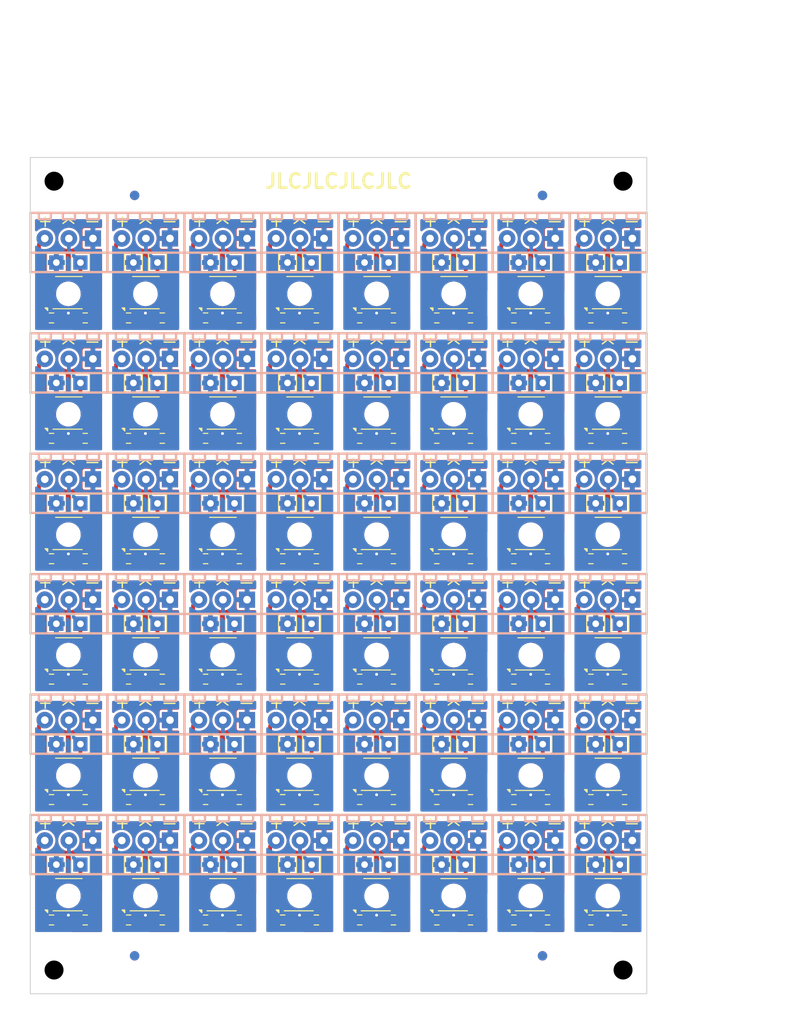
<source format=kicad_pcb>
(kicad_pcb (version 20240108) (generator "pcbnew") (generator_version "8.0")
  (layers (0 "F.Cu" signal) (31 "B.Cu" signal) (34 "B.Paste" user) (35 "F.Paste" user) (36 "B.SilkS" user "B.Silkscreen") (37 "F.SilkS" user "F.Silkscreen") (38 "B.Mask" user) (39 "F.Mask" user) (44 "Edge.Cuts" user))
  (net 0 "")
  (net 1 "Board_0-GND")
  (net 2 "Board_0-Net-(J1-Pin_2)")
  (net 3 "Board_0-Net-(J1-Pin_3)")
  (net 4 "Board_0-Net-(U1-A)")
  (net 5 "Board_1-GND")
  (net 6 "Board_1-Net-(J1-Pin_2)")
  (net 7 "Board_1-Net-(J1-Pin_3)")
  (net 8 "Board_1-Net-(U1-A)")
  (net 9 "Board_2-GND")
  (net 10 "Board_2-Net-(J1-Pin_2)")
  (net 11 "Board_2-Net-(J1-Pin_3)")
  (net 12 "Board_2-Net-(U1-A)")
  (net 13 "Board_3-GND")
  (net 14 "Board_3-Net-(J1-Pin_2)")
  (net 15 "Board_3-Net-(J1-Pin_3)")
  (net 16 "Board_3-Net-(U1-A)")
  (net 17 "Board_4-GND")
  (net 18 "Board_4-Net-(J1-Pin_2)")
  (net 19 "Board_4-Net-(J1-Pin_3)")
  (net 20 "Board_4-Net-(U1-A)")
  (net 21 "Board_5-GND")
  (net 22 "Board_5-Net-(J1-Pin_2)")
  (net 23 "Board_5-Net-(J1-Pin_3)")
  (net 24 "Board_5-Net-(U1-A)")
  (net 25 "Board_6-GND")
  (net 26 "Board_6-Net-(J1-Pin_2)")
  (net 27 "Board_6-Net-(J1-Pin_3)")
  (net 28 "Board_6-Net-(U1-A)")
  (net 29 "Board_7-GND")
  (net 30 "Board_7-Net-(J1-Pin_2)")
  (net 31 "Board_7-Net-(J1-Pin_3)")
  (net 32 "Board_7-Net-(U1-A)")
  (net 33 "Board_8-GND")
  (net 34 "Board_8-Net-(J1-Pin_2)")
  (net 35 "Board_8-Net-(J1-Pin_3)")
  (net 36 "Board_8-Net-(U1-A)")
  (net 37 "Board_9-GND")
  (net 38 "Board_9-Net-(J1-Pin_2)")
  (net 39 "Board_9-Net-(J1-Pin_3)")
  (net 40 "Board_9-Net-(U1-A)")
  (net 41 "Board_10-GND")
  (net 42 "Board_10-Net-(J1-Pin_2)")
  (net 43 "Board_10-Net-(J1-Pin_3)")
  (net 44 "Board_10-Net-(U1-A)")
  (net 45 "Board_11-GND")
  (net 46 "Board_11-Net-(J1-Pin_2)")
  (net 47 "Board_11-Net-(J1-Pin_3)")
  (net 48 "Board_11-Net-(U1-A)")
  (net 49 "Board_12-GND")
  (net 50 "Board_12-Net-(J1-Pin_2)")
  (net 51 "Board_12-Net-(J1-Pin_3)")
  (net 52 "Board_12-Net-(U1-A)")
  (net 53 "Board_13-GND")
  (net 54 "Board_13-Net-(J1-Pin_2)")
  (net 55 "Board_13-Net-(J1-Pin_3)")
  (net 56 "Board_13-Net-(U1-A)")
  (net 57 "Board_14-GND")
  (net 58 "Board_14-Net-(J1-Pin_2)")
  (net 59 "Board_14-Net-(J1-Pin_3)")
  (net 60 "Board_14-Net-(U1-A)")
  (net 61 "Board_15-GND")
  (net 62 "Board_15-Net-(J1-Pin_2)")
  (net 63 "Board_15-Net-(J1-Pin_3)")
  (net 64 "Board_15-Net-(U1-A)")
  (net 65 "Board_16-GND")
  (net 66 "Board_16-Net-(J1-Pin_2)")
  (net 67 "Board_16-Net-(J1-Pin_3)")
  (net 68 "Board_16-Net-(U1-A)")
  (net 69 "Board_17-GND")
  (net 70 "Board_17-Net-(J1-Pin_2)")
  (net 71 "Board_17-Net-(J1-Pin_3)")
  (net 72 "Board_17-Net-(U1-A)")
  (net 73 "Board_18-GND")
  (net 74 "Board_18-Net-(J1-Pin_2)")
  (net 75 "Board_18-Net-(J1-Pin_3)")
  (net 76 "Board_18-Net-(U1-A)")
  (net 77 "Board_19-GND")
  (net 78 "Board_19-Net-(J1-Pin_2)")
  (net 79 "Board_19-Net-(J1-Pin_3)")
  (net 80 "Board_19-Net-(U1-A)")
  (net 81 "Board_20-GND")
  (net 82 "Board_20-Net-(J1-Pin_2)")
  (net 83 "Board_20-Net-(J1-Pin_3)")
  (net 84 "Board_20-Net-(U1-A)")
  (net 85 "Board_21-GND")
  (net 86 "Board_21-Net-(J1-Pin_2)")
  (net 87 "Board_21-Net-(J1-Pin_3)")
  (net 88 "Board_21-Net-(U1-A)")
  (net 89 "Board_22-GND")
  (net 90 "Board_22-Net-(J1-Pin_2)")
  (net 91 "Board_22-Net-(J1-Pin_3)")
  (net 92 "Board_22-Net-(U1-A)")
  (net 93 "Board_23-GND")
  (net 94 "Board_23-Net-(J1-Pin_2)")
  (net 95 "Board_23-Net-(J1-Pin_3)")
  (net 96 "Board_23-Net-(U1-A)")
  (net 97 "Board_24-GND")
  (net 98 "Board_24-Net-(J1-Pin_2)")
  (net 99 "Board_24-Net-(J1-Pin_3)")
  (net 100 "Board_24-Net-(U1-A)")
  (net 101 "Board_25-GND")
  (net 102 "Board_25-Net-(J1-Pin_2)")
  (net 103 "Board_25-Net-(J1-Pin_3)")
  (net 104 "Board_25-Net-(U1-A)")
  (net 105 "Board_26-GND")
  (net 106 "Board_26-Net-(J1-Pin_2)")
  (net 107 "Board_26-Net-(J1-Pin_3)")
  (net 108 "Board_26-Net-(U1-A)")
  (net 109 "Board_27-GND")
  (net 110 "Board_27-Net-(J1-Pin_2)")
  (net 111 "Board_27-Net-(J1-Pin_3)")
  (net 112 "Board_27-Net-(U1-A)")
  (net 113 "Board_28-GND")
  (net 114 "Board_28-Net-(J1-Pin_2)")
  (net 115 "Board_28-Net-(J1-Pin_3)")
  (net 116 "Board_28-Net-(U1-A)")
  (net 117 "Board_29-GND")
  (net 118 "Board_29-Net-(J1-Pin_2)")
  (net 119 "Board_29-Net-(J1-Pin_3)")
  (net 120 "Board_29-Net-(U1-A)")
  (net 121 "Board_30-GND")
  (net 122 "Board_30-Net-(J1-Pin_2)")
  (net 123 "Board_30-Net-(J1-Pin_3)")
  (net 124 "Board_30-Net-(U1-A)")
  (net 125 "Board_31-GND")
  (net 126 "Board_31-Net-(J1-Pin_2)")
  (net 127 "Board_31-Net-(J1-Pin_3)")
  (net 128 "Board_31-Net-(U1-A)")
  (net 129 "Board_32-GND")
  (net 130 "Board_32-Net-(J1-Pin_2)")
  (net 131 "Board_32-Net-(J1-Pin_3)")
  (net 132 "Board_32-Net-(U1-A)")
  (net 133 "Board_33-GND")
  (net 134 "Board_33-Net-(J1-Pin_2)")
  (net 135 "Board_33-Net-(J1-Pin_3)")
  (net 136 "Board_33-Net-(U1-A)")
  (net 137 "Board_34-GND")
  (net 138 "Board_34-Net-(J1-Pin_2)")
  (net 139 "Board_34-Net-(J1-Pin_3)")
  (net 140 "Board_34-Net-(U1-A)")
  (net 141 "Board_35-GND")
  (net 142 "Board_35-Net-(J1-Pin_2)")
  (net 143 "Board_35-Net-(J1-Pin_3)")
  (net 144 "Board_35-Net-(U1-A)")
  (net 145 "Board_36-GND")
  (net 146 "Board_36-Net-(J1-Pin_2)")
  (net 147 "Board_36-Net-(J1-Pin_3)")
  (net 148 "Board_36-Net-(U1-A)")
  (net 149 "Board_37-GND")
  (net 150 "Board_37-Net-(J1-Pin_2)")
  (net 151 "Board_37-Net-(J1-Pin_3)")
  (net 152 "Board_37-Net-(U1-A)")
  (net 153 "Board_38-GND")
  (net 154 "Board_38-Net-(J1-Pin_2)")
  (net 155 "Board_38-Net-(J1-Pin_3)")
  (net 156 "Board_38-Net-(U1-A)")
  (net 157 "Board_39-GND")
  (net 158 "Board_39-Net-(J1-Pin_2)")
  (net 159 "Board_39-Net-(J1-Pin_3)")
  (net 160 "Board_39-Net-(U1-A)")
  (net 161 "Board_40-GND")
  (net 162 "Board_40-Net-(J1-Pin_2)")
  (net 163 "Board_40-Net-(J1-Pin_3)")
  (net 164 "Board_40-Net-(U1-A)")
  (net 165 "Board_41-GND")
  (net 166 "Board_41-Net-(J1-Pin_2)")
  (net 167 "Board_41-Net-(J1-Pin_3)")
  (net 168 "Board_41-Net-(U1-A)")
  (net 169 "Board_42-GND")
  (net 170 "Board_42-Net-(J1-Pin_2)")
  (net 171 "Board_42-Net-(J1-Pin_3)")
  (net 172 "Board_42-Net-(U1-A)")
  (net 173 "Board_43-GND")
  (net 174 "Board_43-Net-(J1-Pin_2)")
  (net 175 "Board_43-Net-(J1-Pin_3)")
  (net 176 "Board_43-Net-(U1-A)")
  (net 177 "Board_44-GND")
  (net 178 "Board_44-Net-(J1-Pin_2)")
  (net 179 "Board_44-Net-(J1-Pin_3)")
  (net 180 "Board_44-Net-(U1-A)")
  (net 181 "Board_45-GND")
  (net 182 "Board_45-Net-(J1-Pin_2)")
  (net 183 "Board_45-Net-(J1-Pin_3)")
  (net 184 "Board_45-Net-(U1-A)")
  (net 185 "Board_46-GND")
  (net 186 "Board_46-Net-(J1-Pin_2)")
  (net 187 "Board_46-Net-(J1-Pin_3)")
  (net 188 "Board_46-Net-(U1-A)")
  (net 189 "Board_47-GND")
  (net 190 "Board_47-Net-(J1-Pin_2)")
  (net 191 "Board_47-Net-(J1-Pin_3)")
  (net 192 "Board_47-Net-(U1-A)")
  (footprint "OptoDevice:OnSemi_CASE100CY_1-smaller" (layer "F.Cu") (at 128.18 34.2545 90)
    (property "Reference" "U1" (hide yes))
    (property "Value" "QRE1113GR" (hide yes))
  )
  (footprint "TestPoint:TestPoint_THTPad_1.5x1.5mm_Drill0.7mm_no_name" (layer "F.Cu") (at 151.244 31.0795)
    (property "Reference" "TP2" (hide yes))
    (property "Value" "TestPoint" (hide yes))
  )
  (footprint "Resistor_SMD:R_0603_1608Metric" (layer "F.Cu") (at 150.736 75.0215)
    (property "Reference" "R1" (hide yes))
    (property "Value" "220" (hide yes))
  )
  (footprint "Resistor_SMD:R_0603_1608Metric" (layer "F.Cu") (at 129.908 75.0215)
    (property "Reference" "R2" (hide yes))
    (property "Value" "47k" (hide yes))
  )
  (footprint "TestPoint:TestPoint_THTPad_1.5x1.5mm_Drill0.7mm_no_name" (layer "F.Cu") (at 121.272 81.8795)
    (property "Reference" "TP1" (hide yes))
    (property "Value" "TestPoint" (hide yes))
  )
  (footprint "OptoDevice:OnSemi_CASE100CY_1-smaller" (layer "F.Cu") (at 128.18 59.6545 90)
    (property "Reference" "U1" (hide yes))
    (property "Value" "QRE1113GR" (hide yes))
  )
  (footprint "TestPoint:TestPoint_THTPad_1.5x1.5mm_Drill0.7mm_no_name" (layer "F.Cu") (at 129.4 69.1795)
    (property "Reference" "TP1" (hide yes))
    (property "Value" "TestPoint" (hide yes))
  )
  (footprint "OptoDevice:OnSemi_CASE100CY_1-smaller" (layer "F.Cu") (at 120.052 59.6545 90)
    (property "Reference" "U1" (hide yes))
    (property "Value" "QRE1113GR" (hide yes))
  )
  (footprint "Resistor_SMD:R_0603_1608Metric" (layer "F.Cu") (at 175.12 62.3215)
    (property "Reference" "R1" (hide yes))
    (property "Value" "220" (hide yes))
  )
  (footprint "TestPoint:TestPoint_THTPad_1.5x1.5mm_Drill0.7mm_no_name" (layer "F.Cu") (at 134.988 81.8795)
    (property "Reference" "TP2" (hide yes))
    (property "Value" "TestPoint" (hide yes))
  )
  (footprint "TestPoint:TestPoint_THTPad_1.5x1.5mm_Drill0.7mm_no_name" (layer "F.Cu") (at 178.168 81.8795)
    (property "Reference" "TP1" (hide yes))
    (property "Value" "TestPoint" (hide yes))
  )
  (footprint "TestPoint:TestPoint_THTPad_1.5x1.5mm_Drill0.7mm_no_name" (layer "F.Cu") (at 143.116 31.0795)
    (property "Reference" "TP2" (hide yes))
    (property "Value" "TestPoint" (hide yes))
  )
  (footprint "Peacemans Teile:MountingHole_2.1mm_just_hole" (layer "F.Cu") (at 168.77 34.3815)
    (property "Reference" "REF**" (hide yes))
    (property "Value" "O" (hide yes))
  )
  (footprint "TestPoint:TestPoint_THTPad_1.5x1.5mm_Drill0.7mm_no_name" (layer "F.Cu") (at 118.732 69.1795)
    (property "Reference" "TP2" (hide yes))
    (property "Value" "TestPoint" (hide yes))
  )
  (footprint "TestPoint:TestPoint_THTPad_1.5x1.5mm_Drill0.7mm_no_name" (layer "F.Cu") (at 178.168 94.5795)
    (property "Reference" "TP1" (hide yes))
    (property "Value" "TestPoint" (hide yes))
  )
  (footprint "TestPoint:TestPoint_THTPad_1.5x1.5mm_Drill0.7mm_no_name" (layer "F.Cu") (at 170.04 81.8795)
    (property "Reference" "TP1" (hide yes))
    (property "Value" "TestPoint" (hide yes))
  )
  (footprint "Peacemans Teile:MountingHole_2.1mm_just_hole" (layer "F.Cu") (at 120.002 97.8815)
    (property "Reference" "REF**" (hide yes))
    (property "Value" "O" (hide yes))
  )
  (footprint "TestPoint:TestPoint_THTPad_1.5x1.5mm_Drill0.7mm_no_name" (layer "F.Cu") (at 126.86 43.7795)
    (property "Reference" "TP2" (hide yes))
    (property "Value" "TestPoint" (hide yes))
  )
  (footprint "Resistor_SMD:R_0603_1608Metric" (layer "F.Cu") (at 150.736 62.3215)
    (property "Reference" "R1" (hide yes))
    (property "Value" "220" (hide yes))
  )
  (footprint "Resistor_SMD:R_0603_1608Metric" (layer "F.Cu") (at 146.164 87.7215)
    (property "Reference" "R2" (hide yes))
    (property "Value" "47k" (hide yes))
  )
  (footprint "Peacemans Teile:MountingHole_2.1mm_just_hole" (layer "F.Cu") (at 144.386 34.3815)
    (property "Reference" "REF**" (hide yes))
    (property "Value" "O" (hide yes))
  )
  (footprint "TestPoint:TestPoint_THTPad_1.5x1.5mm_Drill0.7mm_no_name" (layer "F.Cu") (at 118.732 81.8795)
    (property "Reference" "TP2" (hide yes))
    (property "Value" "TestPoint" (hide yes))
  )
  (footprint "TestPoint:TestPoint_THTPad_1.5x1.5mm_Drill0.7mm_no_name" (layer "F.Cu") (at 121.272 56.4795)
    (property "Reference" "TP1" (hide yes))
    (property "Value" "TestPoint" (hide yes))
  )
  (footprint "Resistor_SMD:R_0603_1608Metric" (layer "F.Cu") (at 138.036 100.4215)
    (property "Reference" "R2" (hide yes))
    (property "Value" "47k" (hide yes))
  )
  (footprint "Resistor_SMD:R_0603_1608Metric" (layer "F.Cu") (at 126.352 87.7215)
    (property "Reference" "R1" (hide yes))
    (property "Value" "220" (hide yes))
  )
  (footprint "Resistor_SMD:R_0603_1608Metric" (layer "F.Cu") (at 126.352 36.9215)
    (property "Reference" "R1" (hide yes))
    (property "Value" "220" (hide yes))
  )
  (footprint "TestPoint:TestPoint_THTPad_1.5x1.5mm_Drill0.7mm_no_name" (layer "F.Cu") (at 126.86 31.0795)
    (property "Reference" "TP2" (hide yes))
    (property "Value" "TestPoint" (hide yes))
  )
  (footprint "OptoDevice:OnSemi_CASE100CY_1-smaller" (layer "F.Cu") (at 136.308 85.0545 90)
    (property "Reference" "U1" (hide yes))
    (property "Value" "QRE1113GR" (hide yes))
  )
  (footprint "Resistor_SMD:R_0603_1608Metric" (layer "F.Cu") (at 118.224 75.0215)
    (property "Reference" "R1" (hide yes))
    (property "Value" "220" (hide yes))
  )
  (footprint "TestPoint:TestPoint_THTPad_1.5x1.5mm_Drill0.7mm_no_name" (layer "F.Cu") (at 134.988 69.1795)
    (property "Reference" "TP2" (hide yes))
    (property "Value" "TestPoint" (hide yes))
  )
  (footprint "Resistor_SMD:R_0603_1608Metric" (layer "F.Cu") (at 178.676 100.4215)
    (property "Reference" "R2" (hide yes))
    (property "Value" "47k" (hide yes))
  )
  (footprint "Peacemans Teile:MountingHole_2.1mm_just_hole" (layer "F.Cu") (at 152.514 59.7815)
    (property "Reference" "REF**" (hide yes))
    (property "Value" "O" (hide yes))
  )
  (footprint "TestPoint:TestPoint_THTPad_1.5x1.5mm_Drill0.7mm_no_name" (layer "F.Cu") (at 126.86 56.4795)
    (property "Reference" "TP2" (hide yes))
    (property "Value" "TestPoint" (hide yes))
  )
  (footprint "TestPoint:TestPoint_THTPad_1.5x1.5mm_Drill0.7mm_no_name" (layer "F.Cu") (at 175.628 31.0795)
    (property "Reference" "TP2" (hide yes))
    (property "Value" "TestPoint" (hide yes))
  )
  (footprint "Resistor_SMD:R_0603_1608Metric" (layer "F.Cu") (at 118.224 87.7215)
    (property "Reference" "R1" (hide yes))
    (property "Value" "220" (hide yes))
  )
  (footprint "TestPoint:TestPoint_THTPad_1.5x1.5mm_Drill0.7mm_no_name" (layer "F.Cu") (at 175.628 69.1795)
    (property "Reference" "TP2" (hide yes))
    (property "Value" "TestPoint" (hide yes))
  )
  (footprint "OptoDevice:OnSemi_CASE100CY_1-smaller" (layer "F.Cu") (at 152.564 34.2545 90)
    (property "Reference" "U1" (hide yes))
    (property "Value" "QRE1113GR" (hide yes))
  )
  (footprint "Resistor_SMD:R_0603_1608Metric" (layer "F.Cu") (at 178.676 87.7215)
    (property "Reference" "R2" (hide yes))
    (property "Value" "47k" (hide yes))
  )
  (footprint "Resistor_SMD:R_0603_1608Metric" (layer "F.Cu") (at 154.292 62.3215)
    (property "Reference" "R2" (hide yes))
    (property "Value" "47k" (hide yes))
  )
  (footprint "Peacemans Teile:MountingHole_2.1mm_just_hole" (layer "F.Cu") (at 160.642 59.7815)
    (property "Reference" "REF**" (hide yes))
    (property "Value" "O" (hide yes))
  )
  (footprint "Resistor_SMD:R_0603_1608Metric" (layer "F.Cu") (at 178.676 75.0215)
    (property "Reference" "R2" (hide yes))
    (property "Value" "47k" (hide yes))
  )
  (footprint "OptoDevice:OnSemi_CASE100CY_1-smaller" (layer "F.Cu") (at 120.052 97.7545 90)
    (property "Reference" "U1" (hide yes))
    (property "Value" "QRE1113GR" (hide yes))
  )
  (footprint "Peacemans Teile:MountingHole_2.1mm_just_hole" (layer "F.Cu") (at 136.258 97.8815)
    (property "Reference" "REF**" (hide yes))
    (property "Value" "O" (hide yes))
  )
  (footprint "Resistor_SMD:R_0603_1608Metric" (layer "F.Cu") (at 142.608 75.0215)
    (property "Reference" "R1" (hide yes))
    (property "Value" "220" (hide yes))
  )
  (footprint "OptoDevice:OnSemi_CASE100CY_1-smaller" (layer "F.Cu") (at 136.308 34.2545 90)
    (property "Reference" "U1" (hide yes))
    (property "Value" "QRE1113GR" (hide yes))
  )
  (footprint "Resistor_SMD:R_0603_1608Metric" (layer "F.Cu") (at 154.292 49.6215)
    (property "Reference" "R2" (hide yes))
    (property "Value" "47k" (hide yes))
  )
  (footprint "Resistor_SMD:R_0603_1608Metric" (layer "F.Cu") (at 162.42 87.7215)
    (property "Reference" "R2" (hide yes))
    (property "Value" "47k" (hide yes))
  )
  (footprint "OptoDevice:OnSemi_CASE100CY_1-smaller" (layer "F.Cu") (at 144.436 72.3545 90)
    (property "Reference" "U1" (hide yes))
    (property "Value" "QRE1113GR" (hide yes))
  )
  (footprint "Resistor_SMD:R_0603_1608Metric" (layer "F.Cu") (at 138.036 49.6215)
    (property "Reference" "R2" (hide yes))
    (property "Value" "47k" (hide yes))
  )
  (footprint "Resistor_SMD:R_0603_1608Metric" (layer "F.Cu") (at 178.676 36.9215)
    (property "Reference" "R2" (hide yes))
    (property "Value" "47k" (hide yes))
  )
  (footprint "Resistor_SMD:R_0603_1608Metric" (layer "F.Cu") (at 175.12 49.6215)
    (property "Reference" "R1" (hide yes))
    (property "Value" "220" (hide yes))
  )
  (footprint "TestPoint:TestPoint_THTPad_1.5x1.5mm_Drill0.7mm_no_name" (layer "F.Cu") (at 137.528 56.4795)
    (property "Reference" "TP1" (hide yes))
    (property "Value" "TestPoint" (hide yes))
  )
  (footprint "Resistor_SMD:R_0603_1608Metric" (layer "F.Cu") (at 118.224 62.3215)
    (property "Reference" "R1" (hide yes))
    (property "Value" "220" (hide yes))
  )
  (footprint "Peacemans Teile:MountingHole_2.1mm_just_hole" (layer "F.Cu") (at 176.898 47.0815)
    (property "Reference" "REF**" (hide yes))
    (property "Value" "O" (hide yes))
  )
  (footprint "TestPoint:TestPoint_THTPad_1.5x1.5mm_Drill0.7mm_no_name" (layer "F.Cu") (at 175.628 81.8795)
    (property "Reference" "TP2" (hide yes))
    (property "Value" "TestPoint" (hide yes))
  )
  (footprint "TestPoint:TestPoint_THTPad_1.5x1.5mm_Drill0.7mm_no_name" (layer "F.Cu") (at 137.528 31.0795)
    (property "Reference" "TP1" (hide yes))
    (property "Value" "TestPoint" (hide yes))
  )
  (footprint "TestPoint:TestPoint_THTPad_1.5x1.5mm_Drill0.7mm_no_name" (layer "F.Cu") (at 145.656 94.5795)
    (property "Reference" "TP1" (hide yes))
    (property "Value" "TestPoint" (hide yes))
  )
  (footprint "Peacemans Teile:MountingHole_2.1mm_just_hole" (layer "F.Cu") (at 152.514 34.3815)
    (property "Reference" "REF**" (hide yes))
    (property "Value" "O" (hide yes))
  )
  (footprint "Resistor_SMD:R_0603_1608Metric" (layer "F.Cu") (at 166.992 75.0215)
    (property "Reference" "R1" (hide yes))
    (property "Value" "220" (hide yes))
  )
  (footprint "TestPoint:TestPoint_THTPad_1.5x1.5mm_Drill0.7mm_no_name" (layer "F.Cu") (at 143.116 43.7795)
    (property "Reference" "TP2" (hide yes))
    (property "Value" "TestPoint" (hide yes))
  )
  (footprint "OptoDevice:OnSemi_CASE100CY_1-smaller" (layer "F.Cu") (at 136.308 97.7545 90)
    (property "Reference" "U1" (hide yes))
    (property "Value" "QRE1113GR" (hide yes))
  )
  (footprint "TestPoint:TestPoint_THTPad_1.5x1.5mm_Drill0.7mm_no_name" (layer "F.Cu") (at 137.528 43.7795)
    (property "Reference" "TP1" (hide yes))
    (property "Value" "TestPoint" (hide yes))
  )
  (footprint "Resistor_SMD:R_0603_1608Metric" (layer "F.Cu") (at 146.164 75.0215)
    (property "Reference" "R2" (hide yes))
    (property "Value" "47k" (hide yes))
  )
  (footprint "Fiducial" (layer "F.Cu") (at 126.988 24)
    (property "Reference" "KiKit_FID_T_1" (hide yes))
    (property "Value" "Fiducial" (hide yes))
  )
  (footprint "TestPoint:TestPoint_THTPad_1.5x1.5mm_Drill0.7mm_no_name" (layer "F.Cu") (at 175.628 43.7795)
    (property "Reference" "TP2" (hide yes))
    (property "Value" "TestPoint" (hide yes))
  )
  (footprint "NPTH" (layer "F.Cu") (at 178.512 22.5)
    (property "Reference" "KiKit_TO_2" (hide yes))
    (property "Value" "NPTH" (hide yes))
  )
  (footprint "TestPoint:TestPoint_THTPad_1.5x1.5mm_Drill0.7mm_no_name" (layer "F.Cu") (at 159.372 43.7795)
    (property "Reference" "TP2" (hide yes))
    (property "Value" "TestPoint" (hide yes))
  )
  (footprint "Resistor_SMD:R_0603_1608Metric" (layer "F.Cu") (at 166.992 87.7215)
    (property "Reference" "R1" (hide yes))
    (property "Value" "220" (hide yes))
  )
  (footprint "TestPoint:TestPoint_THTPad_1.5x1.5mm_Drill0.7mm_no_name" (layer "F.Cu") (at 161.912 81.8795)
    (property "Reference" "TP1" (hide yes))
    (property "Value" "TestPoint" (hide yes))
  )
  (footprint "TestPoint:TestPoint_THTPad_1.5x1.5mm_Drill0.7mm_no_name" (layer "F.Cu") (at 118.732 94.5795)
    (property "Reference" "TP2" (hide yes))
    (property "Value" "TestPoint" (hide yes))
  )
  (footprint "TestPoint:TestPoint_THTPad_1.5x1.5mm_Drill0.7mm_no_name" (layer "F.Cu") (at 137.528 81.8795)
    (property "Reference" "TP1" (hide yes))
    (property "Value" "TestPoint" (hide yes))
  )
  (footprint "TestPoint:TestPoint_THTPad_1.5x1.5mm_Drill0.7mm_no_name" (layer "F.Cu") (at 167.5 94.5795)
    (property "Reference" "TP2" (hide yes))
    (property "Value" "TestPoint" (hide yes))
  )
  (footprint "TestPoint:TestPoint_THTPad_1.5x1.5mm_Drill0.7mm_no_name" (layer "F.Cu") (at 167.5 81.8795)
    (property "Reference" "TP2" (hide yes))
    (property "Value" "TestPoint" (hide yes))
  )
  (footprint "Resistor_SMD:R_0603_1608Metric" (layer "F.Cu") (at 142.608 100.4215)
    (property "Reference" "R1" (hide yes))
    (property "Value" "220" (hide yes))
  )
  (footprint "Fiducial" (layer "F.Cu") (at 126.988 104.1995)
    (property "Reference" "KiKit_FID_T_3" (hide yes))
    (property "Value" "Fiducial" (hide yes))
  )
  (footprint "OptoDevice:OnSemi_CASE100CY_1-smaller" (layer "F.Cu") (at 152.564 97.7545 90)
    (property "Reference" "U1" (hide yes))
    (property "Value" "QRE1113GR" (hide yes))
  )
  (footprint "Peacemans Teile:MountingHole_2.1mm_just_hole" (layer "F.Cu") (at 144.386 59.7815)
    (property "Reference" "REF**" (hide yes))
    (property "Value" "O" (hide yes))
  )
  (footprint "TestPoint:TestPoint_THTPad_1.5x1.5mm_Drill0.7mm_no_name" (layer "F.Cu") (at 161.912 31.0795)
    (property "Reference" "TP1" (hide yes))
    (property "Value" "TestPoint" (hide yes))
  )
  (footprint "TestPoint:TestPoint_THTPad_1.5x1.5mm_Drill0.7mm_no_name" (layer "F.Cu") (at 134.988 31.0795)
    (property "Reference" "TP2" (hide yes))
    (property "Value" "TestPoint" (hide yes))
  )
  (footprint "Resistor_SMD:R_0603_1608Metric" (layer "F.Cu") (at 121.78 87.7215)
    (property "Reference" "R2" (hide yes))
    (property "Value" "47k" (hide yes))
  )
  (footprint "Resistor_SMD:R_0603_1608Metric" (layer "F.Cu") (at 175.12 87.7215)
    (property "Reference" "R1" (hide yes))
    (property "Value" "220" (hide yes))
  )
  (footprint "OptoDevice:OnSemi_CASE100CY_1-smaller" (layer "F.Cu") (at 152.564 46.9545 90)
    (property "Reference" "U1" (hide yes))
    (property "Value" "QRE1113GR" (hide yes))
  )
  (footprint "OptoDevice:OnSemi_CASE100CY_1-smaller" (layer "F.Cu") (at 168.82 97.7545 90)
    (property "Reference" "U1" (hide yes))
    (property "Value" "QRE1113GR" (hide yes))
  )
  (footprint "Peacemans Teile:MountingHole_2.1mm_just_hole" (layer "F.Cu") (at 128.13 59.7815)
    (property "Reference" "REF**" (hide yes))
    (property "Value" "O" (hide yes))
  )
  (footprint "TestPoint:TestPoint_THTPad_1.5x1.5mm_Drill0.7mm_no_name" (layer "F.Cu") (at 151.244 69.1795)
    (property "Reference" "TP2" (hide yes))
    (property "Value" "TestPoint" (hide yes))
  )
  (footprint "OptoDevice:OnSemi_CASE100CY_1-smaller" (layer "F.Cu") (at 168.82 59.6545 90)
    (property "Reference" "U1" (hide yes))
    (property "Value" "QRE1113GR" (hide yes))
  )
  (footprint "Resistor_SMD:R_0603_1608Metric" (layer "F.Cu") (at 162.42 75.0215)
    (property "Reference" "R2" (hide yes))
    (property "Value" "47k" (hide yes))
  )
  (footprint "OptoDevice:OnSemi_CASE100CY_1-smaller" (layer "F.Cu") (at 136.308 46.9545 90)
    (property "Reference" "U1" (hide yes))
    (property "Value" "QRE1113GR" (hide yes))
  )
  (footprint "Peacemans Teile:MountingHole_2.1mm_just_hole" (layer "F.Cu") (at 120.002 59.7815)
    (property "Reference" "REF**" (hide yes))
    (property "Value" "O" (hide yes))
  )
  (footprint "Resistor_SMD:R_0603_1608Metric" (layer "F.Cu") (at 138.036 36.9215)
    (property "Reference" "R2" (hide yes))
    (property "Value" "47k" (hide yes))
  )
  (footprint "Resistor_SMD:R_0603_1608Metric" (layer "F.Cu") (at 150.736 100.4215)
    (property "Reference" "R1" (hide yes))
    (property "Value" "220" (hide yes))
  )
  (footprint "TestPoint:TestPoint_THTPad_1.5x1.5mm_Drill0.7mm_no_name" (layer "F.Cu") (at 153.784 94.5795)
    (property "Reference" "TP1" (hide yes))
    (property "Value" "TestPoint" (hide yes))
  )
  (footprint "OptoDevice:OnSemi_CASE100CY_1-smaller" (layer "F.Cu") (at 120.052 85.0545 90)
    (property "Reference" "U1" (hide yes))
    (property "Value" "QRE1113GR" (hide yes))
  )
  (footprint "Resistor_SMD:R_0603_1608Metric" (layer "F.Cu") (at 146.164 36.9215)
    (property "Reference" "R2" (hide yes))
    (property "Value" "47k" (hide yes))
  )
  (footprint "Resistor_SMD:R_0603_1608Metric" (layer "F.Cu") (at 138.036 62.3215)
    (property "Reference" "R2" (hide yes))
    (property "Value" "47k" (hide yes))
  )
  (footprint "Fiducial" (layer "F.Cu") (at 170.012 104.1995)
    (property "Reference" "KiKit_FID_T_4" (hide yes))
    (property "Value" "Fiducial" (hide yes))
  )
  (footprint "TestPoint:TestPoint_THTPad_1.5x1.5mm_Drill0.7mm_no_name" (layer "F.Cu") (at 121.272 31.0795)
    (property "Reference" "TP1" (hide yes))
    (property "Value" "TestPoint" (hide yes))
  )
  (footprint "TestPoint:TestPoint_THTPad_1.5x1.5mm_Drill0.7mm_no_name" (layer "F.Cu") (at 143.116 81.8795)
    (property "Reference" "TP2" (hide yes))
    (property "Value" "TestPoint" (hide yes))
  )
  (footprint "NPTH" (layer "F.Cu") (at 118.488 105.6995)
    (property "Reference" "KiKit_TO_3" (hide yes))
    (property "Value" "NPTH" (hide yes))
  )
  (footprint "TestPoint:TestPoint_THTPad_1.5x1.5mm_Drill0.7mm_no_name" (layer "F.Cu") (at 121.272 43.7795)
    (property "Reference" "TP1" (hide yes))
    (property "Value" "TestPoint" (hide yes))
  )
  (footprint "Resistor_SMD:R_0603_1608Metric" (layer "F.Cu") (at 166.992 100.4215)
    (property "Reference" "R1" (hide yes))
    (property "Value" "220" (hide yes))
  )
  (footprint "OptoDevice:OnSemi_CASE100CY_1-smaller" (layer "F.Cu") (at 160.692 97.7545 90)
    (property "Reference" "U1" (hide yes))
    (property "Value" "QRE1113GR" (hide yes))
  )
  (footprint "Resistor_SMD:R_0603_1608Metric" (layer "F.Cu") (at 178.676 49.6215)
    (property "Reference" "R2" (hide yes))
    (property "Value" "47k" (hide yes))
  )
  (footprint "OptoDevice:OnSemi_CASE100CY_1-smaller" (layer "F.Cu") (at 168.82 85.0545 90)
    (property "Reference" "U1" (hide yes))
    (property "Value" "QRE1113GR" (hide yes))
  )
  (footprint "Resistor_SMD:R_0603_1608Metric" (layer "F.Cu") (at 170.548 62.3215)
    (property "Reference" "R2" (hide yes))
    (property "Value" "47k" (hide yes))
  )
  (footprint "NPTH" (layer "F.Cu") (at 178.512 105.6995)
    (property "Reference" "KiKit_TO_4" (hide yes))
    (property "Value" "NPTH" (hide yes))
  )
  (footprint "Peacemans Teile:MountingHole_2.1mm_just_hole" (layer "F.Cu") (at 144.386 72.4815)
    (property "Reference" "REF**" (hide yes))
    (property "Value" "O" (hide yes))
  )
  (footprint "Resistor_SMD:R_0603_1608Metric" (layer "F.Cu") (at 126.352 49.6215)
    (property "Reference" "R1" (hide yes))
    (property "Value" "220" (hide yes))
  )
  (footprint "TestPoint:TestPoint_THTPad_1.5x1.5mm_Drill0.7mm_no_name" (layer "F.Cu") (at 121.272 69.1795)
    (property "Reference" "TP1" (hide yes))
    (property "Value" "TestPoint" (hide yes))
  )
  (footprint "Resistor_SMD:R_0603_1608Metric" (layer "F.Cu") (at 118.224 49.6215)
    (property "Reference" "R1" (hide yes))
    (property "Value" "220" (hide yes))
  )
  (footprint "TestPoint:TestPoint_THTPad_1.5x1.5mm_Drill0.7mm_no_name" (layer "F.Cu") (at 151.244 94.5795)
    (property "Reference" "TP2" (hide yes))
    (property "Value" "TestPoint" (hide yes))
  )
  (footprint "TestPoint:TestPoint_THTPad_1.5x1.5mm_Drill0.7mm_no_name" (layer "F.Cu") (at 129.4 81.8795)
    (property "Reference" "TP1" (hide yes))
    (property "Value" "TestPoint" (hide yes))
  )
  (footprint "TestPoint:TestPoint_THTPad_1.5x1.5mm_Drill0.7mm_no_name" (layer "F.Cu") (at 134.988 94.5795)
    (property "Reference" "TP2" (hide yes))
    (property "Value" "TestPoint" (hide yes))
  )
  (footprint "Resistor_SMD:R_0603_1608Metric" (layer "F.Cu") (at 142.608 49.6215)
    (property "Reference" "R1" (hide yes))
    (property "Value" "220" (hide yes))
  )
  (footprint "OptoDevice:OnSemi_CASE100CY_1-smaller" (layer "F.Cu") (at 128.18 46.9545 90)
    (property "Reference" "U1" (hide yes))
    (property "Value" "QRE1113GR" (hide yes))
  )
  (footprint "Peacemans Teile:MountingHole_2.1mm_just_hole" (layer "F.Cu") (at 176.898 59.7815)
    (property "Reference" "REF**" (hide yes))
    (property "Value" "O" (hide yes))
  )
  (footprint "Peacemans Teile:MountingHole_2.1mm_just_hole" (layer "F.Cu") (at 120.002 85.1815)
    (property "Reference" "REF**" (hide yes))
    (property "Value" "O" (hide yes))
  )
  (footprint "TestPoint:TestPoint_THTPad_1.5x1.5mm_Drill0.7mm_no_name" (layer "F.Cu") (at 161.912 69.1795)
    (property "Reference" "TP1" (hide yes))
    (property "Value" "TestPoint" (hide yes))
  )
  (footprint "TestPoint:TestPoint_THTPad_1.5x1.5mm_Drill0.7mm_no_name" (layer "F.Cu") (at 145.656 69.1795)
    (property "Reference" "TP1" (hide yes))
    (property "Value" "TestPoint" (hide yes))
  )
  (footprint "Peacemans Teile:MountingHole_2.1mm_just_hole" (layer "F.Cu") (at 136.258 47.0815)
    (property "Reference" "REF**" (hide yes))
    (property "Value" "O" (hide yes))
  )
  (footprint "Peacemans Teile:MountingHole_2.1mm_just_hole" (layer "F.Cu") (at 160.642 47.0815)
    (property "Reference" "REF**" (hide yes))
    (property "Value" "O" (hide yes))
  )
  (footprint "TestPoint:TestPoint_THTPad_1.5x1.5mm_Drill0.7mm_no_name" (layer "F.Cu") (at 161.912 94.5795)
    (property "Reference" "TP1" (hide yes))
    (property "Value" "TestPoint" (hide yes))
  )
  (footprint "TestPoint:TestPoint_THTPad_1.5x1.5mm_Drill0.7mm_no_name" (layer "F.Cu") (at 153.784 43.7795)
    (property "Reference" "TP1" (hide yes))
    (property "Value" "TestPoint" (hide yes))
  )
  (footprint "TestPoint:TestPoint_THTPad_1.5x1.5mm_Drill0.7mm_no_name" (layer "F.Cu") (at 153.784 81.8795)
    (property "Reference" "TP1" (hide yes))
    (property "Value" "TestPoint" (hide yes))
  )
  (footprint "Resistor_SMD:R_0603_1608Metric" (layer "F.Cu") (at 166.992 36.9215)
    (property "Reference" "R1" (hide yes))
    (property "Value" "220" (hide yes))
  )
  (footprint "TestPoint:TestPoint_THTPad_1.5x1.5mm_Drill0.7mm_no_name" (layer "F.Cu") (at 178.168 31.0795)
    (property "Reference" "TP1" (hide yes))
    (property "Value" "TestPoint" (hide yes))
  )
  (footprint "Resistor_SMD:R_0603_1608Metric" (layer "F.Cu") (at 162.42 49.6215)
    (property "Reference" "R2" (hide yes))
    (property "Value" "47k" (hide yes))
  )
  (footprint "OptoDevice:OnSemi_CASE100CY_1-smaller" (layer "F.Cu") (at 176.948 46.9545 90)
    (property "Reference" "U1" (hide yes))
    (property "Value" "QRE1113GR" (hide yes))
  )
  (footprint "Resistor_SMD:R_0603_1608Metric" (layer "F.Cu") (at 129.908 100.4215)
    (property "Reference" "R2" (hide yes))
    (property "Value" "47k" (hide yes))
  )
  (footprint "Resistor_SMD:R_0603_1608Metric" (layer "F.Cu") (at 138.036 75.0215)
    (property "Reference" "R2" (hide yes))
    (property "Value" "47k" (hide yes))
  )
  (footprint "TestPoint:TestPoint_THTPad_1.5x1.5mm_Drill0.7mm_no_name" (layer "F.Cu") (at 178.168 69.1795)
    (property "Reference" "TP1" (hide yes))
    (property "Value" "TestPoint" (hide yes))
  )
  (footprint "Resistor_SMD:R_0603_1608Metric" (layer "F.Cu") (at 121.78 100.4215)
    (property "Reference" "R2" (hide yes))
    (property "Value" "47k" (hide yes))
  )
  (footprint "Peacemans Teile:MountingHole_2.1mm_just_hole" (layer "F.Cu") (at 152.514 97.8815)
    (property "Reference" "REF**" (hide yes))
    (property "Value" "O" (hide yes))
  )
  (footprint "TestPoint:TestPoint_THTPad_1.5x1.5mm_Drill0.7mm_no_name" (layer "F.Cu") (at 134.988 43.7795)
    (property "Reference" "TP2" (hide yes))
    (property "Value" "TestPoint" (hide yes))
  )
  (footprint "OptoDevice:OnSemi_CASE100CY_1-smaller" (layer "F.Cu") (at 160.692 72.3545 90)
    (property "Reference" "U1" (hide yes))
    (property "Value" "QRE1113GR" (hide yes))
  )
  (footprint "Resistor_SMD:R_0603_1608Metric" (layer "F.Cu") (at 158.864 100.4215)
    (property "Reference" "R1" (hide yes))
    (property "Value" "220" (hide yes))
  )
  (footprint "Peacemans Teile:MountingHole_2.1mm_just_hole" (layer "F.Cu") (at 128.13 85.1815)
    (property "Reference" "REF**" (hide yes))
    (property "Value" "O" (hide yes))
  )
  (footprint "OptoDevice:OnSemi_CASE100CY_1-smaller" (layer "F.Cu") (at 160.692 85.0545 90)
    (property "Reference" "U1" (hide yes))
    (property "Value" "QRE1113GR" (hide yes))
  )
  (footprint "OptoDevice:OnSemi_CASE100CY_1-smaller" (layer "F.Cu") (at 144.436 97.7545 90)
    (property "Reference" "U1" (hide yes))
    (property "Value" "QRE1113GR" (hide yes))
  )
  (footprint "Peacemans Teile:MountingHole_2.1mm_just_hole" (layer "F.Cu") (at 168.77 97.8815)
    (property "Reference" "REF**" (hide yes))
    (property "Value" "O" (hide yes))
  )
  (footprint "Peacemans Teile:MountingHole_2.1mm_just_hole" (layer "F.Cu") (at 160.642 72.4815)
    (property "Reference" "REF**" (hide yes))
    (property "Value" "O" (hide yes))
  )
  (footprint "OptoDevice:OnSemi_CASE100CY_1-smaller" (layer "F.Cu") (at 152.564 59.6545 90)
    (property "Reference" "U1" (hide yes))
    (property "Value" "QRE1113GR" (hide yes))
  )
  (footprint "Resistor_SMD:R_0603_1608Metric" (layer "F.Cu") (at 158.864 87.7215)
    (property "Reference" "R1" (hide yes))
    (property "Value" "220" (hide yes))
  )
  (footprint "Peacemans Teile:MountingHole_2.1mm_just_hole" (layer "F.Cu") (at 152.514 72.4815)
    (property "Reference" "REF**" (hide yes))
    (property "Value" "O" (hide yes))
  )
  (footprint "Resistor_SMD:R_0603_1608Metric" (layer "F.Cu") (at 158.864 49.6215)
    (property "Reference" "R1" (hide yes))
    (property "Value" "220" (hide yes))
  )
  (footprint "OptoDevice:OnSemi_CASE100CY_1-smaller" (layer "F.Cu") (at 152.564 72.3545 90)
    (property "Reference" "U1" (hide yes))
    (property "Value" "QRE1113GR" (hide yes))
  )
  (footprint "TestPoint:TestPoint_THTPad_1.5x1.5mm_Drill0.7mm_no_name" (layer "F.Cu") (at 167.5 31.0795)
    (property "Reference" "TP2" (hide yes))
    (property "Value" "TestPoint" (hide yes))
  )
  (footprint "TestPoint:TestPoint_THTPad_1.5x1.5mm_Drill0.7mm_no_name" (layer "F.Cu") (at 170.04 94.5795)
    (property "Reference" "TP1" (hide yes))
    (property "Value" "TestPoint" (hide yes))
  )
  (footprint "Resistor_SMD:R_0603_1608Metric" (layer "F.Cu") (at 178.676 62.3215)
    (property "Reference" "R2" (hide yes))
    (property "Value" "47k" (hide yes))
  )
  (footprint "Resistor_SMD:R_0603_1608Metric" (layer "F.Cu") (at 154.292 100.4215)
    (property "Reference" "R2" (hide yes))
    (property "Value" "47k" (hide yes))
  )
  (footprint "Resistor_SMD:R_0603_1608Metric" (layer "F.Cu") (at 134.48 49.6215)
    (property "Reference" "R1" (hide yes))
    (property "Value" "220" (hide yes))
  )
  (footprint "OptoDevice:OnSemi_CASE100CY_1-smaller" (layer "F.Cu") (at 160.692 46.9545 90)
    (property "Reference" "U1" (hide yes))
    (property "Value" "QRE1113GR" (hide yes))
  )
  (footprint "Resistor_SMD:R_0603_1608Metric" (layer "F.Cu") (at 134.48 87.7215)
    (property "Reference" "R1" (hide yes))
    (property "Value" "220" (hide yes))
  )
  (footprint "OptoDevice:OnSemi_CASE100CY_1-smaller" (layer "F.Cu") (at 176.948 34.2545 90)
    (property "Reference" "U1" (hide yes))
    (property "Value" "QRE1113GR" (hide yes))
  )
  (footprint "OptoDevice:OnSemi_CASE100CY_1-smaller" (layer "F.Cu") (at 120.052 34.2545 90)
    (property "Reference" "U1" (hide yes))
    (property "Value" "QRE1113GR" (hide yes))
  )
  (footprint "TestPoint:TestPoint_THTPad_1.5x1.5mm_Drill0.7mm_no_name" (layer "F.Cu") (at 151.244 81.8795)
    (property "Reference" "TP2" (hide yes))
    (property "Value" "TestPoint" (hide yes))
  )
  (footprint "TestPoint:TestPoint_THTPad_1.5x1.5mm_Drill0.7mm_no_name" (layer "F.Cu") (at 126.86 94.5795)
    (property "Reference" "TP2" (hide yes))
    (property "Value" "TestPoint" (hide yes))
  )
  (footprint "Resistor_SMD:R_0603_1608Metric" (layer "F.Cu") (at 170.548 87.7215)
    (property "Reference" "R2" (hide yes))
    (property "Value" "47k" (hide yes))
  )
  (footprint "Resistor_SMD:R_0603_1608Metric" (layer "F.Cu") (at 126.352 62.3215)
    (property "Reference" "R1" (hide yes))
    (property "Value" "220" (hide yes))
  )
  (footprint "Resistor_SMD:R_0603_1608Metric" (layer "F.Cu") (at 150.736 49.6215)
    (property "Reference" "R1" (hide yes))
    (property "Value" "220" (hide yes))
  )
  (footprint "OptoDevice:OnSemi_CASE100CY_1-smaller" (layer "F.Cu") (at 128.18 97.7545 90)
    (property "Reference" "U1" (hide yes))
    (property "Value" "QRE1113GR" (hide yes))
  )
  (footprint "TestPoint:TestPoint_THTPad_1.5x1.5mm_Drill0.7mm_no_name" (layer "F.Cu") (at 170.04 31.0795)
    (property "Reference" "TP1" (hide yes))
    (property "Value" "TestPoint" (hide yes))
  )
  (footprint "TestPoint:TestPoint_THTPad_1.5x1.5mm_Drill0.7mm_no_name" (layer "F.Cu") (at 153.784 56.4795)
    (property "Reference" "TP1" (hide yes))
    (property "Value" "TestPoint" (hide yes))
  )
  (footprint "Resistor_SMD:R_0603_1608Metric" (layer "F.Cu") (at 170.548 100.4215)
    (property "Reference" "R2" (hide yes))
    (property "Value" "47k" (hide yes))
  )
  (footprint "Resistor_SMD:R_0603_1608Metric" (layer "F.Cu") (at 129.908 62.3215)
    (property "Reference" "R2" (hide yes))
    (property "Value" "47k" (hide yes))
  )
  (footprint "TestPoint:TestPoint_THTPad_1.5x1.5mm_Drill0.7mm_no_name" (layer "F.Cu") (at 170.04 43.7795)
    (property "Reference" "TP1" (hide yes))
    (property "Value" "TestPoint" (hide yes))
  )
  (footprint "Resistor_SMD:R_0603_1608Metric" (layer "F.Cu") (at 146.164 62.3215)
    (property "Reference" "R2" (hide yes))
    (property "Value" "47k" (hide yes))
  )
  (footprint "TestPoint:TestPoint_THTPad_1.5x1.5mm_Drill0.7mm_no_name" (layer "F.Cu") (at 118.732 31.0795)
    (property "Reference" "TP2" (hide yes))
    (property "Value" "TestPoint" (hide yes))
  )
  (footprint "Resistor_SMD:R_0603_1608Metric" (layer "F.Cu") (at 118.224 36.9215)
    (property "Reference" "R1" (hide yes))
    (property "Value" "220" (hide yes))
  )
  (footprint "Resistor_SMD:R_0603_1608Metric" (layer "F.Cu") (at 150.736 87.7215)
    (property "Reference" "R1" (hide yes))
    (property "Value" "220" (hide yes))
  )
  (footprint "Resistor_SMD:R_0603_1608Metric" (layer "F.Cu") (at 150.736 36.9215)
    (property "Reference" "R1" (hide yes))
    (property "Value" "220" (hide yes))
  )
  (footprint "Resistor_SMD:R_0603_1608Metric" (layer "F.Cu") (at 158.864 75.0215)
    (property "Reference" "R1" (hide yes))
    (property "Value" "220" (hide yes))
  )
  (footprint "TestPoint:TestPoint_THTPad_1.5x1.5mm_Drill0.7mm_no_name" (layer "F.Cu") (at 129.4 56.4795)
    (property "Reference" "TP1" (hide yes))
    (property "Value" "TestPoint" (hide yes))
  )
  (footprint "Peacemans Teile:MountingHole_2.1mm_just_hole" (layer "F.Cu") (at 128.13 34.3815)
    (property "Reference" "REF**" (hide yes))
    (property "Value" "O" (hide yes))
  )
  (footprint "Resistor_SMD:R_0603_1608Metric" (layer "F.Cu") (at 134.48 100.4215)
    (property "Reference" "R1" (hide yes))
    (property "Value" "220" (hide yes))
  )
  (footprint "OptoDevice:OnSemi_CASE100CY_1-smaller" (layer "F.Cu") (at 120.052 46.9545 90)
    (property "Reference" "U1" (hide yes))
    (property "Value" "QRE1113GR" (hide yes))
  )
  (footprint "TestPoint:TestPoint_THTPad_1.5x1.5mm_Drill0.7mm_no_name" (layer "F.Cu") (at 151.244 56.4795)
    (property "Reference" "TP2" (hide yes))
    (property "Value" "TestPoint" (hide yes))
  )
  (footprint "Peacemans Teile:MountingHole_2.1mm_just_hole" (layer "F.Cu") (at 168.77 72.4815)
    (property "Reference" "REF**" (hide yes))
    (property "Value" "O" (hide yes))
  )
  (footprint "TestPoint:TestPoint_THTPad_1.5x1.5mm_Drill0.7mm_no_name" (layer "F.Cu") (at 143.116 94.5795)
    (property "Reference" "TP2" (hide yes))
    (property "Value" "TestPoint" (hide yes))
  )
  (footprint "OptoDevice:OnSemi_CASE100CY_1-smaller" (layer "F.Cu") (at 144.436 46.9545 90)
    (property "Reference" "U1" (hide yes))
    (property "Value" "QRE1113GR" (hide yes))
  )
  (footprint "Resistor_SMD:R_0603_1608Metric" (layer "F.Cu") (at 121.78 49.6215)
    (property "Reference" "R2" (hide yes))
    (property "Value" "47k" (hide yes))
  )
  (footprint "Resistor_SMD:R_0603_1608Metric" (layer "F.Cu") (at 170.548 49.6215)
    (property "Reference" "R2" (hide yes))
    (property "Value" "47k" (hide yes))
  )
  (footprint "TestPoint:TestPoint_THTPad_1.5x1.5mm_Drill0.7mm_no_name" (layer "F.Cu") (at 167.5 43.7795)
    (property "Reference" "TP2" (hide yes))
    (property "Value" "TestPoint" (hide yes))
  )
  (footprint "OptoDevice:OnSemi_CASE100CY_1-smaller" (layer "F.Cu") (at 152.564 85.0545 90)
    (property "Reference" "U1" (hide yes))
    (property "Value" "QRE1113GR" (hide yes))
  )
  (footprint "Peacemans Teile:MountingHole_2.1mm_just_hole" (layer "F.Cu") (at 136.258 59.7815)
    (property "Reference" "REF**" (hide yes))
    (property "Value" "O" (hide yes))
  )
  (footprint "Peacemans Teile:MountingHole_2.1mm_just_hole" (layer "F.Cu") (at 152.514 85.1815)
    (property "Reference" "REF**" (hide yes))
    (property "Value" "O" (hide yes))
  )
  (footprint "Resistor_SMD:R_0603_1608Metric" (layer "F.Cu") (at 121.78 36.9215)
    (property "Reference" "R2" (hide yes))
    (property "Value" "47k" (hide yes))
  )
  (footprint "Peacemans Teile:MountingHole_2.1mm_just_hole" (layer "F.Cu") (at 144.386 97.8815)
    (property "Reference" "REF**" (hide yes))
    (property "Value" "O" (hide yes))
  )
  (footprint "TestPoint:TestPoint_THTPad_1.5x1.5mm_Drill0.7mm_no_name" (layer "F.Cu") (at 137.528 94.5795)
    (property "Reference" "TP1" (hide yes))
    (property "Value" "TestPoint" (hide yes))
  )
  (footprint "Resistor_SMD:R_0603_1608Metric" (layer "F.Cu") (at 121.78 62.3215)
    (property "Reference" "R2" (hide yes))
    (property "Value" "47k" (hide yes))
  )
  (footprint "Peacemans Teile:MountingHole_2.1mm_just_hole" (layer "F.Cu") (at 120.002 34.3815)
    (property "Reference" "REF**" (hide yes))
    (property "Value" "O" (hide yes))
  )
  (footprint "Resistor_SMD:R_0603_1608Metric" (layer "F.Cu") (at 126.352 75.0215)
    (property "Reference" "R1" (hide yes))
    (property "Value" "220" (hide yes))
  )
  (footprint "Resistor_SMD:R_0603_1608Metric" (layer "F.Cu") (at 142.608 62.3215)
    (property "Reference" "R1" (hide yes))
    (property "Value" "220" (hide yes))
  )
  (footprint "Peacemans Teile:MountingHole_2.1mm_just_hole" (layer "F.Cu") (at 160.642 97.8815)
    (property "Reference" "REF**" (hide yes))
    (property "Value" "O" (hide yes))
  )
  (footprint "OptoDevice:OnSemi_CASE100CY_1-smaller" (layer "F.Cu") (at 176.948 59.6545 90)
    (property "Reference" "U1" (hide yes))
    (property "Value" "QRE1113GR" (hide yes))
  )
  (footprint "Resistor_SMD:R_0603_1608Metric" (layer "F.Cu") (at 175.12 100.4215)
    (property "Reference" "R1" (hide yes))
    (property "Value" "220" (hide yes))
  )
  (footprint "Resistor_SMD:R_0603_1608Metric" (layer "F.Cu") (at 134.48 36.9215)
    (property "Reference" "R1" (hide yes))
    (property "Value" "220" (hide yes))
  )
  (footprint "Resistor_SMD:R_0603_1608Metric" (layer "F.Cu") (at 142.608 87.7215)
    (property "Reference" "R1" (hide yes))
    (property "Value" "220" (hide yes))
  )
  (footprint "TestPoint:TestPoint_THTPad_1.5x1.5mm_Drill0.7mm_no_name" (layer "F.Cu") (at 170.04 69.1795)
    (property "Reference" "TP1" (hide yes))
    (property "Value" "TestPoint" (hide yes))
  )
  (footprint "OptoDevice:OnSemi_CASE100CY_1-smaller" (layer "F.Cu") (at 168.82 72.3545 90)
    (property "Reference" "U1" (hide yes))
    (property "Value" "QRE1113GR" (hide yes))
  )
  (footprint "Peacemans Teile:MountingHole_2.1mm_just_hole" (layer "F.Cu") (at 168.77 85.1815)
    (property "Reference" "REF**" (hide yes))
    (property "Value" "O" (hide yes))
  )
  (footprint "Peacemans Teile:MountingHole_2.1mm_just_hole" (layer "F.Cu") (at 128.13 97.8815)
    (property "Reference" "REF**" (hide yes))
    (property "Value" "O" (hide yes))
  )
  (footprint "OptoDevice:OnSemi_CASE100CY_1-smaller" (layer "F.Cu") (at 120.052 72.3545 90)
    (property "Reference" "U1" (hide yes))
    (property "Value" "QRE1113GR" (hide yes))
  )
  (footprint "TestPoint:TestPoint_THTPad_1.5x1.5mm_Drill0.7mm_no_name" (layer "F.Cu") (at 159.372 31.0795)
    (property "Reference" "TP2" (hide yes))
    (property "Value" "TestPoint" (hide yes))
  )
  (footprint "TestPoint:TestPoint_THTPad_1.5x1.5mm_Drill0.7mm_no_name" (layer "F.Cu") (at 159.372 81.8795)
    (property "Reference" "TP2" (hide yes))
    (property "Value" "TestPoint" (hide yes))
  )
  (footprint "TestPoint:TestPoint_THTPad_1.5x1.5mm_Drill0.7mm_no_name" (layer "F.Cu") (at 145.656 56.4795)
    (property "Reference" "TP1" (hide yes))
    (property "Value" "TestPoint" (hide yes))
  )
  (footprint "OptoDevice:OnSemi_CASE100CY_1-smaller" (layer "F.Cu") (at 128.18 72.3545 90)
    (property "Reference" "U1" (hide yes))
    (property "Value" "QRE1113GR" (hide yes))
  )
  (footprint "Peacemans Teile:MountingHole_2.1mm_just_hole" (layer "F.Cu") (at 176.898 72.4815)
    (property "Reference" "REF**" (hide yes))
    (property "Value" "O" (hide yes))
  )
  (footprint "Resistor_SMD:R_0603_1608Metric" (layer "F.Cu") (at 170.548 75.0215)
    (property "Reference" "R2" (hide yes))
    (property "Value" "47k" (hide yes))
  )
  (footprint "Peacemans Teile:MountingHole_2.1mm_just_hole" (layer "F.Cu") (at 176.898 85.1815)
    (property "Reference" "REF**" (hide yes))
    (property "Value" "O" (hide yes))
  )
  (footprint "TestPoint:TestPoint_THTPad_1.5x1.5mm_Drill0.7mm_no_name" (layer "F.Cu") (at 153.784 31.0795)
    (property "Reference" "TP1" (hide yes))
    (property "Value" "TestPoint" (hide yes))
  )
  (footprint "Resistor_SMD:R_0603_1608Metric" (layer "F.Cu") (at 170.548 36.9215)
    (property "Reference" "R2" (hide yes))
    (property "Value" "47k" (hide yes))
  )
  (footprint "Resistor_SMD:R_0603_1608Metric" (layer "F.Cu") (at 146.164 49.6215)
    (property "Reference" "R2" (hide yes))
    (property "Value" "47k" (hide yes))
  )
  (footprint "Resistor_SMD:R_0603_1608Metric" (layer "F.Cu") (at 175.12 75.0215)
    (property "Reference" "R1" (hide yes))
    (property "Value" "220" (hide yes))
  )
  (footprint "TestPoint:TestPoint_THTPad_1.5x1.5mm_Drill0.7mm_no_name" (layer "F.Cu") (at 175.628 56.4795)
    (property "Reference" "TP2" (hide yes))
    (property "Value" "TestPoint" (hide yes))
  )
  (footprint "Peacemans Teile:MountingHole_2.1mm_just_hole" (layer "F.Cu") (at 152.514 47.0815)
    (property "Reference" "REF**" (hide yes))
    (property "Value" "O" (hide yes))
  )
  (footprint "Resistor_SMD:R_0603_1608Metric" (layer "F.Cu") (at 158.864 36.9215)
    (property "Reference" "R1" (hide yes))
    (property "Value" "220" (hide yes))
  )
  (footprint "TestPoint:TestPoint_THTPad_1.5x1.5mm_Drill0.7mm_no_name" (layer "F.Cu") (at 134.988 56.4795)
    (property "Reference" "TP2" (hide yes))
    (property "Value" "TestPoint" (hide yes))
  )
  (footprint "OptoDevice:OnSemi_CASE100CY_1-smaller" (layer "F.Cu") (at 168.82 34.2545 90)
    (property "Reference" "U1" (hide yes))
    (property "Value" "QRE1113GR" (hide yes))
  )
  (footprint "TestPoint:TestPoint_THTPad_1.5x1.5mm_Drill0.7mm_no_name" (layer "F.Cu") (at 159.372 94.5795)
    (property "Reference" "TP2" (hide yes))
    (property "Value" "TestPoint" (hide yes))
  )
  (footprint "Resistor_SMD:R_0603_1608Metric" (layer "F.Cu") (at 134.48 75.0215)
    (property "Reference" "R1" (hide yes))
    (property "Value" "220" (hide yes))
  )
  (footprint "Resistor_SMD:R_0603_1608Metric" (layer "F.Cu") (at 134.48 62.3215)
    (property "Reference" "R1" (hide yes))
    (property "Value" "220" (hide yes))
  )
  (footprint "Resistor_SMD:R_0603_1608Metric" (layer "F.Cu") (at 154.292 75.0215)
    (property "Reference" "R2" (hide yes))
    (property "Value" "47k" (hide yes))
  )
  (footprint "Resistor_SMD:R_0603_1608Metric" (layer "F.Cu") (at 154.292 36.9215)
    (property "Reference" "R2" (hide yes))
    (property "Value" "47k" (hide yes))
  )
  (footprint "TestPoint:TestPoint_THTPad_1.5x1.5mm_Drill0.7mm_no_name" (layer "F.Cu") (at 118.732 43.7795)
    (property "Reference" "TP2" (hide yes))
    (property "Value" "TestPoint" (hide yes))
  )
  (footprint "OptoDevice:OnSemi_CASE100CY_1-smaller" (layer "F.Cu") (at 144.436 85.0545 90)
    (property "Reference" "U1" (hide yes))
    (property "Value" "QRE1113GR" (hide yes))
  )
  (footprint "TestPoint:TestPoint_THTPad_1.5x1.5mm_Drill0.7mm_no_name" (layer "F.Cu") (at 129.4 43.7795)
    (property "Reference" "TP1" (hide yes))
    (property "Value" "TestPoint" (hide yes))
  )
  (footprint "Peacemans Teile:MountingHole_2.1mm_just_hole" (layer "F.Cu") (at 136.258 72.4815)
    (property "Reference" "REF**" (hide yes))
    (property "Value" "O" (hide yes))
  )
  (footprint "OptoDevice:OnSemi_CASE100CY_1-smaller" (layer "F.Cu") (at 176.948 72.3545 90)
    (property "Reference" "U1" (hide yes))
    (property "Value" "QRE1113GR" (hide yes))
  )
  (footprint "OptoDevice:OnSemi_CASE100CY_1-smaller" (layer "F.Cu") (at 136.308 59.6545 90)
    (property "Reference" "U1" (hide yes))
    (property "Value" "QRE1113GR" (hide yes))
  )
  (footprint "TestPoint:TestPoint_THTPad_1.5x1.5mm_Drill0.7mm_no_name" (layer "F.Cu") (at 170.04 56.4795)
    (property "Reference" "TP1" (hide yes))
    (property "Value" "TestPoint" (hide yes))
  )
  (footprint "Resistor_SMD:R_0603_1608Metric" (layer "F.Cu") (at 166.992 62.3215)
    (property "Reference" "R1" (hide yes))
    (property "Value" "220" (hide yes))
  )
  (footprint "Peacemans Teile:MountingHole_2.1mm_just_hole" (layer "F.Cu") (at 144.386 47.0815)
    (property "Reference" "REF**" (hide yes))
    (property "Value" "O" (hide yes))
  )
  (footprint "NPTH" (layer "F.Cu") (at 118.488 22.5)
    (property "Reference" "KiKit_TO_1" (hide yes))
    (property "Value" "NPTH" (hide yes))
  )
  (footprint "Peacemans Teile:MountingHole_2.1mm_just_hole" (layer "F.Cu") (at 120.002 47.0815)
    (property "Reference" "REF**" (hide yes))
    (property "Value" "O" (hide yes))
  )
  (footprint "Resistor_SMD:R_0603_1608Metric" (layer "F.Cu") (at 175.12 36.9215)
    (property "Reference" "R1" (hide yes))
    (property "Value" "220" (hide yes))
  )
  (footprint "TestPoint:TestPoint_THTPad_1.5x1.5mm_Drill0.7mm_no_name" (layer "F.Cu") (at 126.86 81.8795)
    (property "Reference" "TP2" (hide yes))
    (property "Value" "TestPoint" (hide yes))
  )
  (footprint "OptoDevice:OnSemi_CASE100CY_1-smaller" (layer "F.Cu") (at 144.436 34.2545 90)
    (property "Reference" "U1" (hide yes))
    (property "Value" "QRE1113GR" (hide yes))
  )
  (footprint "OptoDevice:OnSemi_CASE100CY_1-smaller" (layer "F.Cu") (at 176.948 85.0545 90)
    (property "Reference" "U1" (hide yes))
    (property "Value" "QRE1113GR" (hide yes))
  )
  (footprint "TestPoint:TestPoint_THTPad_1.5x1.5mm_Drill0.7mm_no_name" (layer "F.Cu") (at 167.5 69.1795)
    (property "Reference" "TP2" (hide yes))
    (property "Value" "TestPoint" (hide yes))
  )
  (footprint "Resistor_SMD:R_0603_1608Metric" (layer "F.Cu") (at 162.42 100.4215)
    (property "Reference" "R2" (hide yes))
    (property "Value" "47k" (hide yes))
  )
  (footprint "Resistor_SMD:R_0603_1608Metric" (layer "F.Cu") (at 129.908 49.6215)
    (property "Reference" "R2" (hide yes))
    (property "Value" "47k" (hide yes))
  )
  (footprint "TestPoint:TestPoint_THTPad_1.5x1.5mm_Drill0.7mm_no_name" (layer "F.Cu") (at 161.912 56.4795)
    (property "Reference" "TP1" (hide yes))
    (property "Value" "TestPoint" (hide yes))
  )
  (footprint "Resistor_SMD:R_0603_1608Metric" (layer "F.Cu") (at 146.164 100.4215)
    (property "Reference" "R2" (hide yes))
    (property "Value" "47k" (hide yes))
  )
  (footprint "Peacemans Teile:MountingHole_2.1mm_just_hole" (layer "F.Cu") (at 128.13 72.4815)
    (property "Reference" "REF**" (hide yes))
    (property "Value" "O" (hide yes))
  )
  (footprint "TestPoint:TestPoint_THTPad_1.5x1.5mm_Drill0.7mm_no_name" (layer "F.Cu") (at 178.168 43.7795)
    (property "Reference" "TP1" (hide yes))
    (property "Value" "TestPoint" (hide yes))
  )
  (footprint "Peacemans Teile:MountingHole_2.1mm_just_hole" (layer "F.Cu") (at 160.642 34.3815)
    (property "Reference" "REF**" (hide yes))
    (property "Value" "O" (hide yes))
  )
  (footprint "Resistor_SMD:R_0603_1608Metric" (layer "F.Cu") (at 126.352 100.4215)
    (property "Reference" "R1" (hide yes))
    (property "Value" "220" (hide yes))
  )
  (footprint "Resistor_SMD:R_0603_1608Metric" (layer "F.Cu") (at 129.908 87.7215)
    (property "Reference" "R2" (hide yes))
    (property "Value" "47k" (hide yes))
  )
  (footprint "Resistor_SMD:R_0603_1608Metric" (layer "F.Cu") (at 121.78 75.0215)
    (property "Reference" "R2" (hide yes))
    (property "Value" "47k" (hide yes))
  )
  (footprint "Peacemans Teile:MountingHole_2.1mm_just_hole" (layer "F.Cu") (at 168.77 59.7815)
    (property "Reference" "REF**" (hide yes))
    (property "Value" "O" (hide yes))
  )
  (footprint "Peacemans Teile:MountingHole_2.1mm_just_hole" (layer "F.Cu") (at 176.898 34.3815)
    (property "Reference" "REF**" (hide yes))
    (property "Value" "O" (hide yes))
  )
  (footprint "Resistor_SMD:R_0603_1608Metric" (layer "F.Cu") (at 129.908 36.9215)
    (property "Reference" "R2" (hide yes))
    (property "Value" "47k" (hide yes))
  )
  (footprint "TestPoint:TestPoint_THTPad_1.5x1.5mm_Drill0.7mm_no_name" (layer "F.Cu") (at 161.912 43.7795)
    (property "Reference" "TP1" (hide yes))
    (property "Value" "TestPoint" (hide yes))
  )
  (footprint "Peacemans Teile:MountingHole_2.1mm_just_hole" (layer "F.Cu") (at 160.642 85.1815)
    (property "Reference" "REF**" (hide yes))
    (property "Value" "O" (hide yes))
  )
  (footprint "OptoDevice:OnSemi_CASE100CY_1-smaller" (layer "F.Cu") (at 168.82 46.9545 90)
    (property "Reference" "U1" (hide yes))
    (property "Value" "QRE1113GR" (hide yes))
  )
  (footprint "TestPoint:TestPoint_THTPad_1.5x1.5mm_Drill0.7mm_no_name" (layer "F.Cu") (at 137.528 69.1795)
    (property "Reference" "TP1" (hide yes))
    (property "Value" "TestPoint" (hide yes))
  )
  (footprint "Resistor_SMD:R_0603_1608Metric" (layer "F.Cu") (at 162.42 62.3215)
    (property "Reference" "R2" (hide yes))
    (property "Value" "47k" (hide yes))
  )
  (footprint "OptoDevice:OnSemi_CASE100CY_1-smaller" (layer "F.Cu") (at 128.18 85.0545 90)
    (property "Reference" "U1" (hide yes))
    (property "Value" "QRE1113GR" (hide yes))
  )
  (footprint "TestPoint:TestPoint_THTPad_1.5x1.5mm_Drill0.7mm_no_name" (layer "F.Cu") (at 145.656 43.7795)
    (property "Reference" "TP1" (hide yes))
    (property "Value" "TestPoint" (hide yes))
  )
  (footprint "TestPoint:TestPoint_THTPad_1.5x1.5mm_Drill0.7mm_no_name" (layer "F.Cu") (at 153.784 69.1795)
    (property "Reference" "TP1" (hide yes))
    (property "Value" "TestPoint" (hide yes))
  )
  (footprint "TestPoint:TestPoint_THTPad_1.5x1.5mm_Drill0.7mm_no_name" (layer "F.Cu") (at 143.116 56.4795)
    (property "Reference" "TP2" (hide yes))
    (property "Value" "TestPoint" (hide yes))
  )
  (footprint "OptoDevice:OnSemi_CASE100CY_1-smaller" (layer "F.Cu") (at 136.308 72.3545 90)
    (property "Reference" "U1" (hide yes))
    (property "Value" "QRE1113GR" (hide yes))
  )
  (footprint "Peacemans Teile:MountingHole_2.1mm_just_hole" (layer "F.Cu") (at 168.77 47.0815)
    (property "Reference" "REF**" (hide yes))
    (property "Value" "O" (hide yes))
  )
  (footprint "Peacemans Teile:MountingHole_2.1mm_just_hole" (layer "F.Cu") (at 120.002 72.4815)
    (property "Reference" "REF**" (hide yes))
    (property "Value" "O" (hide yes))
  )
  (footprint "Peacemans Teile:MountingHole_2.1mm_just_hole" (layer "F.Cu") (at 144.386 85.1815)
    (property "Reference" "REF**" (hide yes))
    (property "Value" "O" (hide yes))
  )
  (footprint "Fiducial" (layer "F.Cu") (at 170.012 24)
    (property "Reference" "KiKit_FID_T_2" (hide yes))
    (property "Value" "Fiducial" (hide yes))
  )
  (footprint "TestPoint:TestPoint_THTPad_1.5x1.5mm_Drill0.7mm_no_name" (layer "F.Cu") (at 159.372 56.4795)
    (property "Reference" "TP2" (hide yes))
    (property "Value" "TestPoint" (hide yes))
  )
  (footprint "TestPoint:TestPoint_THTPad_1.5x1.5mm_Drill0.7mm_no_name" (layer "F.Cu") (at 129.4 31.0795)
    (property "Reference" "TP1" (hide yes))
    (property "Value" "TestPoint" (hide yes))
  )
  (footprint "Peacemans Teile:MountingHole_2.1mm_just_hole" (layer "F.Cu") (at 176.898 97.8815)
    (property "Reference" "REF**" (hide yes))
    (property "Value" "O" (hide yes))
  )
  (footprint "TestPoint:TestPoint_THTPad_1.5x1.5mm_Drill0.7mm_no_name" (layer "F.Cu") (at 178.168 56.4795)
    (property "Reference" "TP1" (hide yes))
    (property "Value" "TestPoint" (hide yes))
  )
  (footprint "Resistor_SMD:R_0603_1608Metric" (layer "F.Cu") (at 166.992 49.6215)
    (property "Reference" "R1" (hide yes))
    (property "Value" "220" (hide yes))
  )
  (footprint "TestPoint:TestPoint_THTPad_1.5x1.5mm_Drill0.7mm_no_name" (layer "F.Cu") (at 145.656 31.0795)
    (property "Reference" "TP1" (hide yes))
    (property "Value" "TestPoint" (hide yes))
  )
  (footprint "Resistor_SMD:R_0603_1608Metric" (layer "F.Cu") (at 158.864 62.3215)
    (property "Reference" "R1" (hide yes))
    (property "Value" "220" (hide yes))
  )
  (footprint "Resistor_SMD:R_0603_1608Metric" (layer "F.Cu") (at 118.224 100.4215)
    (property "Reference" "R1" (hide yes))
    (property "Value" "220" (hide yes))
  )
  (footprint "OptoDevice:OnSemi_CASE100CY_1-smaller" (layer "F.Cu") (at 160.692 34.2545 90)
    (property "Reference" "U1" (hide yes))
    (property "Value" "QRE1113GR" (hide yes))
  )
  (footprint "TestPoint:TestPoint_THTPad_1.5x1.5mm_Drill0.7mm_no_name" (layer "F.Cu") (at 151.244 43.7795)
    (property "Reference" "TP2" (hide yes))
    (property "Value" "TestPoint" (hide yes))
  )
  (footprint "Resistor_SMD:R_0603_1608Metric" (layer "F.Cu") (at 154.292 87.7215)
    (property "Reference" "R2" (hide yes))
    (property "Value" "47k" (hide yes))
  )
  (footprint "OptoDevice:OnSemi_CASE100CY_1-smaller" (layer "F.Cu") (at 176.948 97.7545 90)
    (property "Reference" "U1" (hide yes))
    (property "Value" "QRE1113GR" (hide yes))
  )
  (footprint "Resistor_SMD:R_0603_1608Metric" (layer "F.Cu") (at 162.42 36.9215)
    (property "Reference" "R2" (hide yes))
    (property "Value" "47k" (hide yes))
  )
  (footprint "Peacemans Teile:MountingHole_2.1mm_just_hole" (layer "F.Cu") (at 136.258 85.1815)
    (property "Reference" "REF**" (hide yes))
    (property "Value" "O" (hide yes))
  )
  (footprint "TestPoint:TestPoint_THTPad_1.5x1.5mm_Drill0.7mm_no_name" (layer "F.Cu") (at 159.372 69.1795)
    (property "Reference" "TP2" (hide yes))
    (property "Value" "TestPoint" (hide yes))
  )
  (footprint "Peacemans Teile:MountingHole_2.1mm_just_hole" (layer "F.Cu") (at 136.258 34.3815)
    (property "Reference" "REF**" (hide yes))
    (property "Value" "O" (hide yes))
  )
  (footprint "TestPoint:TestPoint_THTPad_1.5x1.5mm_Drill0.7mm_no_name" (layer "F.Cu") (at 143.116 69.1795)
    (property "Reference" "TP2" (hide yes))
    (property "Value" "TestPoint" (hide yes))
  )
  (footprint "TestPoint:TestPoint_THTPad_1.5x1.5mm_Drill0.7mm_no_name" (layer "F.Cu") (at 167.5 56.4795)
    (property "Reference" "TP2" (hide yes))
    (property "Value" "TestPoint" (hide yes))
  )
  (footprint "TestPoint:TestPoint_THTPad_1.5x1.5mm_Drill0.7mm_no_name" (layer "F.Cu") (at 175.628 94.5795)
    (property "Reference" "TP2" (hide yes))
    (property "Value" "TestPoint" (hide yes))
  )
  (footprint "TestPoint:TestPoint_THTPad_1.5x1.5mm_Drill0.7mm_no_name" (layer "F.Cu") (at 126.86 69.1795)
    (property "Reference" "TP2" (hide yes))
    (property "Value" "TestPoint" (hide yes))
  )
  (footprint "OptoDevice:OnSemi_CASE100CY_1-smaller" (layer "F.Cu") (at 144.436 59.6545 90)
    (property "Reference" "U1" (hide yes))
    (property "Value" "QRE1113GR" (hide yes))
  )
  (footprint "Peacemans Teile:MountingHole_2.1mm_just_hole" (layer "F.Cu") (at 128.13 47.0815)
    (property "Reference" "REF**" (hide yes))
    (property "Value" "O" (hide yes))
  )
  (footprint "TestPoint:TestPoint_THTPad_1.5x1.5mm_Drill0.7mm_no_name" (layer "F.Cu") (at 129.4 94.5795)
    (property "Reference" "TP1" (hide yes))
    (property "Value" "TestPoint" (hide yes))
  )
  (footprint "TestPoint:TestPoint_THTPad_1.5x1.5mm_Drill0.7mm_no_name" (layer "F.Cu") (at 118.732 56.4795)
    (property "Reference" "TP2" (hide yes))
    (property "Value" "TestPoint" (hide yes))
  )
  (footprint "Resistor_SMD:R_0603_1608Metric" (layer "F.Cu") (at 142.608 36.9215)
    (property "Reference" "R1" (hide yes))
    (property "Value" "220" (hide yes))
  )
  (footprint "Resistor_SMD:R_0603_1608Metric" (layer "F.Cu") (at 138.036 87.7215)
    (property "Reference" "R2" (hide yes))
    (property "Value" "47k" (hide yes))
  )
  (footprint "TestPoint:TestPoint_THTPad_1.5x1.5mm_Drill0.7mm_no_name" (layer "F.Cu") (at 145.656 81.8795)
    (property "Reference" "TP1" (hide yes))
    (property "Value" "TestPoint" (hide yes))
  )
  (footprint "TestPoint:TestPoint_THTPad_1.5x1.5mm_Drill0.7mm_no_name" (layer "F.Cu") (at 121.272 94.5795)
    (property "Reference" "TP1" (hide yes))
    (property "Value" "TestPoint" (hide yes))
  )
  (footprint "OptoDevice:OnSemi_CASE100CY_1-smaller" (layer "F.Cu") (at 160.692 59.6545 90)
    (property "Reference" "U1" (hide yes))
    (property "Value" "QRE1113GR" (hide yes))
  )
  (footprint "easyEDA:CONN-TH_3P-P2.54_MX128-2.54-03P-GN01-CU-Y-A" (layer "B.Cu") (at 160.692 92.0395 180)
    (property "Reference" "J1" (hide yes))
    (property "Value" "EYE1_OUT" (hide yes))
  )
  (footprint "easyEDA:CONN-TH_3P-P2.54_MX128-2.54-03P-GN01-CU-Y-A" (layer "B.Cu") (at 120.052 53.9395 180)
    (property "Reference" "J1" (hide yes))
    (property "Value" "EYE1_OUT" (hide yes))
  )
  (footprint "easyEDA:CONN-TH_3P-P2.54_MX128-2.54-03P-GN01-CU-Y-A" (layer "B.Cu") (at 152.564 41.2395 180)
    (property "Reference" "J1" (hide yes))
    (property "Value" "EYE1_OUT" (hide yes))
  )
  (footprint "easyEDA:CONN-TH_3P-P2.54_MX128-2.54-03P-GN01-CU-Y-A" (layer "B.Cu") (at 128.18 66.6395 180)
    (property "Reference" "J1" (hide yes))
    (property "Value" "EYE1_OUT" (hide yes))
  )
  (footprint "easyEDA:CONN-TH_3P-P2.54_MX128-2.54-03P-GN01-CU-Y-A" (layer "B.Cu") (at 176.948 79.3395 180)
    (property "Reference" "J1" (hide yes))
    (property "Value" "EYE1_OUT" (hide yes))
  )
  (footprint "easyEDA:CONN-TH_3P-P2.54_MX128-2.54-03P-GN01-CU-Y-A" (layer "B.Cu") (at 128.18 92.0395 180)
    (property "Reference" "J1" (hide yes))
    (property "Value" "EYE1_OUT" (hide yes))
  )
  (footprint "easyEDA:CONN-TH_3P-P2.54_MX128-2.54-03P-GN01-CU-Y-A" (layer "B.Cu") (at 160.692 28.5395 180)
    (property "Reference" "J1" (hide yes))
    (property "Value" "EYE1_OUT" (hide yes))
  )
  (footprint "easyEDA:CONN-TH_3P-P2.54_MX128-2.54-03P-GN01-CU-Y-A" (layer "B.Cu") (at 136.308 41.2395 180)
    (property "Reference" "J1" (hide yes))
    (property "Value" "EYE1_OUT" (hide yes))
  )
  (footprint "easyEDA:CONN-TH_3P-P2.54_MX128-2.54-03P-GN01-CU-Y-A" (layer "B.Cu") (at 128.18 28.5395 180)
    (property "Reference" "J1" (hide yes))
    (property "Value" "EYE1_OUT" (hide yes))
  )
  (footprint "easyEDA:CONN-TH_3P-P2.54_MX128-2.54-03P-GN01-CU-Y-A" (layer "B.Cu") (at 136.308 79.3395 180)
    (property "Reference" "J1" (hide yes))
    (property "Value" "EYE1_OUT" (hide yes))
  )
  (footprint "easyEDA:CONN-TH_3P-P2.54_MX128-2.54-03P-GN01-CU-Y-A" (layer "B.Cu") (at 152.564 79.3395 180)
    (property "Reference" "J1" (hide yes))
    (property "Value" "EYE1_OUT" (hide yes))
  )
  (footprint "easyEDA:CONN-TH_3P-P2.54_MX128-2.54-03P-GN01-CU-Y-A" (layer "B.Cu") (at 168.82 66.6395 180)
    (property "Reference" "J1" (hide yes))
    (property "Value" "EYE1_OUT" (hide yes))
  )
  (footprint "easyEDA:CONN-TH_3P-P2.54_MX128-2.54-03P-GN01-CU-Y-A" (layer "B.Cu") (at 152.564 66.6395 180)
    (property "Reference" "J1" (hide yes))
    (property "Value" "EYE1_OUT" (hide yes))
  )
  (footprint "easyEDA:CONN-TH_3P-P2.54_MX128-2.54-03P-GN01-CU-Y-A" (layer "B.Cu") (at 168.82 79.3395 180)
    (property "Reference" "J1" (hide yes))
    (property "Value" "EYE1_OUT" (hide yes))
  )
  (footprint "easyEDA:CONN-TH_3P-P2.54_MX128-2.54-03P-GN01-CU-Y-A" (layer "B.Cu") (at 128.18 41.2395 180)
    (property "Reference" "J1" (hide yes))
    (property "Value" "EYE1_OUT" (hide yes))
  )
  (footprint "easyEDA:CONN-TH_3P-P2.54_MX128-2.54-03P-GN01-CU-Y-A" (layer "B.Cu") (at 120.052 28.5395 180)
    (property "Reference" "J1" (hide yes))
    (property "Value" "EYE1_OUT" (hide yes))
  )
  (footprint "easyEDA:CONN-TH_3P-P2.54_MX128-2.54-03P-GN01-CU-Y-A" (layer "B.Cu") (at 160.692 41.2395 180)
    (property "Reference" "J1" (hide yes))
    (property "Value" "EYE1_OUT" (hide yes))
  )
  (footprint "Fiducial" (layer "B.Cu") (at 126.988 104.1995)
    (property "Reference" "KiKit_FID_B_3" (hide yes))
    (property "Value" "Fiducial" (hide yes))
  )
  (footprint "easyEDA:CONN-TH_3P-P2.54_MX128-2.54-03P-GN01-CU-Y-A" (layer "B.Cu") (at 176.948 53.9395 180)
    (property "Reference" "J1" (hide yes))
    (property "Value" "EYE1_OUT" (hide yes))
  )
  (footprint "easyEDA:CONN-TH_3P-P2.54_MX128-2.54-03P-GN01-CU-Y-A" (layer "B.Cu") (at 176.948 92.0395 180)
    (property "Reference" "J1" (hide yes))
    (property "Value" "EYE1_OUT" (hide yes))
  )
  (footprint "easyEDA:CONN-TH_3P-P2.54_MX128-2.54-03P-GN01-CU-Y-A" (layer "B.Cu") (at 120.052 79.3395 180)
    (property "Reference" "J1" (hide yes))
    (property "Value" "EYE1_OUT" (hide yes))
  )
  (footprint "easyEDA:CONN-TH_3P-P2.54_MX128-2.54-03P-GN01-CU-Y-A" (layer "B.Cu") (at 160.692 66.6395 180)
    (property "Reference" "J1" (hide yes))
    (property "Value" "EYE1_OUT" (hide yes))
  )
  (footprint "easyEDA:CONN-TH_3P-P2.54_MX128-2.54-03P-GN01-CU-Y-A" (layer "B.Cu") (at 152.564 92.0395 180)
    (property "Reference" "J1" (hide yes))
    (property "Value" "EYE1_OUT" (hide yes))
  )
  (footprint "easyEDA:CONN-TH_3P-P2.54_MX128-2.54-03P-GN01-CU-Y-A" (layer "B.Cu") (at 144.436 79.3395 180)
    (property "Reference" "J1" (hide yes))
    (property "Value" "EYE1_OUT" (hide yes))
  )
  (footprint "easyEDA:CONN-TH_3P-P2.54_MX128-2.54-03P-GN01-CU-Y-A" (layer "B.Cu") (at 152.564 53.9395 180)
    (property "Reference" "J1" (hide yes))
    (property "Value" "EYE1_OUT" (hide yes))
  )
  (footprint "easyEDA:CONN-TH_3P-P2.54_MX128-2.54-03P-GN01-CU-Y-A" (layer "B.Cu") (at 144.436 92.0395 180)
    (property "Reference" "J1" (hide yes))
    (property "Value" "EYE1_OUT" (hide yes))
  )
  (footprint "easyEDA:CONN-TH_3P-P2.54_MX128-2.54-03P-GN01-CU-Y-A" (layer "B.Cu") (at 176.948 66.6395 180)
    (property "Reference" "J1" (hide yes))
    (property "Value" "EYE1_OUT" (hide yes))
  )
  (footprint "easyEDA:CONN-TH_3P-P2.54_MX128-2.54-03P-GN01-CU-Y-A" (layer "B.Cu") (at 128.18 53.9395 180)
    (property "Reference" "J1" (hide yes))
    (property "Value" "EYE1_OUT" (hide yes))
  )
  (footprint "easyEDA:CONN-TH_3P-P2.54_MX128-2.54-03P-GN01-CU-Y-A" (layer "B.Cu") (at 144.436 53.9395 180)
    (property "Reference" "J1" (hide yes))
    (property "Value" "EYE1_OUT" (hide yes))
  )
  (footprint "easyEDA:CONN-TH_3P-P2.54_MX128-2.54-03P-GN01-CU-Y-A" (layer "B.Cu") (at 120.052 92.0395 180)
    (property "Reference" "J1" (hide yes))
    (property "Value" "EYE1_OUT" (hide yes))
  )
  (footprint "easyEDA:CONN-TH_3P-P2.54_MX128-2.54-03P-GN01-CU-Y-A" (layer "B.Cu") (at 160.692 53.9395 180)
    (property "Reference" "J1" (hide yes))
    (property "Value" "EYE1_OUT" (hide yes))
  )
  (footprint "easyEDA:CONN-TH_3P-P2.54_MX128-2.54-03P-GN01-CU-Y-A" (layer "B.Cu") (at 176.948 28.5395 180)
    (property "Reference" "J1" (hide yes))
    (property "Value" "EYE1_OUT" (hide yes))
  )
  (footprint "easyEDA:CONN-TH_3P-P2.54_MX128-2.54-03P-GN01-CU-Y-A" (layer "B.Cu") (at 120.052 41.2395 180)
    (property "Reference" "J1" (hide yes))
    (property "Value" "EYE1_OUT" (hide yes))
  )
  (footprint "easyEDA:CONN-TH_3P-P2.54_MX128-2.54-03P-GN01-CU-Y-A" (layer "B.Cu") (at 144.436 28.5395 180)
    (property "Reference" "J1" (hide yes))
    (property "Value" "EYE1_OUT" (hide yes))
  )
  (footprint "easyEDA:CONN-TH_3P-P2.54_MX128-2.54-03P-GN01-CU-Y-A" (layer "B.Cu") (at 136.308 53.9395 180)
    (property "Reference" "J1" (hide yes))
    (property "Value" "EYE1_OUT" (hide yes))
  )
  (footprint "easyEDA:CONN-TH_3P-P2.54_MX128-2.54-03P-GN01-CU-Y-A" (layer "B.Cu") (at 136.308 66.6395 180)
    (property "Reference" "J1" (hide yes))
    (property "Value" "EYE1_OUT" (hide yes))
  )
  (footprint "easyEDA:CONN-TH_3P-P2.54_MX128-2.54-03P-GN01-CU-Y-A" (layer "B.Cu") (at 160.692 79.3395 180)
    (property "Reference" "J1" (hide yes))
    (property "Value" "EYE1_OUT" (hide yes))
  )
  (footprint "easyEDA:CONN-TH_3P-P2.54_MX128-2.54-03P-GN01-CU-Y-A" (layer "B.Cu") (at 152.564 28.5395 180)
    (property "Reference" "J1" (hide yes))
    (property "Value" "EYE1_OUT" (hide yes))
  )
  (footprint "easyEDA:CONN-TH_3P-P2.54_MX128-2.54-03P-GN01-CU-Y-A" (layer "B.Cu") (at 176.948 41.2395 180)
    (property "Reference" "J1" (hide yes))
    (property "Value" "EYE1_OUT" (hide yes))
  )
  (footprint "easyEDA:CONN-TH_3P-P2.54_MX128-2.54-03P-GN01-CU-Y-A" (layer "B.Cu") (at 120.052 66.6395 180)
    (property "Reference" "J1" (hide yes))
    (property "Value" "EYE1_OUT" (hide yes))
  )
  (footprint "easyEDA:CONN-TH_3P-P2.54_MX128-2.54-03P-GN01-CU-Y-A" (layer "B.Cu") (at 168.82 41.2395 180)
    (property "Reference" "J1" (hide yes))
    (property "Value" "EYE1_OUT" (hide yes))
  )
  (footprint "easyEDA:CONN-TH_3P-P2.54_MX128-2.54-03P-GN01-CU-Y-A" (layer "B.Cu") (at 144.436 66.6395 180)
    (property "Reference" "J1" (hide yes))
    (property "Value" "EYE1_OUT" (hide yes))
  )
  (footprint "easyEDA:CONN-TH_3P-P2.54_MX128-2.54-03P-GN01-CU-Y-A" (layer "B.Cu") (at 136.308 92.0395 180)
    (property "Reference" "J1" (hide yes))
    (property "Value" "EYE1_OUT" (hide yes))
  )
  (footprint "easyEDA:CONN-TH_3P-P2.54_MX128-2.54-03P-GN01-CU-Y-A" (layer "B.Cu") (at 128.18 79.3395 180)
    (property "Reference" "J1" (hide yes))
    (property "Value" "EYE1_OUT" (hide yes))
  )
  (footprint "Fiducial" (layer "B.Cu") (at 126.988 24)
    (property "Reference" "KiKit_FID_B_1" (hide yes))
    (property "Value" "Fiducial" (hide yes))
  )
  (footprint "easyEDA:CONN-TH_3P-P2.54_MX128-2.54-03P-GN01-CU-Y-A" (layer "B.Cu") (at 168.82 53.9395 180)
    (property "Reference" "J1" (hide yes))
    (property "Value" "EYE1_OUT" (hide yes))
  )
  (footprint "easyEDA:CONN-TH_3P-P2.54_MX128-2.54-03P-GN01-CU-Y-A" (layer "B.Cu") (at 144.436 41.2395 180)
    (property "Reference" "J1" (hide yes))
    (property "Value" "EYE1_OUT" (hide yes))
  )
  (footprint "Fiducial" (layer "B.Cu") (at 170.012 104.1995)
    (property "Reference" "KiKit_FID_B_4" (hide yes))
    (property "Value" "Fiducial" (hide yes))
  )
  (footprint "easyEDA:CONN-TH_3P-P2.54_MX128-2.54-03P-GN01-CU-Y-A" (layer "B.Cu") (at 136.308 28.5395 180)
    (property "Reference" "J1" (hide yes))
    (property "Value" "EYE1_OUT" (hide yes))
  )
  (footprint "Fiducial" (layer "B.Cu") (at 170.012 24)
    (property "Reference" "KiKit_FID_B_2" (hide yes))
    (property "Value" "Fiducial" (hide yes))
  )
  (footprint "easyEDA:CONN-TH_3P-P2.54_MX128-2.54-03P-GN01-CU-Y-A" (layer "B.Cu") (at 168.82 28.5395 180)
    (property "Reference" "J1" (hide yes))
    (property "Value" "EYE1_OUT" (hide yes))
  )
  (footprint "easyEDA:CONN-TH_3P-P2.54_MX128-2.54-03P-GN01-CU-Y-A" (layer "B.Cu") (at 168.82 92.0395 180)
    (property "Reference" "J1" (hide yes))
    (property "Value" "EYE1_OUT" (hide yes))
  )
  (gr_line (start 115.988 103.1995) (end 115.988 104.1995) (stroke (width 0.1)) (layer "Edge.Cuts"))
  (gr_line (start 181.012 25.9995) (end 181.012 24.9995) (stroke (width 0.1)) (layer "Edge.Cuts"))
  (gr_line (start 181.012 102.1995) (end 181.012 89.4995) (stroke (width 0.1)) (layer "Edge.Cuts"))
  (gr_line (start 181.012 51.3995) (end 181.012 38.6995) (stroke (width 0.1)) (layer "Edge.Cuts"))
  (gr_line (start 181.012 24) (end 181.012 20) (stroke (width 0.1)) (layer "Edge.Cuts"))
  (gr_line (start 115.988 104.1995) (end 115.988 108.1995) (stroke (width 0.1)) (layer "Edge.Cuts"))
  (gr_line (start 181.012 76.7995) (end 181.012 64.0995) (stroke (width 0.1)) (layer "Edge.Cuts"))
  (gr_line (start 115.988 76.7995) (end 115.988 89.4995) (stroke (width 0.1)) (layer "Edge.Cuts"))
  (gr_line (start 115.988 20) (end 115.988 24) (stroke (width 0.1)) (layer "Edge.Cuts"))
  (gr_line (start 115.988 102.1995) (end 115.988 103.1995) (stroke (width 0.1)) (layer "Edge.Cuts"))
  (gr_line (start 181.012 108.1995) (end 181.012 104.1995) (stroke (width 0.1)) (layer "Edge.Cuts"))
  (gr_line (start 115.988 38.6995) (end 115.988 51.3995) (stroke (width 0.1)) (layer "Edge.Cuts"))
  (gr_line (start 181.012 24.9995) (end 181.012 24) (stroke (width 0.1)) (layer "Edge.Cuts"))
  (gr_line (start 115.988 24.9995) (end 115.988 25.9995) (stroke (width 0.1)) (layer "Edge.Cuts"))
  (gr_line (start 115.988 25.9995) (end 115.988 38.6995) (stroke (width 0.1)) (layer "Edge.Cuts"))
  (gr_line (start 181.012 104.1995) (end 181.012 103.1995) (stroke (width 0.1)) (layer "Edge.Cuts"))
  (gr_line (start 115.988 51.3995) (end 115.988 64.0995) (stroke (width 0.1)) (layer "Edge.Cuts"))
  (gr_line (start 181.012 89.4995) (end 181.012 76.7995) (stroke (width 0.1)) (layer "Edge.Cuts"))
  (gr_line (start 115.988 108.1995) (end 181.012 108.1995) (stroke (width 0.1)) (layer "Edge.Cuts"))
  (gr_line (start 181.012 38.6995) (end 181.012 25.9995) (stroke (width 0.1)) (layer "Edge.Cuts"))
  (gr_line (start 181.012 20) (end 115.988 20) (stroke (width 0.1)) (layer "Edge.Cuts"))
  (gr_line (start 115.988 64.0995) (end 115.988 76.7995) (stroke (width 0.1)) (layer "Edge.Cuts"))
  (gr_line (start 115.988 89.4995) (end 115.988 102.1995) (stroke (width 0.1)) (layer "Edge.Cuts"))
  (gr_line (start 181.012 103.1995) (end 181.012 102.1995) (stroke (width 0.1)) (layer "Edge.Cuts"))
  (gr_line (start 181.012 64.0995) (end 181.012 51.3995) (stroke (width 0.1)) (layer "Edge.Cuts"))
  (gr_line (start 115.988 24) (end 115.988 24.9995) (stroke (width 0.1)) (layer "Edge.Cuts"))
  (gr_text "^" (at 144.386 28.2855 0) (layer "F.SilkS") (effects (font (size 3 3))))
  (gr_text "-" (at 146.926 77.6885 180) (layer "F.SilkS") (effects (font (size 1.5 1.5))))
  (gr_text "-" (at 130.67 77.6885 180) (layer "F.SilkS") (effects (font (size 1.5 1.5))))
  (gr_text "+" (at 174.358 77.5615 90) (layer "F.SilkS") (effects (font (size 1.3 1.3))))
  (gr_text "+" (at 174.358 26.7615 90) (layer "F.SilkS") (effects (font (size 1.3 1.3))))
  (gr_text "^" (at 128.13 79.0855 0) (layer "F.SilkS") (effects (font (size 3 3))))
  (gr_text "-" (at 146.926 39.5885 180) (layer "F.SilkS") (effects (font (size 1.5 1.5))))
  (gr_text "^" (at 160.642 66.3855 0) (layer "F.SilkS") (effects (font (size 3 3))))
  (gr_text "^" (at 160.642 28.2855 0) (layer "F.SilkS") (effects (font (size 3 3))))
  (gr_text "-" (at 130.67 52.2885 180) (layer "F.SilkS") (effects (font (size 1.5 1.5))))
  (gr_text "+" (at 158.102 64.8615 90) (layer "F.SilkS") (effects (font (size 1.3 1.3))))
  (gr_text "+" (at 125.59 64.8615 90) (layer "F.SilkS") (effects (font (size 1.3 1.3))))
  (gr_text "^" (at 152.514 40.9855 0) (layer "F.SilkS") (effects (font (size 3 3))))
  (gr_text "^" (at 144.386 53.6855 0) (layer "F.SilkS") (effects (font (size 3 3))))
  (gr_text "^" (at 144.386 91.7855 0) (layer "F.SilkS") (effects (font (size 3 3))))
  (gr_text "-" (at 163.182 39.5885 180) (layer "F.SilkS") (effects (font (size 1.5 1.5))))
  (gr_text "^" (at 120.002 66.3855 0) (layer "F.SilkS") (effects (font (size 3 3))))
  (gr_text "+" (at 158.102 39.4615 90) (layer "F.SilkS") (effects (font (size 1.3 1.3))))
  (gr_text "+" (at 149.974 77.5615 90) (layer "F.SilkS") (effects (font (size 1.3 1.3))))
  (gr_text "-" (at 146.926 52.2885 180) (layer "F.SilkS") (effects (font (size 1.5 1.5))))
  (gr_text "-" (at 138.798 52.2885 180) (layer "F.SilkS") (effects (font (size 1.5 1.5))))
  (gr_text "-" (at 179.438 26.8885 180) (layer "F.SilkS") (effects (font (size 1.5 1.5))))
  (gr_text "+" (at 149.974 52.1615 90) (layer "F.SilkS") (effects (font (size 1.3 1.3))))
  (gr_text "+" (at 166.23 64.8615 90) (layer "F.SilkS") (effects (font (size 1.3 1.3))))
  (gr_text "-" (at 146.926 64.9885 180) (layer "F.SilkS") (effects (font (size 1.5 1.5))))
  (gr_text "^" (at 136.258 79.0855 0) (layer "F.SilkS") (effects (font (size 3 3))))
  (gr_text "-" (at 138.798 26.8885 180) (layer "F.SilkS") (effects (font (size 1.5 1.5))))
  (gr_text "^" (at 128.13 53.6855 0) (layer "F.SilkS") (effects (font (size 3 3))))
  (gr_text "-" (at 155.054 64.9885 180) (layer "F.SilkS") (effects (font (size 1.5 1.5))))
  (gr_text "-" (at 171.31 52.2885 180) (layer "F.SilkS") (effects (font (size 1.5 1.5))))
  (gr_text "^" (at 176.898 79.0855 0) (layer "F.SilkS") (effects (font (size 3 3))))
  (gr_text "^" (at 168.77 66.3855 0) (layer "F.SilkS") (effects (font (size 3 3))))
  (gr_text "^" (at 136.258 40.9855 0) (layer "F.SilkS") (effects (font (size 3 3))))
  (gr_text "-" (at 155.054 77.6885 180) (layer "F.SilkS") (effects (font (size 1.5 1.5))))
  (gr_text "+" (at 133.718 26.7615 90) (layer "F.SilkS") (effects (font (size 1.3 1.3))))
  (gr_text "+" (at 117.462 26.7615 90) (layer "F.SilkS") (effects (font (size 1.3 1.3))))
  (gr_text "^" (at 120.002 28.2855 0) (layer "F.SilkS") (effects (font (size 3 3))))
  (gr_text "-" (at 155.054 26.8885 180) (layer "F.SilkS") (effects (font (size 1.5 1.5))))
  (gr_text "-" (at 163.182 26.8885 180) (layer "F.SilkS") (effects (font (size 1.5 1.5))))
  (gr_text "+" (at 166.23 77.5615 90) (layer "F.SilkS") (effects (font (size 1.3 1.3))))
  (gr_text "+" (at 158.102 52.1615 90) (layer "F.SilkS") (effects (font (size 1.3 1.3))))
  (gr_text "-" (at 138.798 77.6885 180) (layer "F.SilkS") (effects (font (size 1.5 1.5))))
  (gr_text "+" (at 141.846 52.1615 90) (layer "F.SilkS") (effects (font (size 1.3 1.3))))
  (gr_text "^" (at 128.13 40.9855 0) (layer "F.SilkS") (effects (font (size 3 3))))
  (gr_text "+" (at 141.846 39.4615 90) (layer "F.SilkS") (effects (font (size 1.3 1.3))))
  (gr_text "+" (at 174.358 39.4615 90) (layer "F.SilkS") (effects (font (size 1.3 1.3))))
  (gr_text "+" (at 158.102 90.2615 90) (layer "F.SilkS") (effects (font (size 1.3 1.3))))
  (gr_text "-" (at 130.67 90.3885 180) (layer "F.SilkS") (effects (font (size 1.5 1.5))))
  (gr_text "-" (at 138.798 39.5885 180) (layer "F.SilkS") (effects (font (size 1.5 1.5))))
  (gr_text "-" (at 171.31 39.5885 180) (layer "F.SilkS") (effects (font (size 1.5 1.5))))
  (gr_text "^" (at 128.13 28.2855 0) (layer "F.SilkS") (effects (font (size 3 3))))
  (gr_text "-" (at 146.926 90.3885 180) (layer "F.SilkS") (effects (font (size 1.5 1.5))))
  (gr_text "^" (at 152.514 79.0855 0) (layer "F.SilkS") (effects (font (size 3 3))))
  (gr_text "+" (at 166.23 26.7615 90) (layer "F.SilkS") (effects (font (size 1.3 1.3))))
  (gr_text "+" (at 141.846 26.7615 90) (layer "F.SilkS") (effects (font (size 1.3 1.3))))
  (gr_text "-" (at 171.31 90.3885 180) (layer "F.SilkS") (effects (font (size 1.5 1.5))))
  (gr_text "^" (at 144.386 79.0855 0) (layer "F.SilkS") (effects (font (size 3 3))))
  (gr_text "+" (at 133.718 64.8615 90) (layer "F.SilkS") (effects (font (size 1.3 1.3))))
  (gr_text "^" (at 176.898 40.9855 0) (layer "F.SilkS") (effects (font (size 3 3))))
  (gr_text "+" (at 174.358 90.2615 90) (layer "F.SilkS") (effects (font (size 1.3 1.3))))
  (gr_text "-" (at 171.31 64.9885 180) (layer "F.SilkS") (effects (font (size 1.5 1.5))))
  (gr_text "+" (at 166.23 39.4615 90) (layer "F.SilkS") (effects (font (size 1.3 1.3))))
  (gr_text "-" (at 155.054 39.5885 180) (layer "F.SilkS") (effects (font (size 1.5 1.5))))
  (gr_text "^" (at 168.77 91.7855 0) (layer "F.SilkS") (effects (font (size 3 3))))
  (gr_text "+" (at 149.974 90.2615 90) (layer "F.SilkS") (effects (font (size 1.3 1.3))))
  (gr_text "+" (at 174.358 52.1615 90) (layer "F.SilkS") (effects (font (size 1.3 1.3))))
  (gr_text "-" (at 163.182 52.2885 180) (layer "F.SilkS") (effects (font (size 1.5 1.5))))
  (gr_text "+" (at 149.974 64.8615 90) (layer "F.SilkS") (effects (font (size 1.3 1.3))))
  (gr_text "-" (at 122.542 77.6885 180) (layer "F.SilkS") (effects (font (size 1.5 1.5))))
  (gr_text "+" (at 133.718 52.1615 90) (layer "F.SilkS") (effects (font (size 1.3 1.3))))
  (gr_text "^" (at 144.386 66.3855 0) (layer "F.SilkS") (effects (font (size 3 3))))
  (gr_text "-" (at 179.438 64.9885 180) (layer "F.SilkS") (effects (font (size 1.5 1.5))))
  (gr_text "-" (at 146.926 26.8885 180) (layer "F.SilkS") (effects (font (size 1.5 1.5))))
  (gr_text "+" (at 133.718 77.5615 90) (layer "F.SilkS") (effects (font (size 1.3 1.3))))
  (gr_text "^" (at 160.642 79.0855 0) (layer "F.SilkS") (effects (font (size 3 3))))
  (gr_text "+" (at 166.23 52.1615 90) (layer "F.SilkS") (effects (font (size 1.3 1.3))))
  (gr_text "+" (at 125.59 26.7615 90) (layer "F.SilkS") (effects (font (size 1.3 1.3))))
  (gr_text "-" (at 122.542 64.9885 180) (layer "F.SilkS") (effects (font (size 1.5 1.5))))
  (gr_text "^" (at 120.002 79.0855 0) (layer "F.SilkS") (effects (font (size 3 3))))
  (gr_text "-" (at 155.054 90.3885 180) (layer "F.SilkS") (effects (font (size 1.5 1.5))))
  (gr_text "^" (at 128.13 91.7855 0) (layer "F.SilkS") (effects (font (size 3 3))))
  (gr_text "^" (at 136.258 91.7855 0) (layer "F.SilkS") (effects (font (size 3 3))))
  (gr_text "^" (at 120.002 53.6855 0) (layer "F.SilkS") (effects (font (size 3 3))))
  (gr_text "^" (at 168.77 40.9855 0) (layer "F.SilkS") (effects (font (size 3 3))))
  (gr_text "^" (at 152.514 53.6855 0) (layer "F.SilkS") (effects (font (size 3 3))))
  (gr_text "+" (at 149.974 39.4615 90) (layer "F.SilkS") (effects (font (size 1.3 1.3))))
  (gr_text "^" (at 176.898 28.2855 0) (layer "F.SilkS") (effects (font (size 3 3))))
  (gr_text "+" (at 125.59 39.4615 90) (layer "F.SilkS") (effects (font (size 1.3 1.3))))
  (gr_text "-" (at 179.438 39.5885 180) (layer "F.SilkS") (effects (font (size 1.5 1.5))))
  (gr_text "^" (at 176.898 91.7855 0) (layer "F.SilkS") (effects (font (size 3 3))))
  (gr_text "-" (at 130.67 26.8885 180) (layer "F.SilkS") (effects (font (size 1.5 1.5))))
  (gr_text "-" (at 130.67 64.9885 180) (layer "F.SilkS") (effects (font (size 1.5 1.5))))
  (gr_text "^" (at 160.642 91.7855 0) (layer "F.SilkS") (effects (font (size 3 3))))
  (gr_text "^" (at 152.514 28.2855 0) (layer "F.SilkS") (effects (font (size 3 3))))
  (gr_text "^" (at 152.514 66.3855 0) (layer "F.SilkS") (effects (font (size 3 3))))
  (gr_text "-" (at 122.542 39.5885 180) (layer "F.SilkS") (effects (font (size 1.5 1.5))))
  (gr_text "^" (at 168.77 53.6855 0) (layer "F.SilkS") (effects (font (size 3 3))))
  (gr_text "+" (at 125.59 52.1615 90) (layer "F.SilkS") (effects (font (size 1.3 1.3))))
  (gr_text "-" (at 179.438 77.6885 180) (layer "F.SilkS") (effects (font (size 1.5 1.5))))
  (gr_text "^" (at 120.002 91.7855 0) (layer "F.SilkS") (effects (font (size 3 3))))
  (gr_text "+" (at 117.462 52.1615 90) (layer "F.SilkS") (effects (font (size 1.3 1.3))))
  (gr_text "-" (at 122.542 52.2885 180) (layer "F.SilkS") (effects (font (size 1.5 1.5))))
  (gr_text "+" (at 133.718 39.4615 90) (layer "F.SilkS") (effects (font (size 1.3 1.3))))
  (gr_text "-" (at 122.542 90.3885 180) (layer "F.SilkS") (effects (font (size 1.5 1.5))))
  (gr_text "+" (at 117.462 39.4615 90) (layer "F.SilkS") (effects (font (size 1.3 1.3))))
  (gr_text "-" (at 163.182 77.6885 180) (layer "F.SilkS") (effects (font (size 1.5 1.5))))
  (gr_text "^" (at 152.514 91.7855 0) (layer "F.SilkS") (effects (font (size 3 3))))
  (gr_text "+" (at 149.974 26.7615 90) (layer "F.SilkS") (effects (font (size 1.3 1.3))))
  (gr_text "+" (at 117.462 77.5615 90) (layer "F.SilkS") (effects (font (size 1.3 1.3))))
  (gr_text "-" (at 171.31 77.6885 180) (layer "F.SilkS") (effects (font (size 1.5 1.5))))
  (gr_text "-" (at 155.054 52.2885 180) (layer "F.SilkS") (effects (font (size 1.5 1.5))))
  (gr_text "^" (at 136.258 53.6855 0) (layer "F.SilkS") (effects (font (size 3 3))))
  (gr_text "^" (at 144.386 40.9855 0) (layer "F.SilkS") (effects (font (size 3 3))))
  (gr_text "+" (at 141.846 77.5615 90) (layer "F.SilkS") (effects (font (size 1.3 1.3))))
  (gr_text "+" (at 158.102 26.7615 90) (layer "F.SilkS") (effects (font (size 1.3 1.3))))
  (gr_text "-" (at 163.182 64.9885 180) (layer "F.SilkS") (effects (font (size 1.5 1.5))))
  (gr_text "-" (at 138.798 90.3885 180) (layer "F.SilkS") (effects (font (size 1.5 1.5))))
  (gr_text "JLCJLCJLCJLC" (at 148.5 22.5 0) (layer "F.SilkS") (effects (font (size 1.5 1.5) (thickness 0.3))))
  (gr_text "+" (at 174.358 64.8615 90) (layer "F.SilkS") (effects (font (size 1.3 1.3))))
  (gr_text "+" (at 125.59 90.2615 90) (layer "F.SilkS") (effects (font (size 1.3 1.3))))
  (gr_text "+" (at 117.462 64.8615 90) (layer "F.SilkS") (effects (font (size 1.3 1.3))))
  (gr_text "^" (at 136.258 66.3855 0) (layer "F.SilkS") (effects (font (size 3 3))))
  (gr_text "+" (at 133.718 90.2615 90) (layer "F.SilkS") (effects (font (size 1.3 1.3))))
  (gr_text "+" (at 166.23 90.2615 90) (layer "F.SilkS") (effects (font (size 1.3 1.3))))
  (gr_text "-" (at 138.798 64.9885 180) (layer "F.SilkS") (effects (font (size 1.5 1.5))))
  (gr_text "^" (at 168.77 79.0855 0) (layer "F.SilkS") (effects (font (size 3 3))))
  (gr_text "+" (at 141.846 64.8615 90) (layer "F.SilkS") (effects (font (size 1.3 1.3))))
  (gr_text "^" (at 128.13 66.3855 0) (layer "F.SilkS") (effects (font (size 3 3))))
  (gr_text "+" (at 141.846 90.2615 90) (layer "F.SilkS") (effects (font (size 1.3 1.3))))
  (gr_text "^" (at 160.642 40.9855 0) (layer "F.SilkS") (effects (font (size 3 3))))
  (gr_text "-" (at 179.438 90.3885 180) (layer "F.SilkS") (effects (font (size 1.5 1.5))))
  (gr_text "^" (at 176.898 66.3855 0) (layer "F.SilkS") (effects (font (size 3 3))))
  (gr_text "-" (at 122.542 26.8885 180) (layer "F.SilkS") (effects (font (size 1.5 1.5))))
  (gr_text "+" (at 125.59 77.5615 90) (layer "F.SilkS") (effects (font (size 1.3 1.3))))
  (gr_text "+" (at 117.462 90.2615 90) (layer "F.SilkS") (effects (font (size 1.3 1.3))))
  (gr_text "-" (at 179.438 52.2885 180) (layer "F.SilkS") (effects (font (size 1.5 1.5))))
  (gr_text "^" (at 160.642 53.6855 0) (layer "F.SilkS") (effects (font (size 3 3))))
  (gr_text "-" (at 130.67 39.5885 180) (layer "F.SilkS") (effects (font (size 1.5 1.5))))
  (gr_text "^" (at 168.77 28.2855 0) (layer "F.SilkS") (effects (font (size 3 3))))
  (gr_text "-" (at 163.182 90.3885 180) (layer "F.SilkS") (effects (font (size 1.5 1.5))))
  (gr_text "-" (at 171.31 26.8885 180) (layer "F.SilkS") (effects (font (size 1.5 1.5))))
  (gr_text "^" (at 176.898 53.6855 0) (layer "F.SilkS") (effects (font (size 3 3))))
  (gr_text "^" (at 136.258 28.2855 0) (layer "F.SilkS") (effects (font (size 3 3))))
  (gr_text "+" (at 158.102 77.5615 90) (layer "F.SilkS") (effects (font (size 1.3 1.3))))
  (gr_text "^" (at 120.002 40.9855 0) (layer "F.SilkS") (effects (font (size 3 3))))
  (via (at 120.002 36.4135) (size 0.6) (drill 0.3) (layers "F.Cu" "B.Cu") (net 1))
  (segment (start 121.272 32.5745) (end 121.272 31.0795) (width 0.4) (layer "F.Cu") (net 2))
  (segment (start 122.605 36.9215) (end 123.102 36.4245) (width 0.2) (layer "F.Cu") (net 2))
  (segment (start 122.052 33.3545) (end 121.272 32.5745) (width 0.4) (layer "F.Cu") (net 2))
  (segment (start 123.102 34.4045) (end 122.052 33.3545) (width 0.2) (layer "F.Cu") (net 2))
  (segment (start 123.102 36.4245) (end 123.102 34.4045) (width 0.2) (layer "F.Cu") (net 2))
  (segment (start 120.052 29.8595) (end 121.272 31.0795) (width 0.4) (layer "B.Cu") (net 2))
  (segment (start 120.052 28.5395) (end 120.052 29.8595) (width 0.4) (layer "B.Cu") (net 2))
  (segment (start 116.902 29.1495) (end 116.902 36.4245) (width 0.4) (layer "F.Cu") (net 3))
  (segment (start 116.902 36.4245) (end 117.399 36.9215) (width 0.4) (layer "F.Cu") (net 3))
  (segment (start 118.174 37.6965) (end 120.18 37.6965) (width 0.2) (layer "F.Cu") (net 3))
  (segment (start 117.512 28.5395) (end 116.902 29.1495) (width 0.4) (layer "F.Cu") (net 3))
  (segment (start 120.18 37.6965) (end 120.955 36.9215) (width 0.2) (layer "F.Cu") (net 3))
  (segment (start 117.399 36.9215) (end 118.174 37.6965) (width 0.2) (layer "F.Cu") (net 3))
  (segment (start 119.049 36.1515) (end 119.049 36.9215) (width 0.2) (layer "F.Cu") (net 4))
  (segment (start 118.052 35.1545) (end 119.049 36.1515) (width 0.2) (layer "F.Cu") (net 4))
  (via (at 128.13 36.4135) (size 0.6) (drill 0.3) (layers "F.Cu" "B.Cu") (net 5))
  (segment (start 130.18 33.3545) (end 129.4 32.5745) (width 0.4) (layer "F.Cu") (net 6))
  (segment (start 131.23 36.4245) (end 131.23 34.4045) (width 0.2) (layer "F.Cu") (net 6))
  (segment (start 130.733 36.9215) (end 131.23 36.4245) (width 0.2) (layer "F.Cu") (net 6))
  (segment (start 131.23 34.4045) (end 130.18 33.3545) (width 0.2) (layer "F.Cu") (net 6))
  (segment (start 129.4 32.5745) (end 129.4 31.0795) (width 0.4) (layer "F.Cu") (net 6))
  (segment (start 128.18 28.5395) (end 128.18 29.8595) (width 0.4) (layer "B.Cu") (net 6))
  (segment (start 128.18 29.8595) (end 129.4 31.0795) (width 0.4) (layer "B.Cu") (net 6))
  (segment (start 125.527 36.9215) (end 126.302 37.6965) (width 0.2) (layer "F.Cu") (net 7))
  (segment (start 125.03 29.1495) (end 125.03 36.4245) (width 0.4) (layer "F.Cu") (net 7))
  (segment (start 128.308 37.6965) (end 129.083 36.9215) (width 0.2) (layer "F.Cu") (net 7))
  (segment (start 125.64 28.5395) (end 125.03 29.1495) (width 0.4) (layer "F.Cu") (net 7))
  (segment (start 125.03 36.4245) (end 125.527 36.9215) (width 0.4) (layer "F.Cu") (net 7))
  (segment (start 126.302 37.6965) (end 128.308 37.6965) (width 0.2) (layer "F.Cu") (net 7))
  (segment (start 126.18 35.1545) (end 127.177 36.1515) (width 0.2) (layer "F.Cu") (net 8))
  (segment (start 127.177 36.1515) (end 127.177 36.9215) (width 0.2) (layer "F.Cu") (net 8))
  (via (at 136.258 36.4135) (size 0.6) (drill 0.3) (layers "F.Cu" "B.Cu") (net 9))
  (segment (start 139.358 36.4245) (end 139.358 34.4045) (width 0.2) (layer "F.Cu") (net 10))
  (segment (start 137.528 32.5745) (end 137.528 31.0795) (width 0.4) (layer "F.Cu") (net 10))
  (segment (start 139.358 34.4045) (end 138.308 33.3545) (width 0.2) (layer "F.Cu") (net 10))
  (segment (start 138.861 36.9215) (end 139.358 36.4245) (width 0.2) (layer "F.Cu") (net 10))
  (segment (start 138.308 33.3545) (end 137.528 32.5745) (width 0.4) (layer "F.Cu") (net 10))
  (segment (start 136.308 29.8595) (end 137.528 31.0795) (width 0.4) (layer "B.Cu") (net 10))
  (segment (start 136.308 28.5395) (end 136.308 29.8595) (width 0.4) (layer "B.Cu") (net 10))
  (segment (start 133.158 29.1495) (end 133.158 36.4245) (width 0.4) (layer "F.Cu") (net 11))
  (segment (start 134.43 37.6965) (end 136.436 37.6965) (width 0.2) (layer "F.Cu") (net 11))
  (segment (start 133.158 36.4245) (end 133.655 36.9215) (width 0.4) (layer "F.Cu") (net 11))
  (segment (start 136.436 37.6965) (end 137.211 36.9215) (width 0.2) (layer "F.Cu") (net 11))
  (segment (start 133.768 28.5395) (end 133.158 29.1495) (width 0.4) (layer "F.Cu") (net 11))
  (segment (start 133.655 36.9215) (end 134.43 37.6965) (width 0.2) (layer "F.Cu") (net 11))
  (segment (start 135.305 36.1515) (end 135.305 36.9215) (width 0.2) (layer "F.Cu") (net 12))
  (segment (start 134.308 35.1545) (end 135.305 36.1515) (width 0.2) (layer "F.Cu") (net 12))
  (via (at 144.386 36.4135) (size 0.6) (drill 0.3) (layers "F.Cu" "B.Cu") (net 13))
  (segment (start 146.436 33.3545) (end 145.656 32.5745) (width 0.4) (layer "F.Cu") (net 14))
  (segment (start 146.989 36.9215) (end 147.486 36.4245) (width 0.2) (layer "F.Cu") (net 14))
  (segment (start 145.656 32.5745) (end 145.656 31.0795) (width 0.4) (layer "F.Cu") (net 14))
  (segment (start 147.486 36.4245) (end 147.486 34.4045) (width 0.2) (layer "F.Cu") (net 14))
  (segment (start 147.486 34.4045) (end 146.436 33.3545) (width 0.2) (layer "F.Cu") (net 14))
  (segment (start 144.436 29.8595) (end 145.656 31.0795) (width 0.4) (layer "B.Cu") (net 14))
  (segment (start 144.436 28.5395) (end 144.436 29.8595) (width 0.4) (layer "B.Cu") (net 14))
  (segment (start 141.896 28.5395) (end 141.286 29.1495) (width 0.4) (layer "F.Cu") (net 15))
  (segment (start 142.558 37.6965) (end 144.564 37.6965) (width 0.2) (layer "F.Cu") (net 15))
  (segment (start 144.564 37.6965) (end 145.339 36.9215) (width 0.2) (layer "F.Cu") (net 15))
  (segment (start 141.286 29.1495) (end 141.286 36.4245) (width 0.4) (layer "F.Cu") (net 15))
  (segment (start 141.286 36.4245) (end 141.783 36.9215) (width 0.4) (layer "F.Cu") (net 15))
  (segment (start 141.783 36.9215) (end 142.558 37.6965) (width 0.2) (layer "F.Cu") (net 15))
  (segment (start 143.433 36.1515) (end 143.433 36.9215) (width 0.2) (layer "F.Cu") (net 16))
  (segment (start 142.436 35.1545) (end 143.433 36.1515) (width 0.2) (layer "F.Cu") (net 16))
  (via (at 152.514 36.4135) (size 0.6) (drill 0.3) (layers "F.Cu" "B.Cu") (net 17))
  (segment (start 153.784 32.5745) (end 153.784 31.0795) (width 0.4) (layer "F.Cu") (net 18))
  (segment (start 155.614 34.4045) (end 154.564 33.3545) (width 0.2) (layer "F.Cu") (net 18))
  (segment (start 154.564 33.3545) (end 153.784 32.5745) (width 0.4) (layer "F.Cu") (net 18))
  (segment (start 155.614 36.4245) (end 155.614 34.4045) (width 0.2) (layer "F.Cu") (net 18))
  (segment (start 155.117 36.9215) (end 155.614 36.4245) (width 0.2) (layer "F.Cu") (net 18))
  (segment (start 152.564 29.8595) (end 153.784 31.0795) (width 0.4) (layer "B.Cu") (net 18))
  (segment (start 152.564 28.5395) (end 152.564 29.8595) (width 0.4) (layer "B.Cu") (net 18))
  (segment (start 149.414 36.4245) (end 149.911 36.9215) (width 0.4) (layer "F.Cu") (net 19))
  (segment (start 150.024 28.5395) (end 149.414 29.1495) (width 0.4) (layer "F.Cu") (net 19))
  (segment (start 149.911 36.9215) (end 150.686 37.6965) (width 0.2) (layer "F.Cu") (net 19))
  (segment (start 150.686 37.6965) (end 152.692 37.6965) (width 0.2) (layer "F.Cu") (net 19))
  (segment (start 152.692 37.6965) (end 153.467 36.9215) (width 0.2) (layer "F.Cu") (net 19))
  (segment (start 149.414 29.1495) (end 149.414 36.4245) (width 0.4) (layer "F.Cu") (net 19))
  (segment (start 150.564 35.1545) (end 151.561 36.1515) (width 0.2) (layer "F.Cu") (net 20))
  (segment (start 151.561 36.1515) (end 151.561 36.9215) (width 0.2) (layer "F.Cu") (net 20))
  (via (at 160.642 36.4135) (size 0.6) (drill 0.3) (layers "F.Cu" "B.Cu") (net 21))
  (segment (start 163.245 36.9215) (end 163.742 36.4245) (width 0.2) (layer "F.Cu") (net 22))
  (segment (start 163.742 36.4245) (end 163.742 34.4045) (width 0.2) (layer "F.Cu") (net 22))
  (segment (start 161.912 32.5745) (end 161.912 31.0795) (width 0.4) (layer "F.Cu") (net 22))
  (segment (start 163.742 34.4045) (end 162.692 33.3545) (width 0.2) (layer "F.Cu") (net 22))
  (segment (start 162.692 33.3545) (end 161.912 32.5745) (width 0.4) (layer "F.Cu") (net 22))
  (segment (start 160.692 28.5395) (end 160.692 29.8595) (width 0.4) (layer "B.Cu") (net 22))
  (segment (start 160.692 29.8595) (end 161.912 31.0795) (width 0.4) (layer "B.Cu") (net 22))
  (segment (start 157.542 29.1495) (end 157.542 36.4245) (width 0.4) (layer "F.Cu") (net 23))
  (segment (start 158.152 28.5395) (end 157.542 29.1495) (width 0.4) (layer "F.Cu") (net 23))
  (segment (start 158.039 36.9215) (end 158.814 37.6965) (width 0.2) (layer "F.Cu") (net 23))
  (segment (start 157.542 36.4245) (end 158.039 36.9215) (width 0.4) (layer "F.Cu") (net 23))
  (segment (start 158.814 37.6965) (end 160.82 37.6965) (width 0.2) (layer "F.Cu") (net 23))
  (segment (start 160.82 37.6965) (end 161.595 36.9215) (width 0.2) (layer "F.Cu") (net 23))
  (segment (start 159.689 36.1515) (end 159.689 36.9215) (width 0.2) (layer "F.Cu") (net 24))
  (segment (start 158.692 35.1545) (end 159.689 36.1515) (width 0.2) (layer "F.Cu") (net 24))
  (via (at 168.77 36.4135) (size 0.6) (drill 0.3) (layers "F.Cu" "B.Cu") (net 25))
  (segment (start 170.04 32.5745) (end 170.04 31.0795) (width 0.4) (layer "F.Cu") (net 26))
  (segment (start 171.87 34.4045) (end 170.82 33.3545) (width 0.2) (layer "F.Cu") (net 26))
  (segment (start 171.373 36.9215) (end 171.87 36.4245) (width 0.2) (layer "F.Cu") (net 26))
  (segment (start 171.87 36.4245) (end 171.87 34.4045) (width 0.2) (layer "F.Cu") (net 26))
  (segment (start 170.82 33.3545) (end 170.04 32.5745) (width 0.4) (layer "F.Cu") (net 26))
  (segment (start 168.82 28.5395) (end 168.82 29.8595) (width 0.4) (layer "B.Cu") (net 26))
  (segment (start 168.82 29.8595) (end 170.04 31.0795) (width 0.4) (layer "B.Cu") (net 26))
  (segment (start 166.942 37.6965) (end 168.948 37.6965) (width 0.2) (layer "F.Cu") (net 27))
  (segment (start 166.167 36.9215) (end 166.942 37.6965) (width 0.2) (layer "F.Cu") (net 27))
  (segment (start 166.28 28.5395) (end 165.67 29.1495) (width 0.4) (layer "F.Cu") (net 27))
  (segment (start 165.67 36.4245) (end 166.167 36.9215) (width 0.4) (layer "F.Cu") (net 27))
  (segment (start 168.948 37.6965) (end 169.723 36.9215) (width 0.2) (layer "F.Cu") (net 27))
  (segment (start 165.67 29.1495) (end 165.67 36.4245) (width 0.4) (layer "F.Cu") (net 27))
  (segment (start 167.817 36.1515) (end 167.817 36.9215) (width 0.2) (layer "F.Cu") (net 28))
  (segment (start 166.82 35.1545) (end 167.817 36.1515) (width 0.2) (layer "F.Cu") (net 28))
  (via (at 176.898 36.4135) (size 0.6) (drill 0.3) (layers "F.Cu" "B.Cu") (net 29))
  (segment (start 179.501 36.9215) (end 179.998 36.4245) (width 0.2) (layer "F.Cu") (net 30))
  (segment (start 178.168 32.5745) (end 178.168 31.0795) (width 0.4) (layer "F.Cu") (net 30))
  (segment (start 178.948 33.3545) (end 178.168 32.5745) (width 0.4) (layer "F.Cu") (net 30))
  (segment (start 179.998 34.4045) (end 178.948 33.3545) (width 0.2) (layer "F.Cu") (net 30))
  (segment (start 179.998 36.4245) (end 179.998 34.4045) (width 0.2) (layer "F.Cu") (net 30))
  (segment (start 176.948 29.8595) (end 178.168 31.0795) (width 0.4) (layer "B.Cu") (net 30))
  (segment (start 176.948 28.5395) (end 176.948 29.8595) (width 0.4) (layer "B.Cu") (net 30))
  (segment (start 173.798 36.4245) (end 174.295 36.9215) (width 0.4) (layer "F.Cu") (net 31))
  (segment (start 177.076 37.6965) (end 177.851 36.9215) (width 0.2) (layer "F.Cu") (net 31))
  (segment (start 175.07 37.6965) (end 177.076 37.6965) (width 0.2) (layer "F.Cu") (net 31))
  (segment (start 174.408 28.5395) (end 173.798 29.1495) (width 0.4) (layer "F.Cu") (net 31))
  (segment (start 174.295 36.9215) (end 175.07 37.6965) (width 0.2) (layer "F.Cu") (net 31))
  (segment (start 173.798 29.1495) (end 173.798 36.4245) (width 0.4) (layer "F.Cu") (net 31))
  (segment (start 175.945 36.1515) (end 175.945 36.9215) (width 0.2) (layer "F.Cu") (net 32))
  (segment (start 174.948 35.1545) (end 175.945 36.1515) (width 0.2) (layer "F.Cu") (net 32))
  (via (at 120.002 49.1135) (size 0.6) (drill 0.3) (layers "F.Cu" "B.Cu") (net 33))
  (segment (start 121.272 45.2745) (end 121.272 43.7795) (width 0.4) (layer "F.Cu") (net 34))
  (segment (start 122.605 49.6215) (end 123.102 49.1245) (width 0.2) (layer "F.Cu") (net 34))
  (segment (start 122.052 46.0545) (end 121.272 45.2745) (width 0.4) (layer "F.Cu") (net 34))
  (segment (start 123.102 47.1045) (end 122.052 46.0545) (width 0.2) (layer "F.Cu") (net 34))
  (segment (start 123.102 49.1245) (end 123.102 47.1045) (width 0.2) (layer "F.Cu") (net 34))
  (segment (start 120.052 41.2395) (end 120.052 42.5595) (width 0.4) (layer "B.Cu") (net 34))
  (segment (start 120.052 42.5595) (end 121.272 43.7795) (width 0.4) (layer "B.Cu") (net 34))
  (segment (start 117.512 41.2395) (end 116.902 41.8495) (width 0.4) (layer "F.Cu") (net 35))
  (segment (start 118.174 50.3965) (end 120.18 50.3965) (width 0.2) (layer "F.Cu") (net 35))
  (segment (start 116.902 49.1245) (end 117.399 49.6215) (width 0.4) (layer "F.Cu") (net 35))
  (segment (start 117.399 49.6215) (end 118.174 50.3965) (width 0.2) (layer "F.Cu") (net 35))
  (segment (start 116.902 41.8495) (end 116.902 49.1245) (width 0.4) (layer "F.Cu") (net 35))
  (segment (start 120.18 50.3965) (end 120.955 49.6215) (width 0.2) (layer "F.Cu") (net 35))
  (segment (start 119.049 48.8515) (end 119.049 49.6215) (width 0.2) (layer "F.Cu") (net 36))
  (segment (start 118.052 47.8545) (end 119.049 48.8515) (width 0.2) (layer "F.Cu") (net 36))
  (via (at 128.13 49.1135) (size 0.6) (drill 0.3) (layers "F.Cu" "B.Cu") (net 37))
  (segment (start 130.18 46.0545) (end 129.4 45.2745) (width 0.4) (layer "F.Cu") (net 38))
  (segment (start 131.23 47.1045) (end 130.18 46.0545) (width 0.2) (layer "F.Cu") (net 38))
  (segment (start 130.733 49.6215) (end 131.23 49.1245) (width 0.2) (layer "F.Cu") (net 38))
  (segment (start 131.23 49.1245) (end 131.23 47.1045) (width 0.2) (layer "F.Cu") (net 38))
  (segment (start 129.4 45.2745) (end 129.4 43.7795) (width 0.4) (layer "F.Cu") (net 38))
  (segment (start 128.18 42.5595) (end 129.4 43.7795) (width 0.4) (layer "B.Cu") (net 38))
  (segment (start 128.18 41.2395) (end 128.18 42.5595) (width 0.4) (layer "B.Cu") (net 38))
  (segment (start 126.302 50.3965) (end 128.308 50.3965) (width 0.2) (layer "F.Cu") (net 39))
  (segment (start 125.527 49.6215) (end 126.302 50.3965) (width 0.2) (layer "F.Cu") (net 39))
  (segment (start 125.64 41.2395) (end 125.03 41.8495) (width 0.4) (layer "F.Cu") (net 39))
  (segment (start 125.03 49.1245) (end 125.527 49.6215) (width 0.4) (layer "F.Cu") (net 39))
  (segment (start 125.03 41.8495) (end 125.03 49.1245) (width 0.4) (layer "F.Cu") (net 39))
  (segment (start 128.308 50.3965) (end 129.083 49.6215) (width 0.2) (layer "F.Cu") (net 39))
  (segment (start 126.18 47.8545) (end 127.177 48.8515) (width 0.2) (layer "F.Cu") (net 40))
  (segment (start 127.177 48.8515) (end 127.177 49.6215) (width 0.2) (layer "F.Cu") (net 40))
  (via (at 136.258 49.1135) (size 0.6) (drill 0.3) (layers "F.Cu" "B.Cu") (net 41))
  (segment (start 137.528 45.2745) (end 137.528 43.7795) (width 0.4) (layer "F.Cu") (net 42))
  (segment (start 139.358 49.1245) (end 139.358 47.1045) (width 0.2) (layer "F.Cu") (net 42))
  (segment (start 138.308 46.0545) (end 137.528 45.2745) (width 0.4) (layer "F.Cu") (net 42))
  (segment (start 139.358 47.1045) (end 138.308 46.0545) (width 0.2) (layer "F.Cu") (net 42))
  (segment (start 138.861 49.6215) (end 139.358 49.1245) (width 0.2) (layer "F.Cu") (net 42))
  (segment (start 136.308 41.2395) (end 136.308 42.5595) (width 0.4) (layer "B.Cu") (net 42))
  (segment (start 136.308 42.5595) (end 137.528 43.7795) (width 0.4) (layer "B.Cu") (net 42))
  (segment (start 136.436 50.3965) (end 137.211 49.6215) (width 0.2) (layer "F.Cu") (net 43))
  (segment (start 133.158 49.1245) (end 133.655 49.6215) (width 0.4) (layer "F.Cu") (net 43))
  (segment (start 133.158 41.8495) (end 133.158 49.1245) (width 0.4) (layer "F.Cu") (net 43))
  (segment (start 134.43 50.3965) (end 136.436 50.3965) (width 0.2) (layer "F.Cu") (net 43))
  (segment (start 133.655 49.6215) (end 134.43 50.3965) (width 0.2) (layer "F.Cu") (net 43))
  (segment (start 133.768 41.2395) (end 133.158 41.8495) (width 0.4) (layer "F.Cu") (net 43))
  (segment (start 135.305 48.8515) (end 135.305 49.6215) (width 0.2) (layer "F.Cu") (net 44))
  (segment (start 134.308 47.8545) (end 135.305 48.8515) (width 0.2) (layer "F.Cu") (net 44))
  (via (at 144.386 49.1135) (size 0.6) (drill 0.3) (layers "F.Cu" "B.Cu") (net 45))
  (segment (start 147.486 49.1245) (end 147.486 47.1045) (width 0.2) (layer "F.Cu") (net 46))
  (segment (start 146.436 46.0545) (end 145.656 45.2745) (width 0.4) (layer "F.Cu") (net 46))
  (segment (start 146.989 49.6215) (end 147.486 49.1245) (width 0.2) (layer "F.Cu") (net 46))
  (segment (start 147.486 47.1045) (end 146.436 46.0545) (width 0.2) (layer "F.Cu") (net 46))
  (segment (start 145.656 45.2745) (end 145.656 43.7795) (width 0.4) (layer "F.Cu") (net 46))
  (segment (start 144.436 41.2395) (end 144.436 42.5595) (width 0.4) (layer "B.Cu") (net 46))
  (segment (start 144.436 42.5595) (end 145.656 43.7795) (width 0.4) (layer "B.Cu") (net 46))
  (segment (start 141.783 49.6215) (end 142.558 50.3965) (width 0.2) (layer "F.Cu") (net 47))
  (segment (start 144.564 50.3965) (end 145.339 49.6215) (width 0.2) (layer "F.Cu") (net 47))
  (segment (start 141.286 41.8495) (end 141.286 49.1245) (width 0.4) (layer "F.Cu") (net 47))
  (segment (start 142.558 50.3965) (end 144.564 50.3965) (width 0.2) (layer "F.Cu") (net 47))
  (segment (start 141.286 49.1245) (end 141.783 49.6215) (width 0.4) (layer "F.Cu") (net 47))
  (segment (start 141.896 41.2395) (end 141.286 41.8495) (width 0.4) (layer "F.Cu") (net 47))
  (segment (start 143.433 48.8515) (end 143.433 49.6215) (width 0.2) (layer "F.Cu") (net 48))
  (segment (start 142.436 47.8545) (end 143.433 48.8515) (width 0.2) (layer "F.Cu") (net 48))
  (via (at 152.514 49.1135) (size 0.6) (drill 0.3) (layers "F.Cu" "B.Cu") (net 49))
  (segment (start 154.564 46.0545) (end 153.784 45.2745) (width 0.4) (layer "F.Cu") (net 50))
  (segment (start 155.117 49.6215) (end 155.614 49.1245) (width 0.2) (layer "F.Cu") (net 50))
  (segment (start 155.614 47.1045) (end 154.564 46.0545) (width 0.2) (layer "F.Cu") (net 50))
  (segment (start 155.614 49.1245) (end 155.614 47.1045) (width 0.2) (layer "F.Cu") (net 50))
  (segment (start 153.784 45.2745) (end 153.784 43.7795) (width 0.4) (layer "F.Cu") (net 50))
  (segment (start 152.564 41.2395) (end 152.564 42.5595) (width 0.4) (layer "B.Cu") (net 50))
  (segment (start 152.564 42.5595) (end 153.784 43.7795) (width 0.4) (layer "B.Cu") (net 50))
  (segment (start 149.414 41.8495) (end 149.414 49.1245) (width 0.4) (layer "F.Cu") (net 51))
  (segment (start 150.686 50.3965) (end 152.692 50.3965) (width 0.2) (layer "F.Cu") (net 51))
  (segment (start 149.911 49.6215) (end 150.686 50.3965) (width 0.2) (layer "F.Cu") (net 51))
  (segment (start 152.692 50.3965) (end 153.467 49.6215) (width 0.2) (layer "F.Cu") (net 51))
  (segment (start 149.414 49.1245) (end 149.911 49.6215) (width 0.4) (layer "F.Cu") (net 51))
  (segment (start 150.024 41.2395) (end 149.414 41.8495) (width 0.4) (layer "F.Cu") (net 51))
  (segment (start 150.564 47.8545) (end 151.561 48.8515) (width 0.2) (layer "F.Cu") (net 52))
  (segment (start 151.561 48.8515) (end 151.561 49.6215) (width 0.2) (layer "F.Cu") (net 52))
  (via (at 160.642 49.1135) (size 0.6) (drill 0.3) (layers "F.Cu" "B.Cu") (net 53))
  (segment (start 163.245 49.6215) (end 163.742 49.1245) (width 0.2) (layer "F.Cu") (net 54))
  (segment (start 163.742 47.1045) (end 162.692 46.0545) (width 0.2) (layer "F.Cu") (net 54))
  (segment (start 161.912 45.2745) (end 161.912 43.7795) (width 0.4) (layer "F.Cu") (net 54))
  (segment (start 162.692 46.0545) (end 161.912 45.2745) (width 0.4) (layer "F.Cu") (net 54))
  (segment (start 163.742 49.1245) (end 163.742 47.1045) (width 0.2) (layer "F.Cu") (net 54))
  (segment (start 160.692 42.5595) (end 161.912 43.7795) (width 0.4) (layer "B.Cu") (net 54))
  (segment (start 160.692 41.2395) (end 160.692 42.5595) (width 0.4) (layer "B.Cu") (net 54))
  (segment (start 158.814 50.3965) (end 160.82 50.3965) (width 0.2) (layer "F.Cu") (net 55))
  (segment (start 157.542 41.8495) (end 157.542 49.1245) (width 0.4) (layer "F.Cu") (net 55))
  (segment (start 158.152 41.2395) (end 157.542 41.8495) (width 0.4) (layer "F.Cu") (net 55))
  (segment (start 158.039 49.6215) (end 158.814 50.3965) (width 0.2) (layer "F.Cu") (net 55))
  (segment (start 160.82 50.3965) (end 161.595 49.6215) (width 0.2) (layer "F.Cu") (net 55))
  (segment (start 157.542 49.1245) (end 158.039 49.6215) (width 0.4) (layer "F.Cu") (net 55))
  (segment (start 158.692 47.8545) (end 159.689 48.8515) (width 0.2) (layer "F.Cu") (net 56))
  (segment (start 159.689 48.8515) (end 159.689 49.6215) (width 0.2) (layer "F.Cu") (net 56))
  (via (at 168.77 49.1135) (size 0.6) (drill 0.3) (layers "F.Cu" "B.Cu") (net 57))
  (segment (start 170.04 45.2745) (end 170.04 43.7795) (width 0.4) (layer "F.Cu") (net 58))
  (segment (start 171.373 49.6215) (end 171.87 49.1245) (width 0.2) (layer "F.Cu") (net 58))
  (segment (start 171.87 49.1245) (end 171.87 47.1045) (width 0.2) (layer "F.Cu") (net 58))
  (segment (start 170.82 46.0545) (end 170.04 45.2745) (width 0.4) (layer "F.Cu") (net 58))
  (segment (start 171.87 47.1045) (end 170.82 46.0545) (width 0.2) (layer "F.Cu") (net 58))
  (segment (start 168.82 41.2395) (end 168.82 42.5595) (width 0.4) (layer "B.Cu") (net 58))
  (segment (start 168.82 42.5595) (end 170.04 43.7795) (width 0.4) (layer "B.Cu") (net 58))
  (segment (start 165.67 49.1245) (end 166.167 49.6215) (width 0.4) (layer "F.Cu") (net 59))
  (segment (start 166.942 50.3965) (end 168.948 50.3965) (width 0.2) (layer "F.Cu") (net 59))
  (segment (start 168.948 50.3965) (end 169.723 49.6215) (width 0.2) (layer "F.Cu") (net 59))
  (segment (start 166.167 49.6215) (end 166.942 50.3965) (width 0.2) (layer "F.Cu") (net 59))
  (segment (start 165.67 41.8495) (end 165.67 49.1245) (width 0.4) (layer "F.Cu") (net 59))
  (segment (start 166.28 41.2395) (end 165.67 41.8495) (width 0.4) (layer "F.Cu") (net 59))
  (segment (start 167.817 48.8515) (end 167.817 49.6215) (width 0.2) (layer "F.Cu") (net 60))
  (segment (start 166.82 47.8545) (end 167.817 48.8515) (width 0.2) (layer "F.Cu") (net 60))
  (via (at 176.898 49.1135) (size 0.6) (drill 0.3) (layers "F.Cu" "B.Cu") (net 61))
  (segment (start 178.948 46.0545) (end 178.168 45.2745) (width 0.4) (layer "F.Cu") (net 62))
  (segment (start 178.168 45.2745) (end 178.168 43.7795) (width 0.4) (layer "F.Cu") (net 62))
  (segment (start 179.998 47.1045) (end 178.948 46.0545) (width 0.2) (layer "F.Cu") (net 62))
  (segment (start 179.998 49.1245) (end 179.998 47.1045) (width 0.2) (layer "F.Cu") (net 62))
  (segment (start 179.501 49.6215) (end 179.998 49.1245) (width 0.2) (layer "F.Cu") (net 62))
  (segment (start 176.948 42.5595) (end 178.168 43.7795) (width 0.4) (layer "B.Cu") (net 62))
  (segment (start 176.948 41.2395) (end 176.948 42.5595) (width 0.4) (layer "B.Cu") (net 62))
  (segment (start 177.076 50.3965) (end 177.851 49.6215) (width 0.2) (layer "F.Cu") (net 63))
  (segment (start 173.798 49.1245) (end 174.295 49.6215) (width 0.4) (layer "F.Cu") (net 63))
  (segment (start 173.798 41.8495) (end 173.798 49.1245) (width 0.4) (layer "F.Cu") (net 63))
  (segment (start 174.408 41.2395) (end 173.798 41.8495) (width 0.4) (layer "F.Cu") (net 63))
  (segment (start 174.295 49.6215) (end 175.07 50.3965) (width 0.2) (layer "F.Cu") (net 63))
  (segment (start 175.07 50.3965) (end 177.076 50.3965) (width 0.2) (layer "F.Cu") (net 63))
  (segment (start 175.945 48.8515) (end 175.945 49.6215) (width 0.2) (layer "F.Cu") (net 64))
  (segment (start 174.948 47.8545) (end 175.945 48.8515) (width 0.2) (layer "F.Cu") (net 64))
  (via (at 120.002 61.8135) (size 0.6) (drill 0.3) (layers "F.Cu" "B.Cu") (net 65))
  (segment (start 122.052 58.7545) (end 121.272 57.9745) (width 0.4) (layer "F.Cu") (net 66))
  (segment (start 123.102 61.8245) (end 123.102 59.8045) (width 0.2) (layer "F.Cu") (net 66))
  (segment (start 123.102 59.8045) (end 122.052 58.7545) (width 0.2) (layer "F.Cu") (net 66))
  (segment (start 121.272 57.9745) (end 121.272 56.4795) (width 0.4) (layer "F.Cu") (net 66))
  (segment (start 122.605 62.3215) (end 123.102 61.8245) (width 0.2) (layer "F.Cu") (net 66))
  (segment (start 120.052 53.9395) (end 120.052 55.2595) (width 0.4) (layer "B.Cu") (net 66))
  (segment (start 120.052 55.2595) (end 121.272 56.4795) (width 0.4) (layer "B.Cu") (net 66))
  (segment (start 116.902 54.5495) (end 116.902 61.8245) (width 0.4) (layer "F.Cu") (net 67))
  (segment (start 117.399 62.3215) (end 118.174 63.0965) (width 0.2) (layer "F.Cu") (net 67))
  (segment (start 116.902 61.8245) (end 117.399 62.3215) (width 0.4) (layer "F.Cu") (net 67))
  (segment (start 117.512 53.9395) (end 116.902 54.5495) (width 0.4) (layer "F.Cu") (net 67))
  (segment (start 118.174 63.0965) (end 120.18 63.0965) (width 0.2) (layer "F.Cu") (net 67))
  (segment (start 120.18 63.0965) (end 120.955 62.3215) (width 0.2) (layer "F.Cu") (net 67))
  (segment (start 119.049 61.5515) (end 119.049 62.3215) (width 0.2) (layer "F.Cu") (net 68))
  (segment (start 118.052 60.5545) (end 119.049 61.5515) (width 0.2) (layer "F.Cu") (net 68))
  (via (at 128.13 61.8135) (size 0.6) (drill 0.3) (layers "F.Cu" "B.Cu") (net 69))
  (segment (start 131.23 59.8045) (end 130.18 58.7545) (width 0.2) (layer "F.Cu") (net 70))
  (segment (start 130.733 62.3215) (end 131.23 61.8245) (width 0.2) (layer "F.Cu") (net 70))
  (segment (start 131.23 61.8245) (end 131.23 59.8045) (width 0.2) (layer "F.Cu") (net 70))
  (segment (start 129.4 57.9745) (end 129.4 56.4795) (width 0.4) (layer "F.Cu") (net 70))
  (segment (start 130.18 58.7545) (end 129.4 57.9745) (width 0.4) (layer "F.Cu") (net 70))
  (segment (start 128.18 55.2595) (end 129.4 56.4795) (width 0.4) (layer "B.Cu") (net 70))
  (segment (start 128.18 53.9395) (end 128.18 55.2595) (width 0.4) (layer "B.Cu") (net 70))
  (segment (start 126.302 63.0965) (end 128.308 63.0965) (width 0.2) (layer "F.Cu") (net 71))
  (segment (start 128.308 63.0965) (end 129.083 62.3215) (width 0.2) (layer "F.Cu") (net 71))
  (segment (start 125.527 62.3215) (end 126.302 63.0965) (width 0.2) (layer "F.Cu") (net 71))
  (segment (start 125.03 61.8245) (end 125.527 62.3215) (width 0.4) (layer "F.Cu") (net 71))
  (segment (start 125.64 53.9395) (end 125.03 54.5495) (width 0.4) (layer "F.Cu") (net 71))
  (segment (start 125.03 54.5495) (end 125.03 61.8245) (width 0.4) (layer "F.Cu") (net 71))
  (segment (start 126.18 60.5545) (end 127.177 61.5515) (width 0.2) (layer "F.Cu") (net 72))
  (segment (start 127.177 61.5515) (end 127.177 62.3215) (width 0.2) (layer "F.Cu") (net 72))
  (via (at 136.258 61.8135) (size 0.6) (drill 0.3) (layers "F.Cu" "B.Cu") (net 73))
  (segment (start 138.861 62.3215) (end 139.358 61.8245) (width 0.2) (layer "F.Cu") (net 74))
  (segment (start 139.358 61.8245) (end 139.358 59.8045) (width 0.2) (layer "F.Cu") (net 74))
  (segment (start 137.528 57.9745) (end 137.528 56.4795) (width 0.4) (layer "F.Cu") (net 74))
  (segment (start 139.358 59.8045) (end 138.308 58.7545) (width 0.2) (layer "F.Cu") (net 74))
  (segment (start 138.308 58.7545) (end 137.528 57.9745) (width 0.4) (layer "F.Cu") (net 74))
  (segment (start 136.308 55.2595) (end 137.528 56.4795) (width 0.4) (layer "B.Cu") (net 74))
  (segment (start 136.308 53.9395) (end 136.308 55.2595) (width 0.4) (layer "B.Cu") (net 74))
  (segment (start 133.158 54.5495) (end 133.158 61.8245) (width 0.4) (layer "F.Cu") (net 75))
  (segment (start 133.158 61.8245) (end 133.655 62.3215) (width 0.4) (layer "F.Cu") (net 75))
  (segment (start 136.436 63.0965) (end 137.211 62.3215) (width 0.2) (layer "F.Cu") (net 75))
  (segment (start 133.768 53.9395) (end 133.158 54.5495) (width 0.4) (layer "F.Cu") (net 75))
  (segment (start 134.43 63.0965) (end 136.436 63.0965) (width 0.2) (layer "F.Cu") (net 75))
  (segment (start 133.655 62.3215) (end 134.43 63.0965) (width 0.2) (layer "F.Cu") (net 75))
  (segment (start 134.308 60.5545) (end 135.305 61.5515) (width 0.2) (layer "F.Cu") (net 76))
  (segment (start 135.305 61.5515) (end 135.305 62.3215) (width 0.2) (layer "F.Cu") (net 76))
  (via (at 144.386 61.8135) (size 0.6) (drill 0.3) (layers "F.Cu" "B.Cu") (net 77))
  (segment (start 145.656 57.9745) (end 145.656 56.4795) (width 0.4) (layer "F.Cu") (net 78))
  (segment (start 147.486 61.8245) (end 147.486 59.8045) (width 0.2) (layer "F.Cu") (net 78))
  (segment (start 146.436 58.7545) (end 145.656 57.9745) (width 0.4) (layer "F.Cu") (net 78))
  (segment (start 147.486 59.8045) (end 146.436 58.7545) (width 0.2) (layer "F.Cu") (net 78))
  (segment (start 146.989 62.3215) (end 147.486 61.8245) (width 0.2) (layer "F.Cu") (net 78))
  (segment (start 144.436 53.9395) (end 144.436 55.2595) (width 0.4) (layer "B.Cu") (net 78))
  (segment (start 144.436 55.2595) (end 145.656 56.4795) (width 0.4) (layer "B.Cu") (net 78))
  (segment (start 142.558 63.0965) (end 144.564 63.0965) (width 0.2) (layer "F.Cu") (net 79))
  (segment (start 141.286 54.5495) (end 141.286 61.8245) (width 0.4) (layer "F.Cu") (net 79))
  (segment (start 144.564 63.0965) (end 145.339 62.3215) (width 0.2) (layer "F.Cu") (net 79))
  (segment (start 141.896 53.9395) (end 141.286 54.5495) (width 0.4) (layer "F.Cu") (net 79))
  (segment (start 141.286 61.8245) (end 141.783 62.3215) (width 0.4) (layer "F.Cu") (net 79))
  (segment (start 141.783 62.3215) (end 142.558 63.0965) (width 0.2) (layer "F.Cu") (net 79))
  (segment (start 142.436 60.5545) (end 143.433 61.5515) (width 0.2) (layer "F.Cu") (net 80))
  (segment (start 143.433 61.5515) (end 143.433 62.3215) (width 0.2) (layer "F.Cu") (net 80))
  (via (at 152.514 61.8135) (size 0.6) (drill 0.3) (layers "F.Cu" "B.Cu") (net 81))
  (segment (start 153.784 57.9745) (end 153.784 56.4795) (width 0.4) (layer "F.Cu") (net 82))
  (segment (start 155.614 59.8045) (end 154.564 58.7545) (width 0.2) (layer "F.Cu") (net 82))
  (segment (start 155.614 61.8245) (end 155.614 59.8045) (width 0.2) (layer "F.Cu") (net 82))
  (segment (start 155.117 62.3215) (end 155.614 61.8245) (width 0.2) (layer "F.Cu") (net 82))
  (segment (start 154.564 58.7545) (end 153.784 57.9745) (width 0.4) (layer "F.Cu") (net 82))
  (segment (start 152.564 53.9395) (end 152.564 55.2595) (width 0.4) (layer "B.Cu") (net 82))
  (segment (start 152.564 55.2595) (end 153.784 56.4795) (width 0.4) (layer "B.Cu") (net 82))
  (segment (start 152.692 63.0965) (end 153.467 62.3215) (width 0.2) (layer "F.Cu") (net 83))
  (segment (start 149.414 54.5495) (end 149.414 61.8245) (width 0.4) (layer "F.Cu") (net 83))
  (segment (start 150.686 63.0965) (end 152.692 63.0965) (width 0.2) (layer "F.Cu") (net 83))
  (segment (start 149.911 62.3215) (end 150.686 63.0965) (width 0.2) (layer "F.Cu") (net 83))
  (segment (start 149.414 61.8245) (end 149.911 62.3215) (width 0.4) (layer "F.Cu") (net 83))
  (segment (start 150.024 53.9395) (end 149.414 54.5495) (width 0.4) (layer "F.Cu") (net 83))
  (segment (start 151.561 61.5515) (end 151.561 62.3215) (width 0.2) (layer "F.Cu") (net 84))
  (segment (start 150.564 60.5545) (end 151.561 61.5515) (width 0.2) (layer "F.Cu") (net 84))
  (via (at 160.642 61.8135) (size 0.6) (drill 0.3) (layers "F.Cu" "B.Cu") (net 85))
  (segment (start 163.245 62.3215) (end 163.742 61.8245) (width 0.2) (layer "F.Cu") (net 86))
  (segment (start 162.692 58.7545) (end 161.912 57.9745) (width 0.4) (layer "F.Cu") (net 86))
  (segment (start 163.742 61.8245) (end 163.742 59.8045) (width 0.2) (layer "F.Cu") (net 86))
  (segment (start 163.742 59.8045) (end 162.692 58.7545) (width 0.2) (layer "F.Cu") (net 86))
  (segment (start 161.912 57.9745) (end 161.912 56.4795) (width 0.4) (layer "F.Cu") (net 86))
  (segment (start 160.692 53.9395) (end 160.692 55.2595) (width 0.4) (layer "B.Cu") (net 86))
  (segment (start 160.692 55.2595) (end 161.912 56.4795) (width 0.4) (layer "B.Cu") (net 86))
  (segment (start 158.152 53.9395) (end 157.542 54.5495) (width 0.4) (layer "F.Cu") (net 87))
  (segment (start 157.542 54.5495) (end 157.542 61.8245) (width 0.4) (layer "F.Cu") (net 87))
  (segment (start 158.039 62.3215) (end 158.814 63.0965) (width 0.2) (layer "F.Cu") (net 87))
  (segment (start 160.82 63.0965) (end 161.595 62.3215) (width 0.2) (layer "F.Cu") (net 87))
  (segment (start 158.814 63.0965) (end 160.82 63.0965) (width 0.2) (layer "F.Cu") (net 87))
  (segment (start 157.542 61.8245) (end 158.039 62.3215) (width 0.4) (layer "F.Cu") (net 87))
  (segment (start 158.692 60.5545) (end 159.689 61.5515) (width 0.2) (layer "F.Cu") (net 88))
  (segment (start 159.689 61.5515) (end 159.689 62.3215) (width 0.2) (layer "F.Cu") (net 88))
  (via (at 168.77 61.8135) (size 0.6) (drill 0.3) (layers "F.Cu" "B.Cu") (net 89))
  (segment (start 171.87 59.8045) (end 170.82 58.7545) (width 0.2) (layer "F.Cu") (net 90))
  (segment (start 170.82 58.7545) (end 170.04 57.9745) (width 0.4) (layer "F.Cu") (net 90))
  (segment (start 170.04 57.9745) (end 170.04 56.4795) (width 0.4) (layer "F.Cu") (net 90))
  (segment (start 171.373 62.3215) (end 171.87 61.8245) (width 0.2) (layer "F.Cu") (net 90))
  (segment (start 171.87 61.8245) (end 171.87 59.8045) (width 0.2) (layer "F.Cu") (net 90))
  (segment (start 168.82 55.2595) (end 170.04 56.4795) (width 0.4) (layer "B.Cu") (net 90))
  (segment (start 168.82 53.9395) (end 168.82 55.2595) (width 0.4) (layer "B.Cu") (net 90))
  (segment (start 165.67 61.8245) (end 166.167 62.3215) (width 0.4) (layer "F.Cu") (net 91))
  (segment (start 168.948 63.0965) (end 169.723 62.3215) (width 0.2) (layer "F.Cu") (net 91))
  (segment (start 165.67 54.5495) (end 165.67 61.8245) (width 0.4) (layer "F.Cu") (net 91))
  (segment (start 166.167 62.3215) (end 166.942 63.0965) (width 0.2) (layer "F.Cu") (net 91))
  (segment (start 166.942 63.0965) (end 168.948 63.0965) (width 0.2) (layer "F.Cu") (net 91))
  (segment (start 166.28 53.9395) (end 165.67 54.5495) (width 0.4) (layer "F.Cu") (net 91))
  (segment (start 167.817 61.5515) (end 167.817 62.3215) (width 0.2) (layer "F.Cu") (net 92))
  (segment (start 166.82 60.5545) (end 167.817 61.5515) (width 0.2) (layer "F.Cu") (net 92))
  (via (at 176.898 61.8135) (size 0.6) (drill 0.3) (layers "F.Cu" "B.Cu") (net 93))
  (segment (start 178.168 57.9745) (end 178.168 56.4795) (width 0.4) (layer "F.Cu") (net 94))
  (segment (start 179.501 62.3215) (end 179.998 61.8245) (width 0.2) (layer "F.Cu") (net 94))
  (segment (start 179.998 61.8245) (end 179.998 59.8045) (width 0.2) (layer "F.Cu") (net 94))
  (segment (start 178.948 58.7545) (end 178.168 57.9745) (width 0.4) (layer "F.Cu") (net 94))
  (segment (start 179.998 59.8045) (end 178.948 58.7545) (width 0.2) (layer "F.Cu") (net 94))
  (segment (start 176.948 55.2595) (end 178.168 56.4795) (width 0.4) (layer "B.Cu") (net 94))
  (segment (start 176.948 53.9395) (end 176.948 55.2595) (width 0.4) (layer "B.Cu") (net 94))
  (segment (start 174.408 53.9395) (end 173.798 54.5495) (width 0.4) (layer "F.Cu") (net 95))
  (segment (start 175.07 63.0965) (end 177.076 63.0965) (width 0.2) (layer "F.Cu") (net 95))
  (segment (start 173.798 61.8245) (end 174.295 62.3215) (width 0.4) (layer "F.Cu") (net 95))
  (segment (start 173.798 54.5495) (end 173.798 61.8245) (width 0.4) (layer "F.Cu") (net 95))
  (segment (start 174.295 62.3215) (end 175.07 63.0965) (width 0.2) (layer "F.Cu") (net 95))
  (segment (start 177.076 63.0965) (end 177.851 62.3215) (width 0.2) (layer "F.Cu") (net 95))
  (segment (start 174.948 60.5545) (end 175.945 61.5515) (width 0.2) (layer "F.Cu") (net 96))
  (segment (start 175.945 61.5515) (end 175.945 62.3215) (width 0.2) (layer "F.Cu") (net 96))
  (via (at 120.002 74.5135) (size 0.6) (drill 0.3) (layers "F.Cu" "B.Cu") (net 97))
  (segment (start 122.052 71.4545) (end 121.272 70.6745) (width 0.4) (layer "F.Cu") (net 98))
  (segment (start 123.102 74.5245) (end 123.102 72.5045) (width 0.2) (layer "F.Cu") (net 98))
  (segment (start 121.272 70.6745) (end 121.272 69.1795) (width 0.4) (layer "F.Cu") (net 98))
  (segment (start 123.102 72.5045) (end 122.052 71.4545) (width 0.2) (layer "F.Cu") (net 98))
  (segment (start 122.605 75.0215) (end 123.102 74.5245) (width 0.2) (layer "F.Cu") (net 98))
  (segment (start 120.052 66.6395) (end 120.052 67.9595) (width 0.4) (layer "B.Cu") (net 98))
  (segment (start 120.052 67.9595) (end 121.272 69.1795) (width 0.4) (layer "B.Cu") (net 98))
  (segment (start 117.512 66.6395) (end 116.902 67.2495) (width 0.4) (layer "F.Cu") (net 99))
  (segment (start 118.174 75.7965) (end 120.18 75.7965) (width 0.2) (layer "F.Cu") (net 99))
  (segment (start 117.399 75.0215) (end 118.174 75.7965) (width 0.2) (layer "F.Cu") (net 99))
  (segment (start 116.902 67.2495) (end 116.902 74.5245) (width 0.4) (layer "F.Cu") (net 99))
  (segment (start 120.18 75.7965) (end 120.955 75.0215) (width 0.2) (layer "F.Cu") (net 99))
  (segment (start 116.902 74.5245) (end 117.399 75.0215) (width 0.4) (layer "F.Cu") (net 99))
  (segment (start 118.052 73.2545) (end 119.049 74.2515) (width 0.2) (layer "F.Cu") (net 100))
  (segment (start 119.049 74.2515) (end 119.049 75.0215) (width 0.2) (layer "F.Cu") (net 100))
  (via (at 128.13 74.5135) (size 0.6) (drill 0.3) (layers "F.Cu" "B.Cu") (net 101))
  (segment (start 130.733 75.0215) (end 131.23 74.5245) (width 0.2) (layer "F.Cu") (net 102))
  (segment (start 131.23 74.5245) (end 131.23 72.5045) (width 0.2) (layer "F.Cu") (net 102))
  (segment (start 129.4 70.6745) (end 129.4 69.1795) (width 0.4) (layer "F.Cu") (net 102))
  (segment (start 130.18 71.4545) (end 129.4 70.6745) (width 0.4) (layer "F.Cu") (net 102))
  (segment (start 131.23 72.5045) (end 130.18 71.4545) (width 0.2) (layer "F.Cu") (net 102))
  (segment (start 128.18 67.9595) (end 129.4 69.1795) (width 0.4) (layer "B.Cu") (net 102))
  (segment (start 128.18 66.6395) (end 128.18 67.9595) (width 0.4) (layer "B.Cu") (net 102))
  (segment (start 125.527 75.0215) (end 126.302 75.7965) (width 0.2) (layer "F.Cu") (net 103))
  (segment (start 125.03 67.2495) (end 125.03 74.5245) (width 0.4) (layer "F.Cu") (net 103))
  (segment (start 128.308 75.7965) (end 129.083 75.0215) (width 0.2) (layer "F.Cu") (net 103))
  (segment (start 126.302 75.7965) (end 128.308 75.7965) (width 0.2) (layer "F.Cu") (net 103))
  (segment (start 125.03 74.5245) (end 125.527 75.0215) (width 0.4) (layer "F.Cu") (net 103))
  (segment (start 125.64 66.6395) (end 125.03 67.2495) (width 0.4) (layer "F.Cu") (net 103))
  (segment (start 126.18 73.2545) (end 127.177 74.2515) (width 0.2) (layer "F.Cu") (net 104))
  (segment (start 127.177 74.2515) (end 127.177 75.0215) (width 0.2) (layer "F.Cu") (net 104))
  (via (at 136.258 74.5135) (size 0.6) (drill 0.3) (layers "F.Cu" "B.Cu") (net 105))
  (segment (start 138.308 71.4545) (end 137.528 70.6745) (width 0.4) (layer "F.Cu") (net 106))
  (segment (start 137.528 70.6745) (end 137.528 69.1795) (width 0.4) (layer "F.Cu") (net 106))
  (segment (start 138.861 75.0215) (end 139.358 74.5245) (width 0.2) (layer "F.Cu") (net 106))
  (segment (start 139.358 72.5045) (end 138.308 71.4545) (width 0.2) (layer "F.Cu") (net 106))
  (segment (start 139.358 74.5245) (end 139.358 72.5045) (width 0.2) (layer "F.Cu") (net 106))
  (segment (start 136.308 66.6395) (end 136.308 67.9595) (width 0.4) (layer "B.Cu") (net 106))
  (segment (start 136.308 67.9595) (end 137.528 69.1795) (width 0.4) (layer "B.Cu") (net 106))
  (segment (start 133.158 74.5245) (end 133.655 75.0215) (width 0.4) (layer "F.Cu") (net 107))
  (segment (start 136.436 75.7965) (end 137.211 75.0215) (width 0.2) (layer "F.Cu") (net 107))
  (segment (start 133.768 66.6395) (end 133.158 67.2495) (width 0.4) (layer "F.Cu") (net 107))
  (segment (start 134.43 75.7965) (end 136.436 75.7965) (width 0.2) (layer "F.Cu") (net 107))
  (segment (start 133.158 67.2495) (end 133.158 74.5245) (width 0.4) (layer "F.Cu") (net 107))
  (segment (start 133.655 75.0215) (end 134.43 75.7965) (width 0.2) (layer "F.Cu") (net 107))
  (segment (start 134.308 73.2545) (end 135.305 74.2515) (width 0.2) (layer "F.Cu") (net 108))
  (segment (start 135.305 74.2515) (end 135.305 75.0215) (width 0.2) (layer "F.Cu") (net 108))
  (via (at 144.386 74.5135) (size 0.6) (drill 0.3) (layers "F.Cu" "B.Cu") (net 109))
  (segment (start 146.436 71.4545) (end 145.656 70.6745) (width 0.4) (layer "F.Cu") (net 110))
  (segment (start 146.989 75.0215) (end 147.486 74.5245) (width 0.2) (layer "F.Cu") (net 110))
  (segment (start 145.656 70.6745) (end 145.656 69.1795) (width 0.4) (layer "F.Cu") (net 110))
  (segment (start 147.486 72.5045) (end 146.436 71.4545) (width 0.2) (layer "F.Cu") (net 110))
  (segment (start 147.486 74.5245) (end 147.486 72.5045) (width 0.2) (layer "F.Cu") (net 110))
  (segment (start 144.436 66.6395) (end 144.436 67.9595) (width 0.4) (layer "B.Cu") (net 110))
  (segment (start 144.436 67.9595) (end 145.656 69.1795) (width 0.4) (layer "B.Cu") (net 110))
  (segment (start 141.783 75.0215) (end 142.558 75.7965) (width 0.2) (layer "F.Cu") (net 111))
  (segment (start 141.286 67.2495) (end 141.286 74.5245) (width 0.4) (layer "F.Cu") (net 111))
  (segment (start 141.896 66.6395) (end 141.286 67.2495) (width 0.4) (layer "F.Cu") (net 111))
  (segment (start 141.286 74.5245) (end 141.783 75.0215) (width 0.4) (layer "F.Cu") (net 111))
  (segment (start 142.558 75.7965) (end 144.564 75.7965) (width 0.2) (layer "F.Cu") (net 111))
  (segment (start 144.564 75.7965) (end 145.339 75.0215) (width 0.2) (layer "F.Cu") (net 111))
  (segment (start 143.433 74.2515) (end 143.433 75.0215) (width 0.2) (layer "F.Cu") (net 112))
  (segment (start 142.436 73.2545) (end 143.433 74.2515) (width 0.2) (layer "F.Cu") (net 112))
  (via (at 152.514 74.5135) (size 0.6) (drill 0.3) (layers "F.Cu" "B.Cu") (net 113))
  (segment (start 155.614 72.5045) (end 154.564 71.4545) (width 0.2) (layer "F.Cu") (net 114))
  (segment (start 154.564 71.4545) (end 153.784 70.6745) (width 0.4) (layer "F.Cu") (net 114))
  (segment (start 155.117 75.0215) (end 155.614 74.5245) (width 0.2) (layer "F.Cu") (net 114))
  (segment (start 155.614 74.5245) (end 155.614 72.5045) (width 0.2) (layer "F.Cu") (net 114))
  (segment (start 153.784 70.6745) (end 153.784 69.1795) (width 0.4) (layer "F.Cu") (net 114))
  (segment (start 152.564 66.6395) (end 152.564 67.9595) (width 0.4) (layer "B.Cu") (net 114))
  (segment (start 152.564 67.9595) (end 153.784 69.1795) (width 0.4) (layer "B.Cu") (net 114))
  (segment (start 149.911 75.0215) (end 150.686 75.7965) (width 0.2) (layer "F.Cu") (net 115))
  (segment (start 149.414 67.2495) (end 149.414 74.5245) (width 0.4) (layer "F.Cu") (net 115))
  (segment (start 149.414 74.5245) (end 149.911 75.0215) (width 0.4) (layer "F.Cu") (net 115))
  (segment (start 152.692 75.7965) (end 153.467 75.0215) (width 0.2) (layer "F.Cu") (net 115))
  (segment (start 150.686 75.7965) (end 152.692 75.7965) (width 0.2) (layer "F.Cu") (net 115))
  (segment (start 150.024 66.6395) (end 149.414 67.2495) (width 0.4) (layer "F.Cu") (net 115))
  (segment (start 150.564 73.2545) (end 151.561 74.2515) (width 0.2) (layer "F.Cu") (net 116))
  (segment (start 151.561 74.2515) (end 151.561 75.0215) (width 0.2) (layer "F.Cu") (net 116))
  (via (at 160.642 74.5135) (size 0.6) (drill 0.3) (layers "F.Cu" "B.Cu") (net 117))
  (segment (start 163.742 72.5045) (end 162.692 71.4545) (width 0.2) (layer "F.Cu") (net 118))
  (segment (start 163.245 75.0215) (end 163.742 74.5245) (width 0.2) (layer "F.Cu") (net 118))
  (segment (start 162.692 71.4545) (end 161.912 70.6745) (width 0.4) (layer "F.Cu") (net 118))
  (segment (start 161.912 70.6745) (end 161.912 69.1795) (width 0.4) (layer "F.Cu") (net 118))
  (segment (start 163.742 74.5245) (end 163.742 72.5045) (width 0.2) (layer "F.Cu") (net 118))
  (segment (start 160.692 67.9595) (end 161.912 69.1795) (width 0.4) (layer "B.Cu") (net 118))
  (segment (start 160.692 66.6395) (end 160.692 67.9595) (width 0.4) (layer "B.Cu") (net 118))
  (segment (start 157.542 67.2495) (end 157.542 74.5245) (width 0.4) (layer "F.Cu") (net 119))
  (segment (start 158.152 66.6395) (end 157.542 67.2495) (width 0.4) (layer "F.Cu") (net 119))
  (segment (start 158.039 75.0215) (end 158.814 75.7965) (width 0.2) (layer "F.Cu") (net 119))
  (segment (start 158.814 75.7965) (end 160.82 75.7965) (width 0.2) (layer "F.Cu") (net 119))
  (segment (start 160.82 75.7965) (end 161.595 75.0215) (width 0.2) (layer "F.Cu") (net 119))
  (segment (start 157.542 74.5245) (end 158.039 75.0215) (width 0.4) (layer "F.Cu") (net 119))
  (segment (start 159.689 74.2515) (end 159.689 75.0215) (width 0.2) (layer "F.Cu") (net 120))
  (segment (start 158.692 73.2545) (end 159.689 74.2515) (width 0.2) (layer "F.Cu") (net 120))
  (via (at 168.77 74.5135) (size 0.6) (drill 0.3) (layers "F.Cu" "B.Cu") (net 121))
  (segment (start 170.82 71.4545) (end 170.04 70.6745) (width 0.4) (layer "F.Cu") (net 122))
  (segment (start 170.04 70.6745) (end 170.04 69.1795) (width 0.4) (layer "F.Cu") (net 122))
  (segment (start 171.87 74.5245) (end 171.87 72.5045) (width 0.2) (layer "F.Cu") (net 122))
  (segment (start 171.87 72.5045) (end 170.82 71.4545) (width 0.2) (layer "F.Cu") (net 122))
  (segment (start 171.373 75.0215) (end 171.87 74.5245) (width 0.2) (layer "F.Cu") (net 122))
  (segment (start 168.82 67.9595) (end 170.04 69.1795) (width 0.4) (layer "B.Cu") (net 122))
  (segment (start 168.82 66.6395) (end 168.82 67.9595) (width 0.4) (layer "B.Cu") (net 122))
  (segment (start 165.67 74.5245) (end 166.167 75.0215) (width 0.4) (layer "F.Cu") (net 123))
  (segment (start 165.67 67.2495) (end 165.67 74.5245) (width 0.4) (layer "F.Cu") (net 123))
  (segment (start 166.942 75.7965) (end 168.948 75.7965) (width 0.2) (layer "F.Cu") (net 123))
  (segment (start 166.167 75.0215) (end 166.942 75.7965) (width 0.2) (layer "F.Cu") (net 123))
  (segment (start 166.28 66.6395) (end 165.67 67.2495) (width 0.4) (layer "F.Cu") (net 123))
  (segment (start 168.948 75.7965) (end 169.723 75.0215) (width 0.2) (layer "F.Cu") (net 123))
  (segment (start 167.817 74.2515) (end 167.817 75.0215) (width 0.2) (layer "F.Cu") (net 124))
  (segment (start 166.82 73.2545) (end 167.817 74.2515) (width 0.2) (layer "F.Cu") (net 124))
  (via (at 176.898 74.5135) (size 0.6) (drill 0.3) (layers "F.Cu" "B.Cu") (net 125))
  (segment (start 179.998 72.5045) (end 178.948 71.4545) (width 0.2) (layer "F.Cu") (net 126))
  (segment (start 178.948 71.4545) (end 178.168 70.6745) (width 0.4) (layer "F.Cu") (net 126))
  (segment (start 179.998 74.5245) (end 179.998 72.5045) (width 0.2) (layer "F.Cu") (net 126))
  (segment (start 178.168 70.6745) (end 178.168 69.1795) (width 0.4) (layer "F.Cu") (net 126))
  (segment (start 179.501 75.0215) (end 179.998 74.5245) (width 0.2) (layer "F.Cu") (net 126))
  (segment (start 176.948 66.6395) (end 176.948 67.9595) (width 0.4) (layer "B.Cu") (net 126))
  (segment (start 176.948 67.9595) (end 178.168 69.1795) (width 0.4) (layer "B.Cu") (net 126))
  (segment (start 175.07 75.7965) (end 177.076 75.7965) (width 0.2) (layer "F.Cu") (net 127))
  (segment (start 174.408 66.6395) (end 173.798 67.2495) (width 0.4) (layer "F.Cu") (net 127))
  (segment (start 173.798 74.5245) (end 174.295 75.0215) (width 0.4) (layer "F.Cu") (net 127))
  (segment (start 173.798 67.2495) (end 173.798 74.5245) (width 0.4) (layer "F.Cu") (net 127))
  (segment (start 174.295 75.0215) (end 175.07 75.7965) (width 0.2) (layer "F.Cu") (net 127))
  (segment (start 177.076 75.7965) (end 177.851 75.0215) (width 0.2) (layer "F.Cu") (net 127))
  (segment (start 175.945 74.2515) (end 175.945 75.0215) (width 0.2) (layer "F.Cu") (net 128))
  (segment (start 174.948 73.2545) (end 175.945 74.2515) (width 0.2) (layer "F.Cu") (net 128))
  (via (at 120.002 87.2135) (size 0.6) (drill 0.3) (layers "F.Cu" "B.Cu") (net 129))
  (segment (start 122.605 87.7215) (end 123.102 87.2245) (width 0.2) (layer "F.Cu") (net 130))
  (segment (start 122.052 84.1545) (end 121.272 83.3745) (width 0.4) (layer "F.Cu") (net 130))
  (segment (start 123.102 87.2245) (end 123.102 85.2045) (width 0.2) (layer "F.Cu") (net 130))
  (segment (start 121.272 83.3745) (end 121.272 81.8795) (width 0.4) (layer "F.Cu") (net 130))
  (segment (start 123.102 85.2045) (end 122.052 84.1545) (width 0.2) (layer "F.Cu") (net 130))
  (segment (start 120.052 79.3395) (end 120.052 80.6595) (width 0.4) (layer "B.Cu") (net 130))
  (segment (start 120.052 80.6595) (end 121.272 81.8795) (width 0.4) (layer "B.Cu") (net 130))
  (segment (start 116.902 87.2245) (end 117.399 87.7215) (width 0.4) (layer "F.Cu") (net 131))
  (segment (start 118.174 88.4965) (end 120.18 88.4965) (width 0.2) (layer "F.Cu") (net 131))
  (segment (start 117.512 79.3395) (end 116.902 79.9495) (width 0.4) (layer "F.Cu") (net 131))
  (segment (start 116.902 79.9495) (end 116.902 87.2245) (width 0.4) (layer "F.Cu") (net 131))
  (segment (start 120.18 88.4965) (end 120.955 87.7215) (width 0.2) (layer "F.Cu") (net 131))
  (segment (start 117.399 87.7215) (end 118.174 88.4965) (width 0.2) (layer "F.Cu") (net 131))
  (segment (start 119.049 86.9515) (end 119.049 87.7215) (width 0.2) (layer "F.Cu") (net 132))
  (segment (start 118.052 85.9545) (end 119.049 86.9515) (width 0.2) (layer "F.Cu") (net 132))
  (via (at 128.13 87.2135) (size 0.6) (drill 0.3) (layers "F.Cu" "B.Cu") (net 133))
  (segment (start 131.23 85.2045) (end 130.18 84.1545) (width 0.2) (layer "F.Cu") (net 134))
  (segment (start 130.733 87.7215) (end 131.23 87.2245) (width 0.2) (layer "F.Cu") (net 134))
  (segment (start 131.23 87.2245) (end 131.23 85.2045) (width 0.2) (layer "F.Cu") (net 134))
  (segment (start 129.4 83.3745) (end 129.4 81.8795) (width 0.4) (layer "F.Cu") (net 134))
  (segment (start 130.18 84.1545) (end 129.4 83.3745) (width 0.4) (layer "F.Cu") (net 134))
  (segment (start 128.18 80.6595) (end 129.4 81.8795) (width 0.4) (layer "B.Cu") (net 134))
  (segment (start 128.18 79.3395) (end 128.18 80.6595) (width 0.4) (layer "B.Cu") (net 134))
  (segment (start 126.302 88.4965) (end 128.308 88.4965) (width 0.2) (layer "F.Cu") (net 135))
  (segment (start 125.03 87.2245) (end 125.527 87.7215) (width 0.4) (layer "F.Cu") (net 135))
  (segment (start 125.64 79.3395) (end 125.03 79.9495) (width 0.4) (layer "F.Cu") (net 135))
  (segment (start 128.308 88.4965) (end 129.083 87.7215) (width 0.2) (layer "F.Cu") (net 135))
  (segment (start 125.527 87.7215) (end 126.302 88.4965) (width 0.2) (layer "F.Cu") (net 135))
  (segment (start 125.03 79.9495) (end 125.03 87.2245) (width 0.4) (layer "F.Cu") (net 135))
  (segment (start 126.18 85.9545) (end 127.177 86.9515) (width 0.2) (layer "F.Cu") (net 136))
  (segment (start 127.177 86.9515) (end 127.177 87.7215) (width 0.2) (layer "F.Cu") (net 136))
  (via (at 136.258 87.2135) (size 0.6) (drill 0.3) (layers "F.Cu" "B.Cu") (net 137))
  (segment (start 139.358 87.2245) (end 139.358 85.2045) (width 0.2) (layer "F.Cu") (net 138))
  (segment (start 139.358 85.2045) (end 138.308 84.1545) (width 0.2) (layer "F.Cu") (net 138))
  (segment (start 138.861 87.7215) (end 139.358 87.2245) (width 0.2) (layer "F.Cu") (net 138))
  (segment (start 138.308 84.1545) (end 137.528 83.3745) (width 0.4) (layer "F.Cu") (net 138))
  (segment (start 137.528 83.3745) (end 137.528 81.8795) (width 0.4) (layer "F.Cu") (net 138))
  (segment (start 136.308 79.3395) (end 136.308 80.6595) (width 0.4) (layer "B.Cu") (net 138))
  (segment (start 136.308 80.6595) (end 137.528 81.8795) (width 0.4) (layer "B.Cu") (net 138))
  (segment (start 133.655 87.7215) (end 134.43 88.4965) (width 0.2) (layer "F.Cu") (net 139))
  (segment (start 136.436 88.4965) (end 137.211 87.7215) (width 0.2) (layer "F.Cu") (net 139))
  (segment (start 134.43 88.4965) (end 136.436 88.4965) (width 0.2) (layer "F.Cu") (net 139))
  (segment (start 133.158 87.2245) (end 133.655 87.7215) (width 0.4) (layer "F.Cu") (net 139))
  (segment (start 133.158 79.9495) (end 133.158 87.2245) (width 0.4) (layer "F.Cu") (net 139))
  (segment (start 133.768 79.3395) (end 133.158 79.9495) (width 0.4) (layer "F.Cu") (net 139))
  (segment (start 135.305 86.9515) (end 135.305 87.7215) (width 0.2) (layer "F.Cu") (net 140))
  (segment (start 134.308 85.9545) (end 135.305 86.9515) (width 0.2) (layer "F.Cu") (net 140))
  (via (at 144.386 87.2135) (size 0.6) (drill 0.3) (layers "F.Cu" "B.Cu") (net 141))
  (segment (start 147.486 87.2245) (end 147.486 85.2045) (width 0.2) (layer "F.Cu") (net 142))
  (segment (start 147.486 85.2045) (end 146.436 84.1545) (width 0.2) (layer "F.Cu") (net 142))
  (segment (start 145.656 83.3745) (end 145.656 81.8795) (width 0.4) (layer "F.Cu") (net 142))
  (segment (start 146.989 87.7215) (end 147.486 87.2245) (width 0.2) (layer "F.Cu") (net 142))
  (segment (start 146.436 84.1545) (end 145.656 83.3745) (width 0.4) (layer "F.Cu") (net 142))
  (segment (start 144.436 80.6595) (end 145.656 81.8795) (width 0.4) (layer "B.Cu") (net 142))
  (segment (start 144.436 79.3395) (end 144.436 80.6595) (width 0.4) (layer "B.Cu") (net 142))
  (segment (start 142.558 88.4965) (end 144.564 88.4965) (width 0.2) (layer "F.Cu") (net 143))
  (segment (start 144.564 88.4965) (end 145.339 87.7215) (width 0.2) (layer "F.Cu") (net 143))
  (segment (start 141.286 79.9495) (end 141.286 87.2245) (width 0.4) (layer "F.Cu") (net 143))
  (segment (start 141.783 87.7215) (end 142.558 88.4965) (width 0.2) (layer "F.Cu") (net 143))
  (segment (start 141.286 87.2245) (end 141.783 87.7215) (width 0.4) (layer "F.Cu") (net 143))
  (segment (start 141.896 79.3395) (end 141.286 79.9495) (width 0.4) (layer "F.Cu") (net 143))
  (segment (start 143.433 86.9515) (end 143.433 87.7215) (width 0.2) (layer "F.Cu") (net 144))
  (segment (start 142.436 85.9545) (end 143.433 86.9515) (width 0.2) (layer "F.Cu") (net 144))
  (via (at 152.514 87.2135) (size 0.6) (drill 0.3) (layers "F.Cu" "B.Cu") (net 145))
  (segment (start 153.784 83.3745) (end 153.784 81.8795) (width 0.4) (layer "F.Cu") (net 146))
  (segment (start 154.564 84.1545) (end 153.784 83.3745) (width 0.4) (layer "F.Cu") (net 146))
  (segment (start 155.614 87.2245) (end 155.614 85.2045) (width 0.2) (layer "F.Cu") (net 146))
  (segment (start 155.117 87.7215) (end 155.614 87.2245) (width 0.2) (layer "F.Cu") (net 146))
  (segment (start 155.614 85.2045) (end 154.564 84.1545) (width 0.2) (layer "F.Cu") (net 146))
  (segment (start 152.564 80.6595) (end 153.784 81.8795) (width 0.4) (layer "B.Cu") (net 146))
  (segment (start 152.564 79.3395) (end 152.564 80.6595) (width 0.4) (layer "B.Cu") (net 146))
  (segment (start 152.692 88.4965) (end 153.467 87.7215) (width 0.2) (layer "F.Cu") (net 147))
  (segment (start 150.686 88.4965) (end 152.692 88.4965) (width 0.2) (layer "F.Cu") (net 147))
  (segment (start 150.024 79.3395) (end 149.414 79.9495) (width 0.4) (layer "F.Cu") (net 147))
  (segment (start 149.414 87.2245) (end 149.911 87.7215) (width 0.4) (layer "F.Cu") (net 147))
  (segment (start 149.414 79.9495) (end 149.414 87.2245) (width 0.4) (layer "F.Cu") (net 147))
  (segment (start 149.911 87.7215) (end 150.686 88.4965) (width 0.2) (layer "F.Cu") (net 147))
  (segment (start 150.564 85.9545) (end 151.561 86.9515) (width 0.2) (layer "F.Cu") (net 148))
  (segment (start 151.561 86.9515) (end 151.561 87.7215) (width 0.2) (layer "F.Cu") (net 148))
  (via (at 160.642 87.2135) (size 0.6) (drill 0.3) (layers "F.Cu" "B.Cu") (net 149))
  (segment (start 163.742 85.2045) (end 162.692 84.1545) (width 0.2) (layer "F.Cu") (net 150))
  (segment (start 162.692 84.1545) (end 161.912 83.3745) (width 0.4) (layer "F.Cu") (net 150))
  (segment (start 163.245 87.7215) (end 163.742 87.2245) (width 0.2) (layer "F.Cu") (net 150))
  (segment (start 163.742 87.2245) (end 163.742 85.2045) (width 0.2) (layer "F.Cu") (net 150))
  (segment (start 161.912 83.3745) (end 161.912 81.8795) (width 0.4) (layer "F.Cu") (net 150))
  (segment (start 160.692 79.3395) (end 160.692 80.6595) (width 0.4) (layer "B.Cu") (net 150))
  (segment (start 160.692 80.6595) (end 161.912 81.8795) (width 0.4) (layer "B.Cu") (net 150))
  (segment (start 157.542 87.2245) (end 158.039 87.7215) (width 0.4) (layer "F.Cu") (net 151))
  (segment (start 158.039 87.7215) (end 158.814 88.4965) (width 0.2) (layer "F.Cu") (net 151))
  (segment (start 157.542 79.9495) (end 157.542 87.2245) (width 0.4) (layer "F.Cu") (net 151))
  (segment (start 158.152 79.3395) (end 157.542 79.9495) (width 0.4) (layer "F.Cu") (net 151))
  (segment (start 158.814 88.4965) (end 160.82 88.4965) (width 0.2) (layer "F.Cu") (net 151))
  (segment (start 160.82 88.4965) (end 161.595 87.7215) (width 0.2) (layer "F.Cu") (net 151))
  (segment (start 158.692 85.9545) (end 159.689 86.9515) (width 0.2) (layer "F.Cu") (net 152))
  (segment (start 159.689 86.9515) (end 159.689 87.7215) (width 0.2) (layer "F.Cu") (net 152))
  (via (at 168.77 87.2135) (size 0.6) (drill 0.3) (layers "F.Cu" "B.Cu") (net 153))
  (segment (start 171.87 87.2245) (end 171.87 85.2045) (width 0.2) (layer "F.Cu") (net 154))
  (segment (start 170.82 84.1545) (end 170.04 83.3745) (width 0.4) (layer "F.Cu") (net 154))
  (segment (start 171.373 87.7215) (end 171.87 87.2245) (width 0.2) (layer "F.Cu") (net 154))
  (segment (start 171.87 85.2045) (end 170.82 84.1545) (width 0.2) (layer "F.Cu") (net 154))
  (segment (start 170.04 83.3745) (end 170.04 81.8795) (width 0.4) (layer "F.Cu") (net 154))
  (segment (start 168.82 80.6595) (end 170.04 81.8795) (width 0.4) (layer "B.Cu") (net 154))
  (segment (start 168.82 79.3395) (end 168.82 80.6595) (width 0.4) (layer "B.Cu") (net 154))
  (segment (start 165.67 87.2245) (end 166.167 87.7215) (width 0.4) (layer "F.Cu") (net 155))
  (segment (start 166.167 87.7215) (end 166.942 88.4965) (width 0.2) (layer "F.Cu") (net 155))
  (segment (start 166.942 88.4965) (end 168.948 88.4965) (width 0.2) (layer "F.Cu") (net 155))
  (segment (start 165.67 79.9495) (end 165.67 87.2245) (width 0.4) (layer "F.Cu") (net 155))
  (segment (start 168.948 88.4965) (end 169.723 87.7215) (width 0.2) (layer "F.Cu") (net 155))
  (segment (start 166.28 79.3395) (end 165.67 79.9495) (width 0.4) (layer "F.Cu") (net 155))
  (segment (start 166.82 85.9545) (end 167.817 86.9515) (width 0.2) (layer "F.Cu") (net 156))
  (segment (start 167.817 86.9515) (end 167.817 87.7215) (width 0.2) (layer "F.Cu") (net 156))
  (via (at 176.898 87.2135) (size 0.6) (drill 0.3) (layers "F.Cu" "B.Cu") (net 157))
  (segment (start 178.168 83.3745) (end 178.168 81.8795) (width 0.4) (layer "F.Cu") (net 158))
  (segment (start 179.501 87.7215) (end 179.998 87.2245) (width 0.2) (layer "F.Cu") (net 158))
  (segment (start 178.948 84.1545) (end 178.168 83.3745) (width 0.4) (layer "F.Cu") (net 158))
  (segment (start 179.998 85.2045) (end 178.948 84.1545) (width 0.2) (layer "F.Cu") (net 158))
  (segment (start 179.998 87.2245) (end 179.998 85.2045) (width 0.2) (layer "F.Cu") (net 158))
  (segment (start 176.948 80.6595) (end 178.168 81.8795) (width 0.4) (layer "B.Cu") (net 158))
  (segment (start 176.948 79.3395) (end 176.948 80.6595) (width 0.4) (layer "B.Cu") (net 158))
  (segment (start 177.076 88.4965) (end 177.851 87.7215) (width 0.2) (layer "F.Cu") (net 159))
  (segment (start 174.408 79.3395) (end 173.798 79.9495) (width 0.4) (layer "F.Cu") (net 159))
  (segment (start 174.295 87.7215) (end 175.07 88.4965) (width 0.2) (layer "F.Cu") (net 159))
  (segment (start 175.07 88.4965) (end 177.076 88.4965) (width 0.2) (layer "F.Cu") (net 159))
  (segment (start 173.798 87.2245) (end 174.295 87.7215) (width 0.4) (layer "F.Cu") (net 159))
  (segment (start 173.798 79.9495) (end 173.798 87.2245) (width 0.4) (layer "F.Cu") (net 159))
  (segment (start 174.948 85.9545) (end 175.945 86.9515) (width 0.2) (layer "F.Cu") (net 160))
  (segment (start 175.945 86.9515) (end 175.945 87.7215) (width 0.2) (layer "F.Cu") (net 160))
  (via (at 120.002 99.9135) (size 0.6) (drill 0.3) (layers "F.Cu" "B.Cu") (net 161))
  (segment (start 122.052 96.8545) (end 121.272 96.0745) (width 0.4) (layer "F.Cu") (net 162))
  (segment (start 122.605 100.4215) (end 123.102 99.9245) (width 0.2) (layer "F.Cu") (net 162))
  (segment (start 123.102 99.9245) (end 123.102 97.9045) (width 0.2) (layer "F.Cu") (net 162))
  (segment (start 121.272 96.0745) (end 121.272 94.5795) (width 0.4) (layer "F.Cu") (net 162))
  (segment (start 123.102 97.9045) (end 122.052 96.8545) (width 0.2) (layer "F.Cu") (net 162))
  (segment (start 120.052 92.0395) (end 120.052 93.3595) (width 0.4) (layer "B.Cu") (net 162))
  (segment (start 120.052 93.3595) (end 121.272 94.5795) (width 0.4) (layer "B.Cu") (net 162))
  (segment (start 120.18 101.1965) (end 120.955 100.4215) (width 0.2) (layer "F.Cu") (net 163))
  (segment (start 116.902 99.9245) (end 117.399 100.4215) (width 0.4) (layer "F.Cu") (net 163))
  (segment (start 116.902 92.6495) (end 116.902 99.9245) (width 0.4) (layer "F.Cu") (net 163))
  (segment (start 117.399 100.4215) (end 118.174 101.1965) (width 0.2) (layer "F.Cu") (net 163))
  (segment (start 117.512 92.0395) (end 116.902 92.6495) (width 0.4) (layer "F.Cu") (net 163))
  (segment (start 118.174 101.1965) (end 120.18 101.1965) (width 0.2) (layer "F.Cu") (net 163))
  (segment (start 119.049 99.6515) (end 119.049 100.4215) (width 0.2) (layer "F.Cu") (net 164))
  (segment (start 118.052 98.6545) (end 119.049 99.6515) (width 0.2) (layer "F.Cu") (net 164))
  (via (at 128.13 99.9135) (size 0.6) (drill 0.3) (layers "F.Cu" "B.Cu") (net 165))
  (segment (start 131.23 99.9245) (end 131.23 97.9045) (width 0.2) (layer "F.Cu") (net 166))
  (segment (start 131.23 97.9045) (end 130.18 96.8545) (width 0.2) (layer "F.Cu") (net 166))
  (segment (start 130.18 96.8545) (end 129.4 96.0745) (width 0.4) (layer "F.Cu") (net 166))
  (segment (start 130.733 100.4215) (end 131.23 99.9245) (width 0.2) (layer "F.Cu") (net 166))
  (segment (start 129.4 96.0745) (end 129.4 94.5795) (width 0.4) (layer "F.Cu") (net 166))
  (segment (start 128.18 92.0395) (end 128.18 93.3595) (width 0.4) (layer "B.Cu") (net 166))
  (segment (start 128.18 93.3595) (end 129.4 94.5795) (width 0.4) (layer "B.Cu") (net 166))
  (segment (start 125.527 100.4215) (end 126.302 101.1965) (width 0.2) (layer "F.Cu") (net 167))
  (segment (start 125.64 92.0395) (end 125.03 92.6495) (width 0.4) (layer "F.Cu") (net 167))
  (segment (start 125.03 92.6495) (end 125.03 99.9245) (width 0.4) (layer "F.Cu") (net 167))
  (segment (start 126.302 101.1965) (end 128.308 101.1965) (width 0.2) (layer "F.Cu") (net 167))
  (segment (start 128.308 101.1965) (end 129.083 100.4215) (width 0.2) (layer "F.Cu") (net 167))
  (segment (start 125.03 99.9245) (end 125.527 100.4215) (width 0.4) (layer "F.Cu") (net 167))
  (segment (start 127.177 99.6515) (end 127.177 100.4215) (width 0.2) (layer "F.Cu") (net 168))
  (segment (start 126.18 98.6545) (end 127.177 99.6515) (width 0.2) (layer "F.Cu") (net 168))
  (via (at 136.258 99.9135) (size 0.6) (drill 0.3) (layers "F.Cu" "B.Cu") (net 169))
  (segment (start 138.308 96.8545) (end 137.528 96.0745) (width 0.4) (layer "F.Cu") (net 170))
  (segment (start 137.528 96.0745) (end 137.528 94.5795) (width 0.4) (layer "F.Cu") (net 170))
  (segment (start 139.358 97.9045) (end 138.308 96.8545) (width 0.2) (layer "F.Cu") (net 170))
  (segment (start 139.358 99.9245) (end 139.358 97.9045) (width 0.2) (layer "F.Cu") (net 170))
  (segment (start 138.861 100.4215) (end 139.358 99.9245) (width 0.2) (layer "F.Cu") (net 170))
  (segment (start 136.308 93.3595) (end 137.528 94.5795) (width 0.4) (layer "B.Cu") (net 170))
  (segment (start 136.308 92.0395) (end 136.308 93.3595) (width 0.4) (layer "B.Cu") (net 170))
  (segment (start 134.43 101.1965) (end 136.436 101.1965) (width 0.2) (layer "F.Cu") (net 171))
  (segment (start 133.655 100.4215) (end 134.43 101.1965) (width 0.2) (layer "F.Cu") (net 171))
  (segment (start 133.768 92.0395) (end 133.158 92.6495) (width 0.4) (layer "F.Cu") (net 171))
  (segment (start 136.436 101.1965) (end 137.211 100.4215) (width 0.2) (layer "F.Cu") (net 171))
  (segment (start 133.158 99.9245) (end 133.655 100.4215) (width 0.4) (layer "F.Cu") (net 171))
  (segment (start 133.158 92.6495) (end 133.158 99.9245) (width 0.4) (layer "F.Cu") (net 171))
  (segment (start 135.305 99.6515) (end 135.305 100.4215) (width 0.2) (layer "F.Cu") (net 172))
  (segment (start 134.308 98.6545) (end 135.305 99.6515) (width 0.2) (layer "F.Cu") (net 172))
  (via (at 144.386 99.9135) (size 0.6) (drill 0.3) (layers "F.Cu" "B.Cu") (net 173))
  (segment (start 145.656 96.0745) (end 145.656 94.5795) (width 0.4) (layer "F.Cu") (net 174))
  (segment (start 146.989 100.4215) (end 147.486 99.9245) (width 0.2) (layer "F.Cu") (net 174))
  (segment (start 147.486 99.9245) (end 147.486 97.9045) (width 0.2) (layer "F.Cu") (net 174))
  (segment (start 146.436 96.8545) (end 145.656 96.0745) (width 0.4) (layer "F.Cu") (net 174))
  (segment (start 147.486 97.9045) (end 146.436 96.8545) (width 0.2) (layer "F.Cu") (net 174))
  (segment (start 144.436 92.0395) (end 144.436 93.3595) (width 0.4) (layer "B.Cu") (net 174))
  (segment (start 144.436 93.3595) (end 145.656 94.5795) (width 0.4) (layer "B.Cu") (net 174))
  (segment (start 141.286 99.9245) (end 141.783 100.4215) (width 0.4) (layer "F.Cu") (net 175))
  (segment (start 144.564 101.1965) (end 145.339 100.4215) (width 0.2) (layer "F.Cu") (net 175))
  (segment (start 141.286 92.6495) (end 141.286 99.9245) (width 0.4) (layer "F.Cu") (net 175))
  (segment (start 141.783 100.4215) (end 142.558 101.1965) (width 0.2) (layer "F.Cu") (net 175))
  (segment (start 141.896 92.0395) (end 141.286 92.6495) (width 0.4) (layer "F.Cu") (net 175))
  (segment (start 142.558 101.1965) (end 144.564 101.1965) (width 0.2) (layer "F.Cu") (net 175))
  (segment (start 143.433 99.6515) (end 143.433 100.4215) (width 0.2) (layer "F.Cu") (net 176))
  (segment (start 142.436 98.6545) (end 143.433 99.6515) (width 0.2) (layer "F.Cu") (net 176))
  (via (at 152.514 99.9135) (size 0.6) (drill 0.3) (layers "F.Cu" "B.Cu") (net 177))
  (segment (start 155.614 99.9245) (end 155.614 97.9045) (width 0.2) (layer "F.Cu") (net 178))
  (segment (start 155.614 97.9045) (end 154.564 96.8545) (width 0.2) (layer "F.Cu") (net 178))
  (segment (start 154.564 96.8545) (end 153.784 96.0745) (width 0.4) (layer "F.Cu") (net 178))
  (segment (start 153.784 96.0745) (end 153.784 94.5795) (width 0.4) (layer "F.Cu") (net 178))
  (segment (start 155.117 100.4215) (end 155.614 99.9245) (width 0.2) (layer "F.Cu") (net 178))
  (segment (start 152.564 92.0395) (end 152.564 93.3595) (width 0.4) (layer "B.Cu") (net 178))
  (segment (start 152.564 93.3595) (end 153.784 94.5795) (width 0.4) (layer "B.Cu") (net 178))
  (segment (start 149.414 92.6495) (end 149.414 99.9245) (width 0.4) (layer "F.Cu") (net 179))
  (segment (start 152.692 101.1965) (end 153.467 100.4215) (width 0.2) (layer "F.Cu") (net 179))
  (segment (start 150.686 101.1965) (end 152.692 101.1965) (width 0.2) (layer "F.Cu") (net 179))
  (segment (start 149.414 99.9245) (end 149.911 100.4215) (width 0.4) (layer "F.Cu") (net 179))
  (segment (start 150.024 92.0395) (end 149.414 92.6495) (width 0.4) (layer "F.Cu") (net 179))
  (segment (start 149.911 100.4215) (end 150.686 101.1965) (width 0.2) (layer "F.Cu") (net 179))
  (segment (start 151.561 99.6515) (end 151.561 100.4215) (width 0.2) (layer "F.Cu") (net 180))
  (segment (start 150.564 98.6545) (end 151.561 99.6515) (width 0.2) (layer "F.Cu") (net 180))
  (via (at 160.642 99.9135) (size 0.6) (drill 0.3) (layers "F.Cu" "B.Cu") (net 181))
  (segment (start 161.912 96.0745) (end 161.912 94.5795) (width 0.4) (layer "F.Cu") (net 182))
  (segment (start 163.742 99.9245) (end 163.742 97.9045) (width 0.2) (layer "F.Cu") (net 182))
  (segment (start 162.692 96.8545) (end 161.912 96.0745) (width 0.4) (layer "F.Cu") (net 182))
  (segment (start 163.245 100.4215) (end 163.742 99.9245) (width 0.2) (layer "F.Cu") (net 182))
  (segment (start 163.742 97.9045) (end 162.692 96.8545) (width 0.2) (layer "F.Cu") (net 182))
  (segment (start 160.692 93.3595) (end 161.912 94.5795) (width 0.4) (layer "B.Cu") (net 182))
  (segment (start 160.692 92.0395) (end 160.692 93.3595) (width 0.4) (layer "B.Cu") (net 182))
  (segment (start 158.039 100.4215) (end 158.814 101.1965) (width 0.2) (layer "F.Cu") (net 183))
  (segment (start 158.814 101.1965) (end 160.82 101.1965) (width 0.2) (layer "F.Cu") (net 183))
  (segment (start 157.542 92.6495) (end 157.542 99.9245) (width 0.4) (layer "F.Cu") (net 183))
  (segment (start 157.542 99.9245) (end 158.039 100.4215) (width 0.4) (layer "F.Cu") (net 183))
  (segment (start 158.152 92.0395) (end 157.542 92.6495) (width 0.4) (layer "F.Cu") (net 183))
  (segment (start 160.82 101.1965) (end 161.595 100.4215) (width 0.2) (layer "F.Cu") (net 183))
  (segment (start 159.689 99.6515) (end 159.689 100.4215) (width 0.2) (layer "F.Cu") (net 184))
  (segment (start 158.692 98.6545) (end 159.689 99.6515) (width 0.2) (layer "F.Cu") (net 184))
  (via (at 168.77 99.9135) (size 0.6) (drill 0.3) (layers "F.Cu" "B.Cu") (net 185))
  (segment (start 170.04 96.0745) (end 170.04 94.5795) (width 0.4) (layer "F.Cu") (net 186))
  (segment (start 171.87 97.9045) (end 170.82 96.8545) (width 0.2) (layer "F.Cu") (net 186))
  (segment (start 171.373 100.4215) (end 171.87 99.9245) (width 0.2) (layer "F.Cu") (net 186))
  (segment (start 171.87 99.9245) (end 171.87 97.9045) (width 0.2) (layer "F.Cu") (net 186))
  (segment (start 170.82 96.8545) (end 170.04 96.0745) (width 0.4) (layer "F.Cu") (net 186))
  (segment (start 168.82 92.0395) (end 168.82 93.3595) (width 0.4) (layer "B.Cu") (net 186))
  (segment (start 168.82 93.3595) (end 170.04 94.5795) (width 0.4) (layer "B.Cu") (net 186))
  (segment (start 165.67 92.6495) (end 165.67 99.9245) (width 0.4) (layer "F.Cu") (net 187))
  (segment (start 166.28 92.0395) (end 165.67 92.6495) (width 0.4) (layer "F.Cu") (net 187))
  (segment (start 166.167 100.4215) (end 166.942 101.1965) (width 0.2) (layer "F.Cu") (net 187))
  (segment (start 166.942 101.1965) (end 168.948 101.1965) (width 0.2) (layer "F.Cu") (net 187))
  (segment (start 165.67 99.9245) (end 166.167 100.4215) (width 0.4) (layer "F.Cu") (net 187))
  (segment (start 168.948 101.1965) (end 169.723 100.4215) (width 0.2) (layer "F.Cu") (net 187))
  (segment (start 166.82 98.6545) (end 167.817 99.6515) (width 0.2) (layer "F.Cu") (net 188))
  (segment (start 167.817 99.6515) (end 167.817 100.4215) (width 0.2) (layer "F.Cu") (net 188))
  (via (at 176.898 99.9135) (size 0.6) (drill 0.3) (layers "F.Cu" "B.Cu") (net 189))
  (segment (start 178.168 96.0745) (end 178.168 94.5795) (width 0.4) (layer "F.Cu") (net 190))
  (segment (start 179.501 100.4215) (end 179.998 99.9245) (width 0.2) (layer "F.Cu") (net 190))
  (segment (start 179.998 97.9045) (end 178.948 96.8545) (width 0.2) (layer "F.Cu") (net 190))
  (segment (start 179.998 99.9245) (end 179.998 97.9045) (width 0.2) (layer "F.Cu") (net 190))
  (segment (start 178.948 96.8545) (end 178.168 96.0745) (width 0.4) (layer "F.Cu") (net 190))
  (segment (start 176.948 92.0395) (end 176.948 93.3595) (width 0.4) (layer "B.Cu") (net 190))
  (segment (start 176.948 93.3595) (end 178.168 94.5795) (width 0.4) (layer "B.Cu") (net 190))
  (segment (start 174.295 100.4215) (end 175.07 101.1965) (width 0.2) (layer "F.Cu") (net 191))
  (segment (start 173.798 99.9245) (end 174.295 100.4215) (width 0.4) (layer "F.Cu") (net 191))
  (segment (start 175.07 101.1965) (end 177.076 101.1965) (width 0.2) (layer "F.Cu") (net 191))
  (segment (start 173.798 92.6495) (end 173.798 99.9245) (width 0.4) (layer "F.Cu") (net 191))
  (segment (start 177.076 101.1965) (end 177.851 100.4215) (width 0.2) (layer "F.Cu") (net 191))
  (segment (start 174.408 92.0395) (end 173.798 92.6495) (width 0.4) (layer "F.Cu") (net 191))
  (segment (start 174.948 98.6545) (end 175.945 99.6515) (width 0.2) (layer "F.Cu") (net 192))
  (segment (start 175.945 99.6515) (end 175.945 100.4215) (width 0.2) (layer "F.Cu") (net 192))
  (zone (net 77) (net_name "Board_19-GND") (layer "F.Cu") (connect_pads (clearance 0.25)) (min_thickness 0.254) (fill yes (thermal_gap 0.25) (thermal_bridge_width 0.508))
    (polygon (pts (xy 140.83 51.9075) (xy 147.942 51.9075) (xy 147.942 63.5915) (xy 140.83 63.5915)))
  )
  (zone (net 25) (net_name "Board_6-GND") (layer "F.Cu") (connect_pads (clearance 0.25)) (min_thickness 0.254) (fill yes (thermal_gap 0.25) (thermal_bridge_width 0.508))
    (polygon (pts (xy 165.214 26.5075) (xy 172.326 26.5075) (xy 172.326 38.1915) (xy 165.214 38.1915)))
  )
  (zone (net 109) (net_name "Board_27-GND") (layer "F.Cu") (connect_pads (clearance 0.25)) (min_thickness 0.254) (fill yes (thermal_gap 0.25) (thermal_bridge_width 0.508))
    (polygon (pts (xy 140.83 64.6075) (xy 147.942 64.6075) (xy 147.942 76.2915) (xy 140.83 76.2915)))
  )
  (zone (net 45) (net_name "Board_11-GND") (layer "F.Cu") (connect_pads (clearance 0.25)) (min_thickness 0.254) (fill yes (thermal_gap 0.25) (thermal_bridge_width 0.508))
    (polygon (pts (xy 140.83 39.2075) (xy 147.942 39.2075) (xy 147.942 50.8915) (xy 140.83 50.8915)))
  )
  (zone (net 181) (net_name "Board_45-GND") (layer "F.Cu") (connect_pads (clearance 0.25)) (min_thickness 0.254) (fill yes (thermal_gap 0.25) (thermal_bridge_width 0.508))
    (polygon (pts (xy 157.086 90.0075) (xy 164.198 90.0075) (xy 164.198 101.6915) (xy 157.086 101.6915)))
  )
  (zone (net 85) (net_name "Board_21-GND") (layer "F.Cu") (connect_pads (clearance 0.25)) (min_thickness 0.254) (fill yes (thermal_gap 0.25) (thermal_bridge_width 0.508))
    (polygon (pts (xy 157.086 51.9075) (xy 164.198 51.9075) (xy 164.198 63.5915) (xy 157.086 63.5915)))
  )
  (zone (net 141) (net_name "Board_35-GND") (layer "F.Cu") (connect_pads (clearance 0.25)) (min_thickness 0.254) (fill yes (thermal_gap 0.25) (thermal_bridge_width 0.508))
    (polygon (pts (xy 140.83 77.3075) (xy 147.942 77.3075) (xy 147.942 88.9915) (xy 140.83 88.9915)))
  )
  (zone (net 37) (net_name "Board_9-GND") (layer "F.Cu") (connect_pads (clearance 0.25)) (min_thickness 0.254) (fill yes (thermal_gap 0.25) (thermal_bridge_width 0.508))
    (polygon (pts (xy 124.574 39.2075) (xy 131.686 39.2075) (xy 131.686 50.8915) (xy 124.574 50.8915)))
  )
  (zone (net 65) (net_name "Board_16-GND") (layer "F.Cu") (connect_pads (clearance 0.25)) (min_thickness 0.254) (fill yes (thermal_gap 0.25) (thermal_bridge_width 0.508))
    (polygon (pts (xy 116.446 51.9075) (xy 123.558 51.9075) (xy 123.558 63.5915) (xy 116.446 63.5915)))
  )
  (zone (net 153) (net_name "Board_38-GND") (layer "F.Cu") (connect_pads (clearance 0.25)) (min_thickness 0.254) (fill yes (thermal_gap 0.25) (thermal_bridge_width 0.508))
    (polygon (pts (xy 165.214 77.3075) (xy 172.326 77.3075) (xy 172.326 88.9915) (xy 165.214 88.9915)))
  )
  (zone (net 93) (net_name "Board_23-GND") (layer "F.Cu") (connect_pads (clearance 0.25)) (min_thickness 0.254) (fill yes (thermal_gap 0.25) (thermal_bridge_width 0.508))
    (polygon (pts (xy 173.342 51.9075) (xy 180.454 51.9075) (xy 180.454 63.5915) (xy 173.342 63.5915)))
  )
  (zone (net 117) (net_name "Board_29-GND") (layer "F.Cu") (connect_pads (clearance 0.25)) (min_thickness 0.254) (fill yes (thermal_gap 0.25) (thermal_bridge_width 0.508))
    (polygon (pts (xy 157.086 64.6075) (xy 164.198 64.6075) (xy 164.198 76.2915) (xy 157.086 76.2915)))
  )
  (zone (net 5) (net_name "Board_1-GND") (layer "F.Cu") (connect_pads (clearance 0.25)) (min_thickness 0.254) (fill yes (thermal_gap 0.25) (thermal_bridge_width 0.508))
    (polygon (pts (xy 124.574 26.5075) (xy 131.686 26.5075) (xy 131.686 38.1915) (xy 124.574 38.1915)))
  )
  (zone (net 125) (net_name "Board_31-GND") (layer "F.Cu") (connect_pads (clearance 0.25)) (min_thickness 0.254) (fill yes (thermal_gap 0.25) (thermal_bridge_width 0.508))
    (polygon (pts (xy 173.342 64.6075) (xy 180.454 64.6075) (xy 180.454 76.2915) (xy 173.342 76.2915)))
  )
  (zone (net 61) (net_name "Board_15-GND") (layer "F.Cu") (connect_pads (clearance 0.25)) (min_thickness 0.254) (fill yes (thermal_gap 0.25) (thermal_bridge_width 0.508))
    (polygon (pts (xy 173.342 39.2075) (xy 180.454 39.2075) (xy 180.454 50.8915) (xy 173.342 50.8915)))
  )
  (zone (net 53) (net_name "Board_13-GND") (layer "F.Cu") (connect_pads (clearance 0.25)) (min_thickness 0.254) (fill yes (thermal_gap 0.25) (thermal_bridge_width 0.508))
    (polygon (pts (xy 157.086 39.2075) (xy 164.198 39.2075) (xy 164.198 50.8915) (xy 157.086 50.8915)))
  )
  (zone (net 173) (net_name "Board_43-GND") (layer "F.Cu") (connect_pads (clearance 0.25)) (min_thickness 0.254) (fill yes (thermal_gap 0.25) (thermal_bridge_width 0.508))
    (polygon (pts (xy 140.83 90.0075) (xy 147.942 90.0075) (xy 147.942 101.6915) (xy 140.83 101.6915)))
  )
  (zone (net 41) (net_name "Board_10-GND") (layer "F.Cu") (connect_pads (clearance 0.25)) (min_thickness 0.254) (fill yes (thermal_gap 0.25) (thermal_bridge_width 0.508))
    (polygon (pts (xy 132.702 39.2075) (xy 139.814 39.2075) (xy 139.814 50.8915) (xy 132.702 50.8915)))
  )
  (zone (net 133) (net_name "Board_33-GND") (layer "F.Cu") (connect_pads (clearance 0.25)) (min_thickness 0.254) (fill yes (thermal_gap 0.25) (thermal_bridge_width 0.508))
    (polygon (pts (xy 124.574 77.3075) (xy 131.686 77.3075) (xy 131.686 88.9915) (xy 124.574 88.9915)))
  )
  (zone (net 49) (net_name "Board_12-GND") (layer "F.Cu") (connect_pads (clearance 0.25)) (min_thickness 0.254) (fill yes (thermal_gap 0.25) (thermal_bridge_width 0.508))
    (polygon (pts (xy 148.958 39.2075) (xy 156.07 39.2075) (xy 156.07 50.8915) (xy 148.958 50.8915)))
  )
  (zone (net 69) (net_name "Board_17-GND") (layer "F.Cu") (connect_pads (clearance 0.25)) (min_thickness 0.254) (fill yes (thermal_gap 0.25) (thermal_bridge_width 0.508))
    (polygon (pts (xy 124.574 51.9075) (xy 131.686 51.9075) (xy 131.686 63.5915) (xy 124.574 63.5915)))
  )
  (zone (net 57) (net_name "Board_14-GND") (layer "F.Cu") (connect_pads (clearance 0.25)) (min_thickness 0.254) (fill yes (thermal_gap 0.25) (thermal_bridge_width 0.508))
    (polygon (pts (xy 165.214 39.2075) (xy 172.326 39.2075) (xy 172.326 50.8915) (xy 165.214 50.8915)))
  )
  (zone (net 89) (net_name "Board_22-GND") (layer "F.Cu") (connect_pads (clearance 0.25)) (min_thickness 0.254) (fill yes (thermal_gap 0.25) (thermal_bridge_width 0.508))
    (polygon (pts (xy 165.214 51.9075) (xy 172.326 51.9075) (xy 172.326 63.5915) (xy 165.214 63.5915)))
  )
  (zone (net 121) (net_name "Board_30-GND") (layer "F.Cu") (connect_pads (clearance 0.25)) (min_thickness 0.254) (fill yes (thermal_gap 0.25) (thermal_bridge_width 0.508))
    (polygon (pts (xy 165.214 64.6075) (xy 172.326 64.6075) (xy 172.326 76.2915) (xy 165.214 76.2915)))
  )
  (zone (net 17) (net_name "Board_4-GND") (layer "F.Cu") (connect_pads (clearance 0.25)) (min_thickness 0.254) (fill yes (thermal_gap 0.25) (thermal_bridge_width 0.508))
    (polygon (pts (xy 148.958 26.5075) (xy 156.07 26.5075) (xy 156.07 38.1915) (xy 148.958 38.1915)))
  )
  (zone (net 169) (net_name "Board_42-GND") (layer "F.Cu") (connect_pads (clearance 0.25)) (min_thickness 0.254) (fill yes (thermal_gap 0.25) (thermal_bridge_width 0.508))
    (polygon (pts (xy 132.702 90.0075) (xy 139.814 90.0075) (xy 139.814 101.6915) (xy 132.702 101.6915)))
  )
  (zone (net 189) (net_name "Board_47-GND") (layer "F.Cu") (connect_pads (clearance 0.25)) (min_thickness 0.254) (fill yes (thermal_gap 0.25) (thermal_bridge_width 0.508))
    (polygon (pts (xy 173.342 90.0075) (xy 180.454 90.0075) (xy 180.454 101.6915) (xy 173.342 101.6915)))
  )
  (zone (net 33) (net_name "Board_8-GND") (layer "F.Cu") (connect_pads (clearance 0.25)) (min_thickness 0.254) (fill yes (thermal_gap 0.25) (thermal_bridge_width 0.508))
    (polygon (pts (xy 116.446 39.2075) (xy 123.558 39.2075) (xy 123.558 50.8915) (xy 116.446 50.8915)))
  )
  (zone (net 145) (net_name "Board_36-GND") (layer "F.Cu") (connect_pads (clearance 0.25)) (min_thickness 0.254) (fill yes (thermal_gap 0.25) (thermal_bridge_width 0.508))
    (polygon (pts (xy 148.958 77.3075) (xy 156.07 77.3075) (xy 156.07 88.9915) (xy 148.958 88.9915)))
  )
  (zone (net 13) (net_name "Board_3-GND") (layer "F.Cu") (connect_pads (clearance 0.25)) (min_thickness 0.254) (fill yes (thermal_gap 0.25) (thermal_bridge_width 0.508))
    (polygon (pts (xy 140.83 26.5075) (xy 147.942 26.5075) (xy 147.942 38.1915) (xy 140.83 38.1915)))
  )
  (zone (net 165) (net_name "Board_41-GND") (layer "F.Cu") (connect_pads (clearance 0.25)) (min_thickness 0.254) (fill yes (thermal_gap 0.25) (thermal_bridge_width 0.508))
    (polygon (pts (xy 124.574 90.0075) (xy 131.686 90.0075) (xy 131.686 101.6915) (xy 124.574 101.6915)))
  )
  (zone (net 81) (net_name "Board_20-GND") (layer "F.Cu") (connect_pads (clearance 0.25)) (min_thickness 0.254) (fill yes (thermal_gap 0.25) (thermal_bridge_width 0.508))
    (polygon (pts (xy 148.958 51.9075) (xy 156.07 51.9075) (xy 156.07 63.5915) (xy 148.958 63.5915)))
  )
  (zone (net 129) (net_name "Board_32-GND") (layer "F.Cu") (connect_pads (clearance 0.25)) (min_thickness 0.254) (fill yes (thermal_gap 0.25) (thermal_bridge_width 0.508))
    (polygon (pts (xy 116.446 77.3075) (xy 123.558 77.3075) (xy 123.558 88.9915) (xy 116.446 88.9915)))
  )
  (zone (net 73) (net_name "Board_18-GND") (layer "F.Cu") (connect_pads (clearance 0.25)) (min_thickness 0.254) (fill yes (thermal_gap 0.25) (thermal_bridge_width 0.508))
    (polygon (pts (xy 132.702 51.9075) (xy 139.814 51.9075) (xy 139.814 63.5915) (xy 132.702 63.5915)))
  )
  (zone (net 113) (net_name "Board_28-GND") (layer "F.Cu") (connect_pads (clearance 0.25)) (min_thickness 0.254) (fill yes (thermal_gap 0.25) (thermal_bridge_width 0.508))
    (polygon (pts (xy 148.958 64.6075) (xy 156.07 64.6075) (xy 156.07 76.2915) (xy 148.958 76.2915)))
  )
  (zone (net 149) (net_name "Board_37-GND") (layer "F.Cu") (connect_pads (clearance 0.25)) (min_thickness 0.254) (fill yes (thermal_gap 0.25) (thermal_bridge_width 0.508))
    (polygon (pts (xy 157.086 77.3075) (xy 164.198 77.3075) (xy 164.198 88.9915) (xy 157.086 88.9915)))
  )
  (zone (net 105) (net_name "Board_26-GND") (layer "F.Cu") (connect_pads (clearance 0.25)) (min_thickness 0.254) (fill yes (thermal_gap 0.25) (thermal_bridge_width 0.508))
    (polygon (pts (xy 132.702 64.6075) (xy 139.814 64.6075) (xy 139.814 76.2915) (xy 132.702 76.2915)))
  )
  (zone (net 29) (net_name "Board_7-GND") (layer "F.Cu") (connect_pads (clearance 0.25)) (min_thickness 0.254) (fill yes (thermal_gap 0.25) (thermal_bridge_width 0.508))
    (polygon (pts (xy 173.342 26.5075) (xy 180.454 26.5075) (xy 180.454 38.1915) (xy 173.342 38.1915)))
  )
  (zone (net 157) (net_name "Board_39-GND") (layer "F.Cu") (connect_pads (clearance 0.25)) (min_thickness 0.254) (fill yes (thermal_gap 0.25) (thermal_bridge_width 0.508))
    (polygon (pts (xy 173.342 77.3075) (xy 180.454 77.3075) (xy 180.454 88.9915) (xy 173.342 88.9915)))
  )
  (zone (net 97) (net_name "Board_24-GND") (layer "F.Cu") (connect_pads (clearance 0.25)) (min_thickness 0.254) (fill yes (thermal_gap 0.25) (thermal_bridge_width 0.508))
    (polygon (pts (xy 116.446 64.6075) (xy 123.558 64.6075) (xy 123.558 76.2915) (xy 116.446 76.2915)))
  )
  (zone (net 177) (net_name "Board_44-GND") (layer "F.Cu") (connect_pads (clearance 0.25)) (min_thickness 0.254) (fill yes (thermal_gap 0.25) (thermal_bridge_width 0.508))
    (polygon (pts (xy 148.958 90.0075) (xy 156.07 90.0075) (xy 156.07 101.6915) (xy 148.958 101.6915)))
  )
  (zone (net 1) (net_name "Board_0-GND") (layer "F.Cu") (connect_pads (clearance 0.25)) (min_thickness 0.254) (fill yes (thermal_gap 0.25) (thermal_bridge_width 0.508))
    (polygon (pts (xy 116.446 26.5075) (xy 123.558 26.5075) (xy 123.558 38.1915) (xy 116.446 38.1915)))
  )
  (zone (net 161) (net_name "Board_40-GND") (layer "F.Cu") (connect_pads (clearance 0.25)) (min_thickness 0.254) (fill yes (thermal_gap 0.25) (thermal_bridge_width 0.508))
    (polygon (pts (xy 116.446 90.0075) (xy 123.558 90.0075) (xy 123.558 101.6915) (xy 116.446 101.6915)))
  )
  (zone (net 9) (net_name "Board_2-GND") (layer "F.Cu") (connect_pads (clearance 0.25)) (min_thickness 0.254) (fill yes (thermal_gap 0.25) (thermal_bridge_width 0.508))
    (polygon (pts (xy 132.702 26.5075) (xy 139.814 26.5075) (xy 139.814 38.1915) (xy 132.702 38.1915)))
  )
  (zone (net 137) (net_name "Board_34-GND") (layer "F.Cu") (connect_pads (clearance 0.25)) (min_thickness 0.254) (fill yes (thermal_gap 0.25) (thermal_bridge_width 0.508))
    (polygon (pts (xy 132.702 77.3075) (xy 139.814 77.3075) (xy 139.814 88.9915) (xy 132.702 88.9915)))
  )
  (zone (net 185) (net_name "Board_46-GND") (layer "F.Cu") (connect_pads (clearance 0.25)) (min_thickness 0.254) (fill yes (thermal_gap 0.25) (thermal_bridge_width 0.508))
    (polygon (pts (xy 165.214 90.0075) (xy 172.326 90.0075) (xy 172.326 101.6915) (xy 165.214 101.6915)))
  )
  (zone (net 21) (net_name "Board_5-GND") (layer "F.Cu") (connect_pads (clearance 0.25)) (min_thickness 0.254) (fill yes (thermal_gap 0.25) (thermal_bridge_width 0.508))
    (polygon (pts (xy 157.086 26.5075) (xy 164.198 26.5075) (xy 164.198 38.1915) (xy 157.086 38.1915)))
  )
  (zone (net 101) (net_name "Board_25-GND") (layer "F.Cu") (connect_pads (clearance 0.25)) (min_thickness 0.254) (fill yes (thermal_gap 0.25) (thermal_bridge_width 0.508))
    (polygon (pts (xy 124.574 64.6075) (xy 131.686 64.6075) (xy 131.686 76.2915) (xy 124.574 76.2915)))
  )
  (zone (net 117) (net_name "Board_29-GND") (layer "B.Cu") (connect_pads (clearance 0.25)) (min_thickness 0.25) (fill yes (thermal_gap 0.3) (thermal_bridge_width 0.508))
    (polygon (pts (xy 157.086 64.6075) (xy 164.198 64.6075) (xy 164.198 76.2915) (xy 157.086 76.2915)))
  )
  (zone (net 73) (net_name "Board_18-GND") (layer "B.Cu") (connect_pads (clearance 0.25)) (min_thickness 0.25) (fill yes (thermal_gap 0.3) (thermal_bridge_width 0.508))
    (polygon (pts (xy 132.702 51.9075) (xy 139.814 51.9075) (xy 139.814 63.5915) (xy 132.702 63.5915)))
  )
  (zone (net 57) (net_name "Board_14-GND") (layer "B.Cu") (connect_pads (clearance 0.25)) (min_thickness 0.25) (fill yes (thermal_gap 0.3) (thermal_bridge_width 0.508))
    (polygon (pts (xy 165.214 39.2075) (xy 172.326 39.2075) (xy 172.326 50.8915) (xy 165.214 50.8915)))
  )
  (zone (net 177) (net_name "Board_44-GND") (layer "B.Cu") (connect_pads (clearance 0.25)) (min_thickness 0.25) (fill yes (thermal_gap 0.3) (thermal_bridge_width 0.508))
    (polygon (pts (xy 148.958 90.0075) (xy 156.07 90.0075) (xy 156.07 101.6915) (xy 148.958 101.6915)))
  )
  (zone (net 17) (net_name "Board_4-GND") (layer "B.Cu") (connect_pads (clearance 0.25)) (min_thickness 0.25) (fill yes (thermal_gap 0.3) (thermal_bridge_width 0.508))
    (polygon (pts (xy 148.958 26.5075) (xy 156.07 26.5075) (xy 156.07 38.1915) (xy 148.958 38.1915)))
  )
  (zone (net 41) (net_name "Board_10-GND") (layer "B.Cu") (connect_pads (clearance 0.25)) (min_thickness 0.25) (fill yes (thermal_gap 0.3) (thermal_bridge_width 0.508))
    (polygon (pts (xy 132.702 39.2075) (xy 139.814 39.2075) (xy 139.814 50.8915) (xy 132.702 50.8915)))
  )
  (zone (net 21) (net_name "Board_5-GND") (layer "B.Cu") (connect_pads (clearance 0.25)) (min_thickness 0.25) (fill yes (thermal_gap 0.3) (thermal_bridge_width 0.508))
    (polygon (pts (xy 157.086 26.5075) (xy 164.198 26.5075) (xy 164.198 38.1915) (xy 157.086 38.1915)))
  )
  (zone (net 93) (net_name "Board_23-GND") (layer "B.Cu") (connect_pads (clearance 0.25)) (min_thickness 0.25) (fill yes (thermal_gap 0.3) (thermal_bridge_width 0.508))
    (polygon (pts (xy 173.342 51.9075) (xy 180.454 51.9075) (xy 180.454 63.5915) (xy 173.342 63.5915)))
  )
  (zone (net 101) (net_name "Board_25-GND") (layer "B.Cu") (connect_pads (clearance 0.25)) (min_thickness 0.25) (fill yes (thermal_gap 0.3) (thermal_bridge_width 0.508))
    (polygon (pts (xy 124.574 64.6075) (xy 131.686 64.6075) (xy 131.686 76.2915) (xy 124.574 76.2915)))
  )
  (zone (net 129) (net_name "Board_32-GND") (layer "B.Cu") (connect_pads (clearance 0.25)) (min_thickness 0.25) (fill yes (thermal_gap 0.3) (thermal_bridge_width 0.508))
    (polygon (pts (xy 116.446 77.3075) (xy 123.558 77.3075) (xy 123.558 88.9915) (xy 116.446 88.9915)))
  )
  (zone (net 69) (net_name "Board_17-GND") (layer "B.Cu") (connect_pads (clearance 0.25)) (min_thickness 0.25) (fill yes (thermal_gap 0.3) (thermal_bridge_width 0.508))
    (polygon (pts (xy 124.574 51.9075) (xy 131.686 51.9075) (xy 131.686 63.5915) (xy 124.574 63.5915)))
  )
  (zone (net 1) (net_name "Board_0-GND") (layer "B.Cu") (connect_pads (clearance 0.25)) (min_thickness 0.25) (fill yes (thermal_gap 0.3) (thermal_bridge_width 0.508))
    (polygon (pts (xy 116.446 26.5075) (xy 123.558 26.5075) (xy 123.558 38.1915) (xy 116.446 38.1915)))
  )
  (zone (net 5) (net_name "Board_1-GND") (layer "B.Cu") (connect_pads (clearance 0.25)) (min_thickness 0.25) (fill yes (thermal_gap 0.3) (thermal_bridge_width 0.508))
    (polygon (pts (xy 124.574 26.5075) (xy 131.686 26.5075) (xy 131.686 38.1915) (xy 124.574 38.1915)))
  )
  (zone (net 13) (net_name "Board_3-GND") (layer "B.Cu") (connect_pads (clearance 0.25)) (min_thickness 0.25) (fill yes (thermal_gap 0.3) (thermal_bridge_width 0.508))
    (polygon (pts (xy 140.83 26.5075) (xy 147.942 26.5075) (xy 147.942 38.1915) (xy 140.83 38.1915)))
  )
  (zone (net 89) (net_name "Board_22-GND") (layer "B.Cu") (connect_pads (clearance 0.25)) (min_thickness 0.25) (fill yes (thermal_gap 0.3) (thermal_bridge_width 0.508))
    (polygon (pts (xy 165.214 51.9075) (xy 172.326 51.9075) (xy 172.326 63.5915) (xy 165.214 63.5915)))
  )
  (zone (net 189) (net_name "Board_47-GND") (layer "B.Cu") (connect_pads (clearance 0.25)) (min_thickness 0.25) (fill yes (thermal_gap 0.3) (thermal_bridge_width 0.508))
    (polygon (pts (xy 173.342 90.0075) (xy 180.454 90.0075) (xy 180.454 101.6915) (xy 173.342 101.6915)))
  )
  (zone (net 185) (net_name "Board_46-GND") (layer "B.Cu") (connect_pads (clearance 0.25)) (min_thickness 0.25) (fill yes (thermal_gap 0.3) (thermal_bridge_width 0.508))
    (polygon (pts (xy 165.214 90.0075) (xy 172.326 90.0075) (xy 172.326 101.6915) (xy 165.214 101.6915)))
  )
  (zone (net 9) (net_name "Board_2-GND") (layer "B.Cu") (connect_pads (clearance 0.25)) (min_thickness 0.25) (fill yes (thermal_gap 0.3) (thermal_bridge_width 0.508))
    (polygon (pts (xy 132.702 26.5075) (xy 139.814 26.5075) (xy 139.814 38.1915) (xy 132.702 38.1915)))
  )
  (zone (net 81) (net_name "Board_20-GND") (layer "B.Cu") (connect_pads (clearance 0.25)) (min_thickness 0.25) (fill yes (thermal_gap 0.3) (thermal_bridge_width 0.508))
    (polygon (pts (xy 148.958 51.9075) (xy 156.07 51.9075) (xy 156.07 63.5915) (xy 148.958 63.5915)))
  )
  (zone (net 153) (net_name "Board_38-GND") (layer "B.Cu") (connect_pads (clearance 0.25)) (min_thickness 0.25) (fill yes (thermal_gap 0.3) (thermal_bridge_width 0.508))
    (polygon (pts (xy 165.214 77.3075) (xy 172.326 77.3075) (xy 172.326 88.9915) (xy 165.214 88.9915)))
  )
  (zone (net 165) (net_name "Board_41-GND") (layer "B.Cu") (connect_pads (clearance 0.25)) (min_thickness 0.25) (fill yes (thermal_gap 0.3) (thermal_bridge_width 0.508))
    (polygon (pts (xy 124.574 90.0075) (xy 131.686 90.0075) (xy 131.686 101.6915) (xy 124.574 101.6915)))
  )
  (zone (net 85) (net_name "Board_21-GND") (layer "B.Cu") (connect_pads (clearance 0.25)) (min_thickness 0.25) (fill yes (thermal_gap 0.3) (thermal_bridge_width 0.508))
    (polygon (pts (xy 157.086 51.9075) (xy 164.198 51.9075) (xy 164.198 63.5915) (xy 157.086 63.5915)))
  )
  (zone (net 181) (net_name "Board_45-GND") (layer "B.Cu") (connect_pads (clearance 0.25)) (min_thickness 0.25) (fill yes (thermal_gap 0.3) (thermal_bridge_width 0.508))
    (polygon (pts (xy 157.086 90.0075) (xy 164.198 90.0075) (xy 164.198 101.6915) (xy 157.086 101.6915)))
  )
  (zone (net 53) (net_name "Board_13-GND") (layer "B.Cu") (connect_pads (clearance 0.25)) (min_thickness 0.25) (fill yes (thermal_gap 0.3) (thermal_bridge_width 0.508))
    (polygon (pts (xy 157.086 39.2075) (xy 164.198 39.2075) (xy 164.198 50.8915) (xy 157.086 50.8915)))
  )
  (zone (net 49) (net_name "Board_12-GND") (layer "B.Cu") (connect_pads (clearance 0.25)) (min_thickness 0.25) (fill yes (thermal_gap 0.3) (thermal_bridge_width 0.508))
    (polygon (pts (xy 148.958 39.2075) (xy 156.07 39.2075) (xy 156.07 50.8915) (xy 148.958 50.8915)))
  )
  (zone (net 169) (net_name "Board_42-GND") (layer "B.Cu") (connect_pads (clearance 0.25)) (min_thickness 0.25) (fill yes (thermal_gap 0.3) (thermal_bridge_width 0.508))
    (polygon (pts (xy 132.702 90.0075) (xy 139.814 90.0075) (xy 139.814 101.6915) (xy 132.702 101.6915)))
  )
  (zone (net 65) (net_name "Board_16-GND") (layer "B.Cu") (connect_pads (clearance 0.25)) (min_thickness 0.25) (fill yes (thermal_gap 0.3) (thermal_bridge_width 0.508))
    (polygon (pts (xy 116.446 51.9075) (xy 123.558 51.9075) (xy 123.558 63.5915) (xy 116.446 63.5915)))
  )
  (zone (net 121) (net_name "Board_30-GND") (layer "B.Cu") (connect_pads (clearance 0.25)) (min_thickness 0.25) (fill yes (thermal_gap 0.3) (thermal_bridge_width 0.508))
    (polygon (pts (xy 165.214 64.6075) (xy 172.326 64.6075) (xy 172.326 76.2915) (xy 165.214 76.2915)))
  )
  (zone (net 133) (net_name "Board_33-GND") (layer "B.Cu") (connect_pads (clearance 0.25)) (min_thickness 0.25) (fill yes (thermal_gap 0.3) (thermal_bridge_width 0.508))
    (polygon (pts (xy 124.574 77.3075) (xy 131.686 77.3075) (xy 131.686 88.9915) (xy 124.574 88.9915)))
  )
  (zone (net 149) (net_name "Board_37-GND") (layer "B.Cu") (connect_pads (clearance 0.25)) (min_thickness 0.25) (fill yes (thermal_gap 0.3) (thermal_bridge_width 0.508))
    (polygon (pts (xy 157.086 77.3075) (xy 164.198 77.3075) (xy 164.198 88.9915) (xy 157.086 88.9915)))
  )
  (zone (net 141) (net_name "Board_35-GND") (layer "B.Cu") (connect_pads (clearance 0.25)) (min_thickness 0.25) (fill yes (thermal_gap 0.3) (thermal_bridge_width 0.508))
    (polygon (pts (xy 140.83 77.3075) (xy 147.942 77.3075) (xy 147.942 88.9915) (xy 140.83 88.9915)))
  )
  (zone (net 173) (net_name "Board_43-GND") (layer "B.Cu") (connect_pads (clearance 0.25)) (min_thickness 0.25) (fill yes (thermal_gap 0.3) (thermal_bridge_width 0.508))
    (polygon (pts (xy 140.83 90.0075) (xy 147.942 90.0075) (xy 147.942 101.6915) (xy 140.83 101.6915)))
  )
  (zone (net 105) (net_name "Board_26-GND") (layer "B.Cu") (connect_pads (clearance 0.25)) (min_thickness 0.25) (fill yes (thermal_gap 0.3) (thermal_bridge_width 0.508))
    (polygon (pts (xy 132.702 64.6075) (xy 139.814 64.6075) (xy 139.814 76.2915) (xy 132.702 76.2915)))
  )
  (zone (net 25) (net_name "Board_6-GND") (layer "B.Cu") (connect_pads (clearance 0.25)) (min_thickness 0.25) (fill yes (thermal_gap 0.3) (thermal_bridge_width 0.508))
    (polygon (pts (xy 165.214 26.5075) (xy 172.326 26.5075) (xy 172.326 38.1915) (xy 165.214 38.1915)))
  )
  (zone (net 45) (net_name "Board_11-GND") (layer "B.Cu") (connect_pads (clearance 0.25)) (min_thickness 0.25) (fill yes (thermal_gap 0.3) (thermal_bridge_width 0.508))
    (polygon (pts (xy 140.83 39.2075) (xy 147.942 39.2075) (xy 147.942 50.8915) (xy 140.83 50.8915)))
  )
  (zone (net 157) (net_name "Board_39-GND") (layer "B.Cu") (connect_pads (clearance 0.25)) (min_thickness 0.25) (fill yes (thermal_gap 0.3) (thermal_bridge_width 0.508))
    (polygon (pts (xy 173.342 77.3075) (xy 180.454 77.3075) (xy 180.454 88.9915) (xy 173.342 88.9915)))
  )
  (zone (net 109) (net_name "Board_27-GND") (layer "B.Cu") (connect_pads (clearance 0.25)) (min_thickness 0.25) (fill yes (thermal_gap 0.3) (thermal_bridge_width 0.508))
    (polygon (pts (xy 140.83 64.6075) (xy 147.942 64.6075) (xy 147.942 76.2915) (xy 140.83 76.2915)))
  )
  (zone (net 137) (net_name "Board_34-GND") (layer "B.Cu") (connect_pads (clearance 0.25)) (min_thickness 0.25) (fill yes (thermal_gap 0.3) (thermal_bridge_width 0.508))
    (polygon (pts (xy 132.702 77.3075) (xy 139.814 77.3075) (xy 139.814 88.9915) (xy 132.702 88.9915)))
  )
  (zone (net 77) (net_name "Board_19-GND") (layer "B.Cu") (connect_pads (clearance 0.25)) (min_thickness 0.25) (fill yes (thermal_gap 0.3) (thermal_bridge_width 0.508))
    (polygon (pts (xy 140.83 51.9075) (xy 147.942 51.9075) (xy 147.942 63.5915) (xy 140.83 63.5915)))
  )
  (zone (net 61) (net_name "Board_15-GND") (layer "B.Cu") (connect_pads (clearance 0.25)) (min_thickness 0.25) (fill yes (thermal_gap 0.3) (thermal_bridge_width 0.508))
    (polygon (pts (xy 173.342 39.2075) (xy 180.454 39.2075) (xy 180.454 50.8915) (xy 173.342 50.8915)))
  )
  (zone (net 145) (net_name "Board_36-GND") (layer "B.Cu") (connect_pads (clearance 0.25)) (min_thickness 0.25) (fill yes (thermal_gap 0.3) (thermal_bridge_width 0.508))
    (polygon (pts (xy 148.958 77.3075) (xy 156.07 77.3075) (xy 156.07 88.9915) (xy 148.958 88.9915)))
  )
  (zone (net 33) (net_name "Board_8-GND") (layer "B.Cu") (connect_pads (clearance 0.25)) (min_thickness 0.25) (fill yes (thermal_gap 0.3) (thermal_bridge_width 0.508))
    (polygon (pts (xy 116.446 39.2075) (xy 123.558 39.2075) (xy 123.558 50.8915) (xy 116.446 50.8915)))
  )
  (zone (net 37) (net_name "Board_9-GND") (layer "B.Cu") (connect_pads (clearance 0.25)) (min_thickness 0.25) (fill yes (thermal_gap 0.3) (thermal_bridge_width 0.508))
    (polygon (pts (xy 124.574 39.2075) (xy 131.686 39.2075) (xy 131.686 50.8915) (xy 124.574 50.8915)))
  )
  (zone (net 113) (net_name "Board_28-GND") (layer "B.Cu") (connect_pads (clearance 0.25)) (min_thickness 0.25) (fill yes (thermal_gap 0.3) (thermal_bridge_width 0.508))
    (polygon (pts (xy 148.958 64.6075) (xy 156.07 64.6075) (xy 156.07 76.2915) (xy 148.958 76.2915)))
  )
  (zone (net 161) (net_name "Board_40-GND") (layer "B.Cu") (connect_pads (clearance 0.25)) (min_thickness 0.25) (fill yes (thermal_gap 0.3) (thermal_bridge_width 0.508))
    (polygon (pts (xy 116.446 90.0075) (xy 123.558 90.0075) (xy 123.558 101.6915) (xy 116.446 101.6915)))
  )
  (zone (net 125) (net_name "Board_31-GND") (layer "B.Cu") (connect_pads (clearance 0.25)) (min_thickness 0.25) (fill yes (thermal_gap 0.3) (thermal_bridge_width 0.508))
    (polygon (pts (xy 173.342 64.6075) (xy 180.454 64.6075) (xy 180.454 76.2915) (xy 173.342 76.2915)))
  )
  (zone (net 97) (net_name "Board_24-GND") (layer "B.Cu") (connect_pads (clearance 0.25)) (min_thickness 0.25) (fill yes (thermal_gap 0.3) (thermal_bridge_width 0.508))
    (polygon (pts (xy 116.446 64.6075) (xy 123.558 64.6075) (xy 123.558 76.2915) (xy 116.446 76.2915)))
  )
  (zone (net 29) (net_name "Board_7-GND") (layer "B.Cu") (connect_pads (clearance 0.25)) (min_thickness 0.25) (fill yes (thermal_gap 0.3) (thermal_bridge_width 0.508))
    (polygon (pts (xy 173.342 26.5075) (xy 180.454 26.5075) (xy 180.454 38.1915) (xy 173.342 38.1915)))
  )
)
</source>
